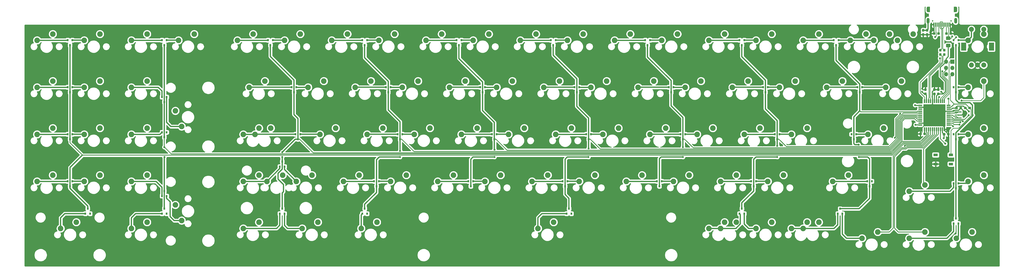
<source format=gbr>
G04 #@! TF.GenerationSoftware,KiCad,Pcbnew,(5.1.4)-1*
G04 #@! TF.CreationDate,2020-09-03T21:36:14-07:00*
G04 #@! TF.ProjectId,Pandamic,50616e64-616d-4696-932e-6b696361645f,rev?*
G04 #@! TF.SameCoordinates,Original*
G04 #@! TF.FileFunction,Copper,L2,Bot*
G04 #@! TF.FilePolarity,Positive*
%FSLAX46Y46*%
G04 Gerber Fmt 4.6, Leading zero omitted, Abs format (unit mm)*
G04 Created by KiCad (PCBNEW (5.1.4)-1) date 2020-09-03 21:36:14*
%MOMM*%
%LPD*%
G04 APERTURE LIST*
%ADD10R,2.000000X3.200000*%
%ADD11C,2.000000*%
%ADD12O,2.000000X2.000000*%
%ADD13C,0.100000*%
%ADD14C,0.950000*%
%ADD15O,1.700000X1.700000*%
%ADD16R,1.700000X1.700000*%
%ADD17R,0.700000X2.300000*%
%ADD18O,1.200000X2.300000*%
%ADD19C,0.600000*%
%ADD20R,0.550000X1.700000*%
%ADD21R,0.300000X1.700000*%
%ADD22R,1.500000X0.550000*%
%ADD23R,0.550000X1.500000*%
%ADD24C,2.250000*%
%ADD25C,0.400000*%
%ADD26R,1.800000X1.100000*%
%ADD27C,1.425000*%
%ADD28R,0.800000X0.900000*%
%ADD29C,0.800000*%
%ADD30C,0.300000*%
%ADD31C,0.381000*%
%ADD32C,0.254000*%
%ADD33C,0.500000*%
G04 APERTURE END LIST*
D10*
X401475000Y-12700000D03*
D11*
X395875000Y-20200000D03*
X398375000Y-5700000D03*
X398375000Y-20200000D03*
D10*
X390275000Y-12700000D03*
D11*
X393375000Y-5700000D03*
D12*
X393375000Y-20200000D03*
D13*
G36*
X391235779Y-37126144D02*
G01*
X391258834Y-37129563D01*
X391281443Y-37135227D01*
X391303387Y-37143079D01*
X391324457Y-37153044D01*
X391344448Y-37165026D01*
X391363168Y-37178910D01*
X391380438Y-37194562D01*
X391396090Y-37211832D01*
X391409974Y-37230552D01*
X391421956Y-37250543D01*
X391431921Y-37271613D01*
X391439773Y-37293557D01*
X391445437Y-37316166D01*
X391448856Y-37339221D01*
X391450000Y-37362500D01*
X391450000Y-37837500D01*
X391448856Y-37860779D01*
X391445437Y-37883834D01*
X391439773Y-37906443D01*
X391431921Y-37928387D01*
X391421956Y-37949457D01*
X391409974Y-37969448D01*
X391396090Y-37988168D01*
X391380438Y-38005438D01*
X391363168Y-38021090D01*
X391344448Y-38034974D01*
X391324457Y-38046956D01*
X391303387Y-38056921D01*
X391281443Y-38064773D01*
X391258834Y-38070437D01*
X391235779Y-38073856D01*
X391212500Y-38075000D01*
X390637500Y-38075000D01*
X390614221Y-38073856D01*
X390591166Y-38070437D01*
X390568557Y-38064773D01*
X390546613Y-38056921D01*
X390525543Y-38046956D01*
X390505552Y-38034974D01*
X390486832Y-38021090D01*
X390469562Y-38005438D01*
X390453910Y-37988168D01*
X390440026Y-37969448D01*
X390428044Y-37949457D01*
X390418079Y-37928387D01*
X390410227Y-37906443D01*
X390404563Y-37883834D01*
X390401144Y-37860779D01*
X390400000Y-37837500D01*
X390400000Y-37362500D01*
X390401144Y-37339221D01*
X390404563Y-37316166D01*
X390410227Y-37293557D01*
X390418079Y-37271613D01*
X390428044Y-37250543D01*
X390440026Y-37230552D01*
X390453910Y-37211832D01*
X390469562Y-37194562D01*
X390486832Y-37178910D01*
X390505552Y-37165026D01*
X390525543Y-37153044D01*
X390546613Y-37143079D01*
X390568557Y-37135227D01*
X390591166Y-37129563D01*
X390614221Y-37126144D01*
X390637500Y-37125000D01*
X391212500Y-37125000D01*
X391235779Y-37126144D01*
X391235779Y-37126144D01*
G37*
D14*
X390925000Y-37600000D03*
D13*
G36*
X392985779Y-37126144D02*
G01*
X393008834Y-37129563D01*
X393031443Y-37135227D01*
X393053387Y-37143079D01*
X393074457Y-37153044D01*
X393094448Y-37165026D01*
X393113168Y-37178910D01*
X393130438Y-37194562D01*
X393146090Y-37211832D01*
X393159974Y-37230552D01*
X393171956Y-37250543D01*
X393181921Y-37271613D01*
X393189773Y-37293557D01*
X393195437Y-37316166D01*
X393198856Y-37339221D01*
X393200000Y-37362500D01*
X393200000Y-37837500D01*
X393198856Y-37860779D01*
X393195437Y-37883834D01*
X393189773Y-37906443D01*
X393181921Y-37928387D01*
X393171956Y-37949457D01*
X393159974Y-37969448D01*
X393146090Y-37988168D01*
X393130438Y-38005438D01*
X393113168Y-38021090D01*
X393094448Y-38034974D01*
X393074457Y-38046956D01*
X393053387Y-38056921D01*
X393031443Y-38064773D01*
X393008834Y-38070437D01*
X392985779Y-38073856D01*
X392962500Y-38075000D01*
X392387500Y-38075000D01*
X392364221Y-38073856D01*
X392341166Y-38070437D01*
X392318557Y-38064773D01*
X392296613Y-38056921D01*
X392275543Y-38046956D01*
X392255552Y-38034974D01*
X392236832Y-38021090D01*
X392219562Y-38005438D01*
X392203910Y-37988168D01*
X392190026Y-37969448D01*
X392178044Y-37949457D01*
X392168079Y-37928387D01*
X392160227Y-37906443D01*
X392154563Y-37883834D01*
X392151144Y-37860779D01*
X392150000Y-37837500D01*
X392150000Y-37362500D01*
X392151144Y-37339221D01*
X392154563Y-37316166D01*
X392160227Y-37293557D01*
X392168079Y-37271613D01*
X392178044Y-37250543D01*
X392190026Y-37230552D01*
X392203910Y-37211832D01*
X392219562Y-37194562D01*
X392236832Y-37178910D01*
X392255552Y-37165026D01*
X392275543Y-37153044D01*
X392296613Y-37143079D01*
X392318557Y-37135227D01*
X392341166Y-37129563D01*
X392364221Y-37126144D01*
X392387500Y-37125000D01*
X392962500Y-37125000D01*
X392985779Y-37126144D01*
X392985779Y-37126144D01*
G37*
D14*
X392675000Y-37600000D03*
D15*
X383110000Y-23905000D03*
X385650000Y-23905000D03*
X383110000Y-21365000D03*
X385650000Y-21365000D03*
X383110000Y-18825000D03*
D16*
X385650000Y-18825000D03*
D17*
X376240000Y2360000D03*
X386640000Y2360000D03*
D18*
X375865000Y-2240000D03*
X387015000Y-2240000D03*
X375865000Y2360000D03*
X387015000Y2360000D03*
D19*
X377690000Y-2320000D03*
X385190000Y-2320000D03*
D20*
X378240000Y-3820000D03*
X384640000Y-3820000D03*
X378990000Y-3820000D03*
D21*
X379690000Y-3820000D03*
X380190000Y-3820000D03*
X380690000Y-3820000D03*
D20*
X383890000Y-3820000D03*
D21*
X383190000Y-3820000D03*
X382690000Y-3820000D03*
X382190000Y-3820000D03*
X381690000Y-3820000D03*
X381190000Y-3820000D03*
D22*
X372712500Y-38881250D03*
D23*
X377612500Y-34781250D03*
D22*
X384112500Y-41281250D03*
X384112500Y-42081250D03*
X384112500Y-44481250D03*
D23*
X376812500Y-46181250D03*
D22*
X372712500Y-42081250D03*
D23*
X380012500Y-46181250D03*
D22*
X384112500Y-38881250D03*
X372712500Y-41281250D03*
X384112500Y-36481250D03*
D23*
X376812500Y-34781250D03*
X380012500Y-34781250D03*
D22*
X372712500Y-37281250D03*
D23*
X377612500Y-46181250D03*
X381612500Y-34781250D03*
D22*
X372712500Y-39681250D03*
D23*
X375212500Y-46181250D03*
X380812500Y-34781250D03*
X378412500Y-34781250D03*
X374412500Y-34781250D03*
D22*
X384112500Y-38081250D03*
X384112500Y-42881250D03*
D23*
X374412500Y-46181250D03*
D22*
X384112500Y-37281250D03*
D23*
X381612500Y-46181250D03*
D22*
X372712500Y-42881250D03*
D23*
X375212500Y-34781250D03*
X379212500Y-46181250D03*
X378412500Y-46181250D03*
D22*
X372712500Y-40481250D03*
X372712500Y-43681250D03*
X372712500Y-36481250D03*
D23*
X380812500Y-46181250D03*
X376012500Y-46181250D03*
D22*
X372712500Y-38081250D03*
D23*
X382412500Y-34781250D03*
D22*
X384112500Y-40481250D03*
X384112500Y-39681250D03*
D23*
X382412500Y-46181250D03*
X376012500Y-34781250D03*
X379212500Y-34781250D03*
D22*
X372712500Y-44481250D03*
X384112500Y-43681250D03*
D24*
X357933750Y-45720000D03*
X351583750Y-48260000D03*
X365077500Y-26670000D03*
X358727500Y-29210000D03*
X107902500Y-26670000D03*
X101552500Y-29210000D03*
X71707500Y-76835000D03*
X74247500Y-83185000D03*
X71707500Y-38735000D03*
X74247500Y-45085000D03*
D13*
G36*
X389309802Y-41400482D02*
G01*
X389319509Y-41401921D01*
X389329028Y-41404306D01*
X389338268Y-41407612D01*
X389347140Y-41411808D01*
X389355557Y-41416853D01*
X389363439Y-41422699D01*
X389370711Y-41429289D01*
X389377301Y-41436561D01*
X389383147Y-41444443D01*
X389388192Y-41452860D01*
X389392388Y-41461732D01*
X389395694Y-41470972D01*
X389398079Y-41480491D01*
X389399518Y-41490198D01*
X389400000Y-41500000D01*
X389400000Y-41700000D01*
X389399518Y-41709802D01*
X389398079Y-41719509D01*
X389395694Y-41729028D01*
X389392388Y-41738268D01*
X389388192Y-41747140D01*
X389383147Y-41755557D01*
X389377301Y-41763439D01*
X389370711Y-41770711D01*
X389363439Y-41777301D01*
X389355557Y-41783147D01*
X389347140Y-41788192D01*
X389338268Y-41792388D01*
X389329028Y-41795694D01*
X389319509Y-41798079D01*
X389309802Y-41799518D01*
X389300000Y-41800000D01*
X386700000Y-41800000D01*
X386690198Y-41799518D01*
X386680491Y-41798079D01*
X386670972Y-41795694D01*
X386661732Y-41792388D01*
X386652860Y-41788192D01*
X386644443Y-41783147D01*
X386636561Y-41777301D01*
X386629289Y-41770711D01*
X386622699Y-41763439D01*
X386616853Y-41755557D01*
X386611808Y-41747140D01*
X386607612Y-41738268D01*
X386604306Y-41729028D01*
X386601921Y-41719509D01*
X386600482Y-41709802D01*
X386600000Y-41700000D01*
X386600000Y-41500000D01*
X386600482Y-41490198D01*
X386601921Y-41480491D01*
X386604306Y-41470972D01*
X386607612Y-41461732D01*
X386611808Y-41452860D01*
X386616853Y-41444443D01*
X386622699Y-41436561D01*
X386629289Y-41429289D01*
X386636561Y-41422699D01*
X386644443Y-41416853D01*
X386652860Y-41411808D01*
X386661732Y-41407612D01*
X386670972Y-41404306D01*
X386680491Y-41401921D01*
X386690198Y-41400482D01*
X386700000Y-41400000D01*
X389300000Y-41400000D01*
X389309802Y-41400482D01*
X389309802Y-41400482D01*
G37*
D25*
X388000000Y-41600000D03*
D13*
G36*
X389309802Y-40200482D02*
G01*
X389319509Y-40201921D01*
X389329028Y-40204306D01*
X389338268Y-40207612D01*
X389347140Y-40211808D01*
X389355557Y-40216853D01*
X389363439Y-40222699D01*
X389370711Y-40229289D01*
X389377301Y-40236561D01*
X389383147Y-40244443D01*
X389388192Y-40252860D01*
X389392388Y-40261732D01*
X389395694Y-40270972D01*
X389398079Y-40280491D01*
X389399518Y-40290198D01*
X389400000Y-40300000D01*
X389400000Y-40500000D01*
X389399518Y-40509802D01*
X389398079Y-40519509D01*
X389395694Y-40529028D01*
X389392388Y-40538268D01*
X389388192Y-40547140D01*
X389383147Y-40555557D01*
X389377301Y-40563439D01*
X389370711Y-40570711D01*
X389363439Y-40577301D01*
X389355557Y-40583147D01*
X389347140Y-40588192D01*
X389338268Y-40592388D01*
X389329028Y-40595694D01*
X389319509Y-40598079D01*
X389309802Y-40599518D01*
X389300000Y-40600000D01*
X386700000Y-40600000D01*
X386690198Y-40599518D01*
X386680491Y-40598079D01*
X386670972Y-40595694D01*
X386661732Y-40592388D01*
X386652860Y-40588192D01*
X386644443Y-40583147D01*
X386636561Y-40577301D01*
X386629289Y-40570711D01*
X386622699Y-40563439D01*
X386616853Y-40555557D01*
X386611808Y-40547140D01*
X386607612Y-40538268D01*
X386604306Y-40529028D01*
X386601921Y-40519509D01*
X386600482Y-40509802D01*
X386600000Y-40500000D01*
X386600000Y-40300000D01*
X386600482Y-40290198D01*
X386601921Y-40280491D01*
X386604306Y-40270972D01*
X386607612Y-40261732D01*
X386611808Y-40252860D01*
X386616853Y-40244443D01*
X386622699Y-40236561D01*
X386629289Y-40229289D01*
X386636561Y-40222699D01*
X386644443Y-40216853D01*
X386652860Y-40211808D01*
X386661732Y-40207612D01*
X386670972Y-40204306D01*
X386680491Y-40201921D01*
X386690198Y-40200482D01*
X386700000Y-40200000D01*
X389300000Y-40200000D01*
X389309802Y-40200482D01*
X389309802Y-40200482D01*
G37*
D25*
X388000000Y-40400000D03*
D13*
G36*
X389309802Y-39000482D02*
G01*
X389319509Y-39001921D01*
X389329028Y-39004306D01*
X389338268Y-39007612D01*
X389347140Y-39011808D01*
X389355557Y-39016853D01*
X389363439Y-39022699D01*
X389370711Y-39029289D01*
X389377301Y-39036561D01*
X389383147Y-39044443D01*
X389388192Y-39052860D01*
X389392388Y-39061732D01*
X389395694Y-39070972D01*
X389398079Y-39080491D01*
X389399518Y-39090198D01*
X389400000Y-39100000D01*
X389400000Y-39300000D01*
X389399518Y-39309802D01*
X389398079Y-39319509D01*
X389395694Y-39329028D01*
X389392388Y-39338268D01*
X389388192Y-39347140D01*
X389383147Y-39355557D01*
X389377301Y-39363439D01*
X389370711Y-39370711D01*
X389363439Y-39377301D01*
X389355557Y-39383147D01*
X389347140Y-39388192D01*
X389338268Y-39392388D01*
X389329028Y-39395694D01*
X389319509Y-39398079D01*
X389309802Y-39399518D01*
X389300000Y-39400000D01*
X386700000Y-39400000D01*
X386690198Y-39399518D01*
X386680491Y-39398079D01*
X386670972Y-39395694D01*
X386661732Y-39392388D01*
X386652860Y-39388192D01*
X386644443Y-39383147D01*
X386636561Y-39377301D01*
X386629289Y-39370711D01*
X386622699Y-39363439D01*
X386616853Y-39355557D01*
X386611808Y-39347140D01*
X386607612Y-39338268D01*
X386604306Y-39329028D01*
X386601921Y-39319509D01*
X386600482Y-39309802D01*
X386600000Y-39300000D01*
X386600000Y-39100000D01*
X386600482Y-39090198D01*
X386601921Y-39080491D01*
X386604306Y-39070972D01*
X386607612Y-39061732D01*
X386611808Y-39052860D01*
X386616853Y-39044443D01*
X386622699Y-39036561D01*
X386629289Y-39029289D01*
X386636561Y-39022699D01*
X386644443Y-39016853D01*
X386652860Y-39011808D01*
X386661732Y-39007612D01*
X386670972Y-39004306D01*
X386680491Y-39001921D01*
X386690198Y-39000482D01*
X386700000Y-39000000D01*
X389300000Y-39000000D01*
X389309802Y-39000482D01*
X389309802Y-39000482D01*
G37*
D25*
X388000000Y-39200000D03*
D26*
X385125000Y-60275000D03*
X378925000Y-56575000D03*
X385125000Y-56575000D03*
X378925000Y-60275000D03*
D13*
G36*
X373085779Y-47601144D02*
G01*
X373108834Y-47604563D01*
X373131443Y-47610227D01*
X373153387Y-47618079D01*
X373174457Y-47628044D01*
X373194448Y-47640026D01*
X373213168Y-47653910D01*
X373230438Y-47669562D01*
X373246090Y-47686832D01*
X373259974Y-47705552D01*
X373271956Y-47725543D01*
X373281921Y-47746613D01*
X373289773Y-47768557D01*
X373295437Y-47791166D01*
X373298856Y-47814221D01*
X373300000Y-47837500D01*
X373300000Y-48312500D01*
X373298856Y-48335779D01*
X373295437Y-48358834D01*
X373289773Y-48381443D01*
X373281921Y-48403387D01*
X373271956Y-48424457D01*
X373259974Y-48444448D01*
X373246090Y-48463168D01*
X373230438Y-48480438D01*
X373213168Y-48496090D01*
X373194448Y-48509974D01*
X373174457Y-48521956D01*
X373153387Y-48531921D01*
X373131443Y-48539773D01*
X373108834Y-48545437D01*
X373085779Y-48548856D01*
X373062500Y-48550000D01*
X372487500Y-48550000D01*
X372464221Y-48548856D01*
X372441166Y-48545437D01*
X372418557Y-48539773D01*
X372396613Y-48531921D01*
X372375543Y-48521956D01*
X372355552Y-48509974D01*
X372336832Y-48496090D01*
X372319562Y-48480438D01*
X372303910Y-48463168D01*
X372290026Y-48444448D01*
X372278044Y-48424457D01*
X372268079Y-48403387D01*
X372260227Y-48381443D01*
X372254563Y-48358834D01*
X372251144Y-48335779D01*
X372250000Y-48312500D01*
X372250000Y-47837500D01*
X372251144Y-47814221D01*
X372254563Y-47791166D01*
X372260227Y-47768557D01*
X372268079Y-47746613D01*
X372278044Y-47725543D01*
X372290026Y-47705552D01*
X372303910Y-47686832D01*
X372319562Y-47669562D01*
X372336832Y-47653910D01*
X372355552Y-47640026D01*
X372375543Y-47628044D01*
X372396613Y-47618079D01*
X372418557Y-47610227D01*
X372441166Y-47604563D01*
X372464221Y-47601144D01*
X372487500Y-47600000D01*
X373062500Y-47600000D01*
X373085779Y-47601144D01*
X373085779Y-47601144D01*
G37*
D14*
X372775000Y-48075000D03*
D13*
G36*
X374835779Y-47601144D02*
G01*
X374858834Y-47604563D01*
X374881443Y-47610227D01*
X374903387Y-47618079D01*
X374924457Y-47628044D01*
X374944448Y-47640026D01*
X374963168Y-47653910D01*
X374980438Y-47669562D01*
X374996090Y-47686832D01*
X375009974Y-47705552D01*
X375021956Y-47725543D01*
X375031921Y-47746613D01*
X375039773Y-47768557D01*
X375045437Y-47791166D01*
X375048856Y-47814221D01*
X375050000Y-47837500D01*
X375050000Y-48312500D01*
X375048856Y-48335779D01*
X375045437Y-48358834D01*
X375039773Y-48381443D01*
X375031921Y-48403387D01*
X375021956Y-48424457D01*
X375009974Y-48444448D01*
X374996090Y-48463168D01*
X374980438Y-48480438D01*
X374963168Y-48496090D01*
X374944448Y-48509974D01*
X374924457Y-48521956D01*
X374903387Y-48531921D01*
X374881443Y-48539773D01*
X374858834Y-48545437D01*
X374835779Y-48548856D01*
X374812500Y-48550000D01*
X374237500Y-48550000D01*
X374214221Y-48548856D01*
X374191166Y-48545437D01*
X374168557Y-48539773D01*
X374146613Y-48531921D01*
X374125543Y-48521956D01*
X374105552Y-48509974D01*
X374086832Y-48496090D01*
X374069562Y-48480438D01*
X374053910Y-48463168D01*
X374040026Y-48444448D01*
X374028044Y-48424457D01*
X374018079Y-48403387D01*
X374010227Y-48381443D01*
X374004563Y-48358834D01*
X374001144Y-48335779D01*
X374000000Y-48312500D01*
X374000000Y-47837500D01*
X374001144Y-47814221D01*
X374004563Y-47791166D01*
X374010227Y-47768557D01*
X374018079Y-47746613D01*
X374028044Y-47725543D01*
X374040026Y-47705552D01*
X374053910Y-47686832D01*
X374069562Y-47669562D01*
X374086832Y-47653910D01*
X374105552Y-47640026D01*
X374125543Y-47628044D01*
X374146613Y-47618079D01*
X374168557Y-47610227D01*
X374191166Y-47604563D01*
X374214221Y-47601144D01*
X374237500Y-47600000D01*
X374812500Y-47600000D01*
X374835779Y-47601144D01*
X374835779Y-47601144D01*
G37*
D14*
X374525000Y-48075000D03*
D13*
G36*
X375729529Y-5569894D02*
G01*
X375752584Y-5573313D01*
X375775193Y-5578977D01*
X375797137Y-5586829D01*
X375818207Y-5596794D01*
X375838198Y-5608776D01*
X375856918Y-5622660D01*
X375874188Y-5638312D01*
X375889840Y-5655582D01*
X375903724Y-5674302D01*
X375915706Y-5694293D01*
X375925671Y-5715363D01*
X375933523Y-5737307D01*
X375939187Y-5759916D01*
X375942606Y-5782971D01*
X375943750Y-5806250D01*
X375943750Y-6381250D01*
X375942606Y-6404529D01*
X375939187Y-6427584D01*
X375933523Y-6450193D01*
X375925671Y-6472137D01*
X375915706Y-6493207D01*
X375903724Y-6513198D01*
X375889840Y-6531918D01*
X375874188Y-6549188D01*
X375856918Y-6564840D01*
X375838198Y-6578724D01*
X375818207Y-6590706D01*
X375797137Y-6600671D01*
X375775193Y-6608523D01*
X375752584Y-6614187D01*
X375729529Y-6617606D01*
X375706250Y-6618750D01*
X375231250Y-6618750D01*
X375207971Y-6617606D01*
X375184916Y-6614187D01*
X375162307Y-6608523D01*
X375140363Y-6600671D01*
X375119293Y-6590706D01*
X375099302Y-6578724D01*
X375080582Y-6564840D01*
X375063312Y-6549188D01*
X375047660Y-6531918D01*
X375033776Y-6513198D01*
X375021794Y-6493207D01*
X375011829Y-6472137D01*
X375003977Y-6450193D01*
X374998313Y-6427584D01*
X374994894Y-6404529D01*
X374993750Y-6381250D01*
X374993750Y-5806250D01*
X374994894Y-5782971D01*
X374998313Y-5759916D01*
X375003977Y-5737307D01*
X375011829Y-5715363D01*
X375021794Y-5694293D01*
X375033776Y-5674302D01*
X375047660Y-5655582D01*
X375063312Y-5638312D01*
X375080582Y-5622660D01*
X375099302Y-5608776D01*
X375119293Y-5596794D01*
X375140363Y-5586829D01*
X375162307Y-5578977D01*
X375184916Y-5573313D01*
X375207971Y-5569894D01*
X375231250Y-5568750D01*
X375706250Y-5568750D01*
X375729529Y-5569894D01*
X375729529Y-5569894D01*
G37*
D14*
X375468750Y-6093750D03*
D13*
G36*
X375729529Y-7319894D02*
G01*
X375752584Y-7323313D01*
X375775193Y-7328977D01*
X375797137Y-7336829D01*
X375818207Y-7346794D01*
X375838198Y-7358776D01*
X375856918Y-7372660D01*
X375874188Y-7388312D01*
X375889840Y-7405582D01*
X375903724Y-7424302D01*
X375915706Y-7444293D01*
X375925671Y-7465363D01*
X375933523Y-7487307D01*
X375939187Y-7509916D01*
X375942606Y-7532971D01*
X375943750Y-7556250D01*
X375943750Y-8131250D01*
X375942606Y-8154529D01*
X375939187Y-8177584D01*
X375933523Y-8200193D01*
X375925671Y-8222137D01*
X375915706Y-8243207D01*
X375903724Y-8263198D01*
X375889840Y-8281918D01*
X375874188Y-8299188D01*
X375856918Y-8314840D01*
X375838198Y-8328724D01*
X375818207Y-8340706D01*
X375797137Y-8350671D01*
X375775193Y-8358523D01*
X375752584Y-8364187D01*
X375729529Y-8367606D01*
X375706250Y-8368750D01*
X375231250Y-8368750D01*
X375207971Y-8367606D01*
X375184916Y-8364187D01*
X375162307Y-8358523D01*
X375140363Y-8350671D01*
X375119293Y-8340706D01*
X375099302Y-8328724D01*
X375080582Y-8314840D01*
X375063312Y-8299188D01*
X375047660Y-8281918D01*
X375033776Y-8263198D01*
X375021794Y-8243207D01*
X375011829Y-8222137D01*
X375003977Y-8200193D01*
X374998313Y-8177584D01*
X374994894Y-8154529D01*
X374993750Y-8131250D01*
X374993750Y-7556250D01*
X374994894Y-7532971D01*
X374998313Y-7509916D01*
X375003977Y-7487307D01*
X375011829Y-7465363D01*
X375021794Y-7444293D01*
X375033776Y-7424302D01*
X375047660Y-7405582D01*
X375063312Y-7388312D01*
X375080582Y-7372660D01*
X375099302Y-7358776D01*
X375119293Y-7346794D01*
X375140363Y-7336829D01*
X375162307Y-7328977D01*
X375184916Y-7323313D01*
X375207971Y-7319894D01*
X375231250Y-7318750D01*
X375706250Y-7318750D01*
X375729529Y-7319894D01*
X375729529Y-7319894D01*
G37*
D14*
X375468750Y-7843750D03*
D13*
G36*
X381098279Y-13644894D02*
G01*
X381121334Y-13648313D01*
X381143943Y-13653977D01*
X381165887Y-13661829D01*
X381186957Y-13671794D01*
X381206948Y-13683776D01*
X381225668Y-13697660D01*
X381242938Y-13713312D01*
X381258590Y-13730582D01*
X381272474Y-13749302D01*
X381284456Y-13769293D01*
X381294421Y-13790363D01*
X381302273Y-13812307D01*
X381307937Y-13834916D01*
X381311356Y-13857971D01*
X381312500Y-13881250D01*
X381312500Y-14456250D01*
X381311356Y-14479529D01*
X381307937Y-14502584D01*
X381302273Y-14525193D01*
X381294421Y-14547137D01*
X381284456Y-14568207D01*
X381272474Y-14588198D01*
X381258590Y-14606918D01*
X381242938Y-14624188D01*
X381225668Y-14639840D01*
X381206948Y-14653724D01*
X381186957Y-14665706D01*
X381165887Y-14675671D01*
X381143943Y-14683523D01*
X381121334Y-14689187D01*
X381098279Y-14692606D01*
X381075000Y-14693750D01*
X380600000Y-14693750D01*
X380576721Y-14692606D01*
X380553666Y-14689187D01*
X380531057Y-14683523D01*
X380509113Y-14675671D01*
X380488043Y-14665706D01*
X380468052Y-14653724D01*
X380449332Y-14639840D01*
X380432062Y-14624188D01*
X380416410Y-14606918D01*
X380402526Y-14588198D01*
X380390544Y-14568207D01*
X380380579Y-14547137D01*
X380372727Y-14525193D01*
X380367063Y-14502584D01*
X380363644Y-14479529D01*
X380362500Y-14456250D01*
X380362500Y-13881250D01*
X380363644Y-13857971D01*
X380367063Y-13834916D01*
X380372727Y-13812307D01*
X380380579Y-13790363D01*
X380390544Y-13769293D01*
X380402526Y-13749302D01*
X380416410Y-13730582D01*
X380432062Y-13713312D01*
X380449332Y-13697660D01*
X380468052Y-13683776D01*
X380488043Y-13671794D01*
X380509113Y-13661829D01*
X380531057Y-13653977D01*
X380553666Y-13648313D01*
X380576721Y-13644894D01*
X380600000Y-13643750D01*
X381075000Y-13643750D01*
X381098279Y-13644894D01*
X381098279Y-13644894D01*
G37*
D14*
X380837500Y-14168750D03*
D13*
G36*
X381098279Y-15394894D02*
G01*
X381121334Y-15398313D01*
X381143943Y-15403977D01*
X381165887Y-15411829D01*
X381186957Y-15421794D01*
X381206948Y-15433776D01*
X381225668Y-15447660D01*
X381242938Y-15463312D01*
X381258590Y-15480582D01*
X381272474Y-15499302D01*
X381284456Y-15519293D01*
X381294421Y-15540363D01*
X381302273Y-15562307D01*
X381307937Y-15584916D01*
X381311356Y-15607971D01*
X381312500Y-15631250D01*
X381312500Y-16206250D01*
X381311356Y-16229529D01*
X381307937Y-16252584D01*
X381302273Y-16275193D01*
X381294421Y-16297137D01*
X381284456Y-16318207D01*
X381272474Y-16338198D01*
X381258590Y-16356918D01*
X381242938Y-16374188D01*
X381225668Y-16389840D01*
X381206948Y-16403724D01*
X381186957Y-16415706D01*
X381165887Y-16425671D01*
X381143943Y-16433523D01*
X381121334Y-16439187D01*
X381098279Y-16442606D01*
X381075000Y-16443750D01*
X380600000Y-16443750D01*
X380576721Y-16442606D01*
X380553666Y-16439187D01*
X380531057Y-16433523D01*
X380509113Y-16425671D01*
X380488043Y-16415706D01*
X380468052Y-16403724D01*
X380449332Y-16389840D01*
X380432062Y-16374188D01*
X380416410Y-16356918D01*
X380402526Y-16338198D01*
X380390544Y-16318207D01*
X380380579Y-16297137D01*
X380372727Y-16275193D01*
X380367063Y-16252584D01*
X380363644Y-16229529D01*
X380362500Y-16206250D01*
X380362500Y-15631250D01*
X380363644Y-15607971D01*
X380367063Y-15584916D01*
X380372727Y-15562307D01*
X380380579Y-15540363D01*
X380390544Y-15519293D01*
X380402526Y-15499302D01*
X380416410Y-15480582D01*
X380432062Y-15463312D01*
X380449332Y-15447660D01*
X380468052Y-15433776D01*
X380488043Y-15421794D01*
X380509113Y-15411829D01*
X380531057Y-15403977D01*
X380553666Y-15398313D01*
X380576721Y-15394894D01*
X380600000Y-15393750D01*
X381075000Y-15393750D01*
X381098279Y-15394894D01*
X381098279Y-15394894D01*
G37*
D14*
X380837500Y-15918750D03*
D13*
G36*
X382685779Y-13644894D02*
G01*
X382708834Y-13648313D01*
X382731443Y-13653977D01*
X382753387Y-13661829D01*
X382774457Y-13671794D01*
X382794448Y-13683776D01*
X382813168Y-13697660D01*
X382830438Y-13713312D01*
X382846090Y-13730582D01*
X382859974Y-13749302D01*
X382871956Y-13769293D01*
X382881921Y-13790363D01*
X382889773Y-13812307D01*
X382895437Y-13834916D01*
X382898856Y-13857971D01*
X382900000Y-13881250D01*
X382900000Y-14456250D01*
X382898856Y-14479529D01*
X382895437Y-14502584D01*
X382889773Y-14525193D01*
X382881921Y-14547137D01*
X382871956Y-14568207D01*
X382859974Y-14588198D01*
X382846090Y-14606918D01*
X382830438Y-14624188D01*
X382813168Y-14639840D01*
X382794448Y-14653724D01*
X382774457Y-14665706D01*
X382753387Y-14675671D01*
X382731443Y-14683523D01*
X382708834Y-14689187D01*
X382685779Y-14692606D01*
X382662500Y-14693750D01*
X382187500Y-14693750D01*
X382164221Y-14692606D01*
X382141166Y-14689187D01*
X382118557Y-14683523D01*
X382096613Y-14675671D01*
X382075543Y-14665706D01*
X382055552Y-14653724D01*
X382036832Y-14639840D01*
X382019562Y-14624188D01*
X382003910Y-14606918D01*
X381990026Y-14588198D01*
X381978044Y-14568207D01*
X381968079Y-14547137D01*
X381960227Y-14525193D01*
X381954563Y-14502584D01*
X381951144Y-14479529D01*
X381950000Y-14456250D01*
X381950000Y-13881250D01*
X381951144Y-13857971D01*
X381954563Y-13834916D01*
X381960227Y-13812307D01*
X381968079Y-13790363D01*
X381978044Y-13769293D01*
X381990026Y-13749302D01*
X382003910Y-13730582D01*
X382019562Y-13713312D01*
X382036832Y-13697660D01*
X382055552Y-13683776D01*
X382075543Y-13671794D01*
X382096613Y-13661829D01*
X382118557Y-13653977D01*
X382141166Y-13648313D01*
X382164221Y-13644894D01*
X382187500Y-13643750D01*
X382662500Y-13643750D01*
X382685779Y-13644894D01*
X382685779Y-13644894D01*
G37*
D14*
X382425000Y-14168750D03*
D13*
G36*
X382685779Y-15394894D02*
G01*
X382708834Y-15398313D01*
X382731443Y-15403977D01*
X382753387Y-15411829D01*
X382774457Y-15421794D01*
X382794448Y-15433776D01*
X382813168Y-15447660D01*
X382830438Y-15463312D01*
X382846090Y-15480582D01*
X382859974Y-15499302D01*
X382871956Y-15519293D01*
X382881921Y-15540363D01*
X382889773Y-15562307D01*
X382895437Y-15584916D01*
X382898856Y-15607971D01*
X382900000Y-15631250D01*
X382900000Y-16206250D01*
X382898856Y-16229529D01*
X382895437Y-16252584D01*
X382889773Y-16275193D01*
X382881921Y-16297137D01*
X382871956Y-16318207D01*
X382859974Y-16338198D01*
X382846090Y-16356918D01*
X382830438Y-16374188D01*
X382813168Y-16389840D01*
X382794448Y-16403724D01*
X382774457Y-16415706D01*
X382753387Y-16425671D01*
X382731443Y-16433523D01*
X382708834Y-16439187D01*
X382685779Y-16442606D01*
X382662500Y-16443750D01*
X382187500Y-16443750D01*
X382164221Y-16442606D01*
X382141166Y-16439187D01*
X382118557Y-16433523D01*
X382096613Y-16425671D01*
X382075543Y-16415706D01*
X382055552Y-16403724D01*
X382036832Y-16389840D01*
X382019562Y-16374188D01*
X382003910Y-16356918D01*
X381990026Y-16338198D01*
X381978044Y-16318207D01*
X381968079Y-16297137D01*
X381960227Y-16275193D01*
X381954563Y-16252584D01*
X381951144Y-16229529D01*
X381950000Y-16206250D01*
X381950000Y-15631250D01*
X381951144Y-15607971D01*
X381954563Y-15584916D01*
X381960227Y-15562307D01*
X381968079Y-15540363D01*
X381978044Y-15519293D01*
X381990026Y-15499302D01*
X382003910Y-15480582D01*
X382019562Y-15463312D01*
X382036832Y-15447660D01*
X382055552Y-15433776D01*
X382075543Y-15421794D01*
X382096613Y-15411829D01*
X382118557Y-15403977D01*
X382141166Y-15398313D01*
X382164221Y-15394894D01*
X382187500Y-15393750D01*
X382662500Y-15393750D01*
X382685779Y-15394894D01*
X382685779Y-15394894D01*
G37*
D14*
X382425000Y-15918750D03*
D13*
G36*
X385385779Y-6946144D02*
G01*
X385408834Y-6949563D01*
X385431443Y-6955227D01*
X385453387Y-6963079D01*
X385474457Y-6973044D01*
X385494448Y-6985026D01*
X385513168Y-6998910D01*
X385530438Y-7014562D01*
X385546090Y-7031832D01*
X385559974Y-7050552D01*
X385571956Y-7070543D01*
X385581921Y-7091613D01*
X385589773Y-7113557D01*
X385595437Y-7136166D01*
X385598856Y-7159221D01*
X385600000Y-7182500D01*
X385600000Y-7657500D01*
X385598856Y-7680779D01*
X385595437Y-7703834D01*
X385589773Y-7726443D01*
X385581921Y-7748387D01*
X385571956Y-7769457D01*
X385559974Y-7789448D01*
X385546090Y-7808168D01*
X385530438Y-7825438D01*
X385513168Y-7841090D01*
X385494448Y-7854974D01*
X385474457Y-7866956D01*
X385453387Y-7876921D01*
X385431443Y-7884773D01*
X385408834Y-7890437D01*
X385385779Y-7893856D01*
X385362500Y-7895000D01*
X384787500Y-7895000D01*
X384764221Y-7893856D01*
X384741166Y-7890437D01*
X384718557Y-7884773D01*
X384696613Y-7876921D01*
X384675543Y-7866956D01*
X384655552Y-7854974D01*
X384636832Y-7841090D01*
X384619562Y-7825438D01*
X384603910Y-7808168D01*
X384590026Y-7789448D01*
X384578044Y-7769457D01*
X384568079Y-7748387D01*
X384560227Y-7726443D01*
X384554563Y-7703834D01*
X384551144Y-7680779D01*
X384550000Y-7657500D01*
X384550000Y-7182500D01*
X384551144Y-7159221D01*
X384554563Y-7136166D01*
X384560227Y-7113557D01*
X384568079Y-7091613D01*
X384578044Y-7070543D01*
X384590026Y-7050552D01*
X384603910Y-7031832D01*
X384619562Y-7014562D01*
X384636832Y-6998910D01*
X384655552Y-6985026D01*
X384675543Y-6973044D01*
X384696613Y-6963079D01*
X384718557Y-6955227D01*
X384741166Y-6949563D01*
X384764221Y-6946144D01*
X384787500Y-6945000D01*
X385362500Y-6945000D01*
X385385779Y-6946144D01*
X385385779Y-6946144D01*
G37*
D14*
X385075000Y-7420000D03*
D13*
G36*
X383635779Y-6946144D02*
G01*
X383658834Y-6949563D01*
X383681443Y-6955227D01*
X383703387Y-6963079D01*
X383724457Y-6973044D01*
X383744448Y-6985026D01*
X383763168Y-6998910D01*
X383780438Y-7014562D01*
X383796090Y-7031832D01*
X383809974Y-7050552D01*
X383821956Y-7070543D01*
X383831921Y-7091613D01*
X383839773Y-7113557D01*
X383845437Y-7136166D01*
X383848856Y-7159221D01*
X383850000Y-7182500D01*
X383850000Y-7657500D01*
X383848856Y-7680779D01*
X383845437Y-7703834D01*
X383839773Y-7726443D01*
X383831921Y-7748387D01*
X383821956Y-7769457D01*
X383809974Y-7789448D01*
X383796090Y-7808168D01*
X383780438Y-7825438D01*
X383763168Y-7841090D01*
X383744448Y-7854974D01*
X383724457Y-7866956D01*
X383703387Y-7876921D01*
X383681443Y-7884773D01*
X383658834Y-7890437D01*
X383635779Y-7893856D01*
X383612500Y-7895000D01*
X383037500Y-7895000D01*
X383014221Y-7893856D01*
X382991166Y-7890437D01*
X382968557Y-7884773D01*
X382946613Y-7876921D01*
X382925543Y-7866956D01*
X382905552Y-7854974D01*
X382886832Y-7841090D01*
X382869562Y-7825438D01*
X382853910Y-7808168D01*
X382840026Y-7789448D01*
X382828044Y-7769457D01*
X382818079Y-7748387D01*
X382810227Y-7726443D01*
X382804563Y-7703834D01*
X382801144Y-7680779D01*
X382800000Y-7657500D01*
X382800000Y-7182500D01*
X382801144Y-7159221D01*
X382804563Y-7136166D01*
X382810227Y-7113557D01*
X382818079Y-7091613D01*
X382828044Y-7070543D01*
X382840026Y-7050552D01*
X382853910Y-7031832D01*
X382869562Y-7014562D01*
X382886832Y-6998910D01*
X382905552Y-6985026D01*
X382925543Y-6973044D01*
X382946613Y-6963079D01*
X382968557Y-6955227D01*
X382991166Y-6949563D01*
X383014221Y-6946144D01*
X383037500Y-6945000D01*
X383612500Y-6945000D01*
X383635779Y-6946144D01*
X383635779Y-6946144D01*
G37*
D14*
X383325000Y-7420000D03*
D13*
G36*
X378635779Y-6956144D02*
G01*
X378658834Y-6959563D01*
X378681443Y-6965227D01*
X378703387Y-6973079D01*
X378724457Y-6983044D01*
X378744448Y-6995026D01*
X378763168Y-7008910D01*
X378780438Y-7024562D01*
X378796090Y-7041832D01*
X378809974Y-7060552D01*
X378821956Y-7080543D01*
X378831921Y-7101613D01*
X378839773Y-7123557D01*
X378845437Y-7146166D01*
X378848856Y-7169221D01*
X378850000Y-7192500D01*
X378850000Y-7667500D01*
X378848856Y-7690779D01*
X378845437Y-7713834D01*
X378839773Y-7736443D01*
X378831921Y-7758387D01*
X378821956Y-7779457D01*
X378809974Y-7799448D01*
X378796090Y-7818168D01*
X378780438Y-7835438D01*
X378763168Y-7851090D01*
X378744448Y-7864974D01*
X378724457Y-7876956D01*
X378703387Y-7886921D01*
X378681443Y-7894773D01*
X378658834Y-7900437D01*
X378635779Y-7903856D01*
X378612500Y-7905000D01*
X378037500Y-7905000D01*
X378014221Y-7903856D01*
X377991166Y-7900437D01*
X377968557Y-7894773D01*
X377946613Y-7886921D01*
X377925543Y-7876956D01*
X377905552Y-7864974D01*
X377886832Y-7851090D01*
X377869562Y-7835438D01*
X377853910Y-7818168D01*
X377840026Y-7799448D01*
X377828044Y-7779457D01*
X377818079Y-7758387D01*
X377810227Y-7736443D01*
X377804563Y-7713834D01*
X377801144Y-7690779D01*
X377800000Y-7667500D01*
X377800000Y-7192500D01*
X377801144Y-7169221D01*
X377804563Y-7146166D01*
X377810227Y-7123557D01*
X377818079Y-7101613D01*
X377828044Y-7080543D01*
X377840026Y-7060552D01*
X377853910Y-7041832D01*
X377869562Y-7024562D01*
X377886832Y-7008910D01*
X377905552Y-6995026D01*
X377925543Y-6983044D01*
X377946613Y-6973079D01*
X377968557Y-6965227D01*
X377991166Y-6959563D01*
X378014221Y-6956144D01*
X378037500Y-6955000D01*
X378612500Y-6955000D01*
X378635779Y-6956144D01*
X378635779Y-6956144D01*
G37*
D14*
X378325000Y-7430000D03*
D13*
G36*
X380385779Y-6956144D02*
G01*
X380408834Y-6959563D01*
X380431443Y-6965227D01*
X380453387Y-6973079D01*
X380474457Y-6983044D01*
X380494448Y-6995026D01*
X380513168Y-7008910D01*
X380530438Y-7024562D01*
X380546090Y-7041832D01*
X380559974Y-7060552D01*
X380571956Y-7080543D01*
X380581921Y-7101613D01*
X380589773Y-7123557D01*
X380595437Y-7146166D01*
X380598856Y-7169221D01*
X380600000Y-7192500D01*
X380600000Y-7667500D01*
X380598856Y-7690779D01*
X380595437Y-7713834D01*
X380589773Y-7736443D01*
X380581921Y-7758387D01*
X380571956Y-7779457D01*
X380559974Y-7799448D01*
X380546090Y-7818168D01*
X380530438Y-7835438D01*
X380513168Y-7851090D01*
X380494448Y-7864974D01*
X380474457Y-7876956D01*
X380453387Y-7886921D01*
X380431443Y-7894773D01*
X380408834Y-7900437D01*
X380385779Y-7903856D01*
X380362500Y-7905000D01*
X379787500Y-7905000D01*
X379764221Y-7903856D01*
X379741166Y-7900437D01*
X379718557Y-7894773D01*
X379696613Y-7886921D01*
X379675543Y-7876956D01*
X379655552Y-7864974D01*
X379636832Y-7851090D01*
X379619562Y-7835438D01*
X379603910Y-7818168D01*
X379590026Y-7799448D01*
X379578044Y-7779457D01*
X379568079Y-7758387D01*
X379560227Y-7736443D01*
X379554563Y-7713834D01*
X379551144Y-7690779D01*
X379550000Y-7667500D01*
X379550000Y-7192500D01*
X379551144Y-7169221D01*
X379554563Y-7146166D01*
X379560227Y-7123557D01*
X379568079Y-7101613D01*
X379578044Y-7080543D01*
X379590026Y-7060552D01*
X379603910Y-7041832D01*
X379619562Y-7024562D01*
X379636832Y-7008910D01*
X379655552Y-6995026D01*
X379675543Y-6983044D01*
X379696613Y-6973079D01*
X379718557Y-6965227D01*
X379741166Y-6959563D01*
X379764221Y-6956144D01*
X379787500Y-6955000D01*
X380362500Y-6955000D01*
X380385779Y-6956144D01*
X380385779Y-6956144D01*
G37*
D14*
X380075000Y-7430000D03*
D24*
X393652500Y-87788750D03*
X387302500Y-90328750D03*
X374602500Y-87788750D03*
X368252500Y-90328750D03*
X355552500Y-87788750D03*
X349202500Y-90328750D03*
X331740000Y-83820000D03*
X325390000Y-86360000D03*
X312690000Y-83820000D03*
X306340000Y-86360000D03*
X293640000Y-83820000D03*
X287290000Y-86360000D03*
X224583750Y-83820000D03*
X218233750Y-86360000D03*
X153146250Y-83820000D03*
X146796250Y-86360000D03*
X129333750Y-83820000D03*
X122983750Y-86360000D03*
X105521250Y-83820000D03*
X99171250Y-86360000D03*
X60277500Y-83820000D03*
X53927500Y-86360000D03*
X31702500Y-83820000D03*
X25352500Y-86360000D03*
X298402500Y-83820000D03*
X292052500Y-86360000D03*
X326977500Y-83820000D03*
X320627500Y-86360000D03*
X398415000Y-64770000D03*
X392065000Y-67310000D03*
X374602500Y-68738750D03*
X368252500Y-71278750D03*
X343646250Y-64770000D03*
X337296250Y-67310000D03*
X317452500Y-64770000D03*
X311102500Y-67310000D03*
X298402500Y-64770000D03*
X292052500Y-67310000D03*
X279352500Y-64770000D03*
X273002500Y-67310000D03*
X260302500Y-64770000D03*
X253952500Y-67310000D03*
X241252500Y-64770000D03*
X234902500Y-67310000D03*
X222202500Y-64770000D03*
X215852500Y-67310000D03*
X203152500Y-64770000D03*
X196802500Y-67310000D03*
X184102500Y-64770000D03*
X177752500Y-67310000D03*
X165052500Y-64770000D03*
X158702500Y-67310000D03*
X146002500Y-64770000D03*
X139652500Y-67310000D03*
X126952500Y-64770000D03*
X120602500Y-67310000D03*
X115046250Y-64770000D03*
X108696250Y-67310000D03*
X60277500Y-64770000D03*
X53927500Y-67310000D03*
X41227500Y-64770000D03*
X34877500Y-67310000D03*
X22177500Y-64770000D03*
X15827500Y-67310000D03*
X105521250Y-64770000D03*
X99171250Y-67310000D03*
X398415000Y-45720000D03*
X392065000Y-48260000D03*
X326977500Y-45720000D03*
X320627500Y-48260000D03*
X307927500Y-45720000D03*
X301577500Y-48260000D03*
X288877500Y-45720000D03*
X282527500Y-48260000D03*
X269827500Y-45720000D03*
X263477500Y-48260000D03*
X250777500Y-45720000D03*
X244427500Y-48260000D03*
X231727500Y-45720000D03*
X225377500Y-48260000D03*
X212677500Y-45720000D03*
X206327500Y-48260000D03*
X193627500Y-45720000D03*
X187277500Y-48260000D03*
X174577500Y-45720000D03*
X168227500Y-48260000D03*
X155527500Y-45720000D03*
X149177500Y-48260000D03*
X136477500Y-45720000D03*
X130127500Y-48260000D03*
X110283750Y-45720000D03*
X103933750Y-48260000D03*
X60277500Y-45720000D03*
X53927500Y-48260000D03*
X41227500Y-45720000D03*
X34877500Y-48260000D03*
X22177500Y-45720000D03*
X15827500Y-48260000D03*
X105521250Y-45720000D03*
X99171250Y-48260000D03*
X398415000Y-26670000D03*
X392065000Y-29210000D03*
X341265000Y-26670000D03*
X334915000Y-29210000D03*
X322215000Y-26670000D03*
X315865000Y-29210000D03*
X303165000Y-26670000D03*
X296815000Y-29210000D03*
X284115000Y-26670000D03*
X277765000Y-29210000D03*
X265065000Y-26670000D03*
X258715000Y-29210000D03*
X246015000Y-26670000D03*
X239665000Y-29210000D03*
X226965000Y-26670000D03*
X220615000Y-29210000D03*
X207915000Y-26670000D03*
X201565000Y-29210000D03*
X188865000Y-26670000D03*
X182515000Y-29210000D03*
X169815000Y-26670000D03*
X163465000Y-29210000D03*
X150765000Y-26670000D03*
X144415000Y-29210000D03*
X131715000Y-26670000D03*
X125365000Y-29210000D03*
X60277500Y-26670000D03*
X53927500Y-29210000D03*
X41227500Y-26670000D03*
X34877500Y-29210000D03*
X22177500Y-26670000D03*
X15827500Y-29210000D03*
X350790000Y-7620000D03*
X344440000Y-10160000D03*
X398415000Y-7620000D03*
X392065000Y-10160000D03*
X369840000Y-7620000D03*
X363490000Y-10160000D03*
X360315000Y-7620000D03*
X353965000Y-10160000D03*
X331740000Y-7620000D03*
X325390000Y-10160000D03*
X312690000Y-7620000D03*
X306340000Y-10160000D03*
X293640000Y-7620000D03*
X287290000Y-10160000D03*
X274590000Y-7620000D03*
X268240000Y-10160000D03*
X255540000Y-7620000D03*
X249190000Y-10160000D03*
X236490000Y-7620000D03*
X230140000Y-10160000D03*
X217440000Y-7620000D03*
X211090000Y-10160000D03*
X198390000Y-7620000D03*
X192040000Y-10160000D03*
X179340000Y-7620000D03*
X172990000Y-10160000D03*
X160290000Y-7620000D03*
X153940000Y-10160000D03*
X141240000Y-7620000D03*
X134890000Y-10160000D03*
X122190000Y-7620000D03*
X115840000Y-10160000D03*
X103140000Y-7620000D03*
X96790000Y-10160000D03*
X79327500Y-7620000D03*
X72977500Y-10160000D03*
X60277500Y-7620000D03*
X53927500Y-10160000D03*
X41227500Y-7620000D03*
X34877500Y-10160000D03*
X22177500Y-7620000D03*
X15827500Y-10160000D03*
D13*
G36*
X384649504Y-8601204D02*
G01*
X384673773Y-8604804D01*
X384697571Y-8610765D01*
X384720671Y-8619030D01*
X384742849Y-8629520D01*
X384763893Y-8642133D01*
X384783598Y-8656747D01*
X384801777Y-8673223D01*
X384818253Y-8691402D01*
X384832867Y-8711107D01*
X384845480Y-8732151D01*
X384855970Y-8754329D01*
X384864235Y-8777429D01*
X384870196Y-8801227D01*
X384873796Y-8825496D01*
X384875000Y-8850000D01*
X384875000Y-9775000D01*
X384873796Y-9799504D01*
X384870196Y-9823773D01*
X384864235Y-9847571D01*
X384855970Y-9870671D01*
X384845480Y-9892849D01*
X384832867Y-9913893D01*
X384818253Y-9933598D01*
X384801777Y-9951777D01*
X384783598Y-9968253D01*
X384763893Y-9982867D01*
X384742849Y-9995480D01*
X384720671Y-10005970D01*
X384697571Y-10014235D01*
X384673773Y-10020196D01*
X384649504Y-10023796D01*
X384625000Y-10025000D01*
X383375000Y-10025000D01*
X383350496Y-10023796D01*
X383326227Y-10020196D01*
X383302429Y-10014235D01*
X383279329Y-10005970D01*
X383257151Y-9995480D01*
X383236107Y-9982867D01*
X383216402Y-9968253D01*
X383198223Y-9951777D01*
X383181747Y-9933598D01*
X383167133Y-9913893D01*
X383154520Y-9892849D01*
X383144030Y-9870671D01*
X383135765Y-9847571D01*
X383129804Y-9823773D01*
X383126204Y-9799504D01*
X383125000Y-9775000D01*
X383125000Y-8850000D01*
X383126204Y-8825496D01*
X383129804Y-8801227D01*
X383135765Y-8777429D01*
X383144030Y-8754329D01*
X383154520Y-8732151D01*
X383167133Y-8711107D01*
X383181747Y-8691402D01*
X383198223Y-8673223D01*
X383216402Y-8656747D01*
X383236107Y-8642133D01*
X383257151Y-8629520D01*
X383279329Y-8619030D01*
X383302429Y-8610765D01*
X383326227Y-8604804D01*
X383350496Y-8601204D01*
X383375000Y-8600000D01*
X384625000Y-8600000D01*
X384649504Y-8601204D01*
X384649504Y-8601204D01*
G37*
D27*
X384000000Y-9312500D03*
D13*
G36*
X384649504Y-11576204D02*
G01*
X384673773Y-11579804D01*
X384697571Y-11585765D01*
X384720671Y-11594030D01*
X384742849Y-11604520D01*
X384763893Y-11617133D01*
X384783598Y-11631747D01*
X384801777Y-11648223D01*
X384818253Y-11666402D01*
X384832867Y-11686107D01*
X384845480Y-11707151D01*
X384855970Y-11729329D01*
X384864235Y-11752429D01*
X384870196Y-11776227D01*
X384873796Y-11800496D01*
X384875000Y-11825000D01*
X384875000Y-12750000D01*
X384873796Y-12774504D01*
X384870196Y-12798773D01*
X384864235Y-12822571D01*
X384855970Y-12845671D01*
X384845480Y-12867849D01*
X384832867Y-12888893D01*
X384818253Y-12908598D01*
X384801777Y-12926777D01*
X384783598Y-12943253D01*
X384763893Y-12957867D01*
X384742849Y-12970480D01*
X384720671Y-12980970D01*
X384697571Y-12989235D01*
X384673773Y-12995196D01*
X384649504Y-12998796D01*
X384625000Y-13000000D01*
X383375000Y-13000000D01*
X383350496Y-12998796D01*
X383326227Y-12995196D01*
X383302429Y-12989235D01*
X383279329Y-12980970D01*
X383257151Y-12970480D01*
X383236107Y-12957867D01*
X383216402Y-12943253D01*
X383198223Y-12926777D01*
X383181747Y-12908598D01*
X383167133Y-12888893D01*
X383154520Y-12867849D01*
X383144030Y-12845671D01*
X383135765Y-12822571D01*
X383129804Y-12798773D01*
X383126204Y-12774504D01*
X383125000Y-12750000D01*
X383125000Y-11825000D01*
X383126204Y-11800496D01*
X383129804Y-11776227D01*
X383135765Y-11752429D01*
X383144030Y-11729329D01*
X383154520Y-11707151D01*
X383167133Y-11686107D01*
X383181747Y-11666402D01*
X383198223Y-11648223D01*
X383216402Y-11631747D01*
X383236107Y-11617133D01*
X383257151Y-11604520D01*
X383279329Y-11594030D01*
X383302429Y-11585765D01*
X383326227Y-11579804D01*
X383350496Y-11576204D01*
X383375000Y-11575000D01*
X384625000Y-11575000D01*
X384649504Y-11576204D01*
X384649504Y-11576204D01*
G37*
D27*
X384000000Y-12287500D03*
D28*
X387143750Y-82343750D03*
X386193750Y-84343750D03*
X388093750Y-84343750D03*
X340312500Y-78375000D03*
X339362500Y-80375000D03*
X341262500Y-80375000D03*
X300625000Y-78375000D03*
X299675000Y-80375000D03*
X301575000Y-80375000D03*
X230775000Y-78375000D03*
X229825000Y-80375000D03*
X231725000Y-80375000D03*
X148225000Y-78375000D03*
X147275000Y-80375000D03*
X149175000Y-80375000D03*
X114887500Y-78375000D03*
X113937500Y-80375000D03*
X115837500Y-80375000D03*
X67262500Y-78375000D03*
X66312500Y-80375000D03*
X68212500Y-80375000D03*
X36306250Y-78375000D03*
X35356250Y-80375000D03*
X37256250Y-80375000D03*
X387143750Y-70056250D03*
X388093750Y-68056250D03*
X386193750Y-68056250D03*
X352218750Y-69262500D03*
X353168750Y-67262500D03*
X351268750Y-67262500D03*
X305387500Y-69262500D03*
X306337500Y-67262500D03*
X304437500Y-67262500D03*
X267287500Y-69262500D03*
X268237500Y-67262500D03*
X266337500Y-67262500D03*
X229187500Y-69262500D03*
X230137500Y-67262500D03*
X228237500Y-67262500D03*
X191087500Y-69262500D03*
X192037500Y-67262500D03*
X190137500Y-67262500D03*
X152987500Y-69262500D03*
X153937500Y-67262500D03*
X152037500Y-67262500D03*
X114887500Y-59325000D03*
X113937500Y-61325000D03*
X115837500Y-61325000D03*
X67262500Y-71231250D03*
X66312500Y-73231250D03*
X68212500Y-73231250D03*
X29162500Y-69262500D03*
X30112500Y-67262500D03*
X28212500Y-67262500D03*
X387143750Y-50212500D03*
X388093750Y-48212500D03*
X386193750Y-48212500D03*
X345868750Y-50212500D03*
X346818750Y-48212500D03*
X344918750Y-48212500D03*
X314912500Y-50212500D03*
X315862500Y-48212500D03*
X313962500Y-48212500D03*
X276812500Y-50212500D03*
X277762500Y-48212500D03*
X275862500Y-48212500D03*
X238712500Y-50212500D03*
X239662500Y-48212500D03*
X237762500Y-48212500D03*
X200612500Y-50212500D03*
X201562500Y-48212500D03*
X199662500Y-48212500D03*
X162512500Y-50212500D03*
X163462500Y-48212500D03*
X161562500Y-48212500D03*
X121237500Y-50212500D03*
X122187500Y-48212500D03*
X120287500Y-48212500D03*
X67262500Y-49418750D03*
X68212500Y-47418750D03*
X66312500Y-47418750D03*
X29162500Y-50212500D03*
X30112500Y-48212500D03*
X28212500Y-48212500D03*
X387143750Y-31162500D03*
X388093750Y-29162500D03*
X386193750Y-29162500D03*
X348250000Y-31162500D03*
X349200000Y-29162500D03*
X347300000Y-29162500D03*
X310150000Y-31162500D03*
X311100000Y-29162500D03*
X309200000Y-29162500D03*
X272050000Y-31162500D03*
X273000000Y-29162500D03*
X271100000Y-29162500D03*
X233950000Y-31162500D03*
X234900000Y-29162500D03*
X233000000Y-29162500D03*
X195850000Y-31162500D03*
X196800000Y-29162500D03*
X194900000Y-29162500D03*
X157750000Y-31162500D03*
X158700000Y-29162500D03*
X156800000Y-29162500D03*
X119650000Y-31162500D03*
X120600000Y-29162500D03*
X118700000Y-29162500D03*
X67262500Y-35131250D03*
X68212500Y-33131250D03*
X66312500Y-33131250D03*
X29162500Y-31162500D03*
X30112500Y-29162500D03*
X28212500Y-29162500D03*
X387143750Y-12112500D03*
X388093750Y-10112500D03*
X386193750Y-10112500D03*
X338725000Y-12112500D03*
X339675000Y-10112500D03*
X337775000Y-10112500D03*
X300625000Y-12112500D03*
X301575000Y-10112500D03*
X299675000Y-10112500D03*
X262525000Y-12112500D03*
X263475000Y-10112500D03*
X261575000Y-10112500D03*
X224425000Y-12112500D03*
X225375000Y-10112500D03*
X223475000Y-10112500D03*
X186325000Y-12112500D03*
X187275000Y-10112500D03*
X185375000Y-10112500D03*
X148225000Y-12112500D03*
X149175000Y-10112500D03*
X147275000Y-10112500D03*
X110125000Y-12112500D03*
X111075000Y-10112500D03*
X109175000Y-10112500D03*
X67262500Y-12112500D03*
X68212500Y-10112500D03*
X66312500Y-10112500D03*
X29162500Y-12112500D03*
X30112500Y-10112500D03*
X28212500Y-10112500D03*
D13*
G36*
X374142029Y-7319894D02*
G01*
X374165084Y-7323313D01*
X374187693Y-7328977D01*
X374209637Y-7336829D01*
X374230707Y-7346794D01*
X374250698Y-7358776D01*
X374269418Y-7372660D01*
X374286688Y-7388312D01*
X374302340Y-7405582D01*
X374316224Y-7424302D01*
X374328206Y-7444293D01*
X374338171Y-7465363D01*
X374346023Y-7487307D01*
X374351687Y-7509916D01*
X374355106Y-7532971D01*
X374356250Y-7556250D01*
X374356250Y-8131250D01*
X374355106Y-8154529D01*
X374351687Y-8177584D01*
X374346023Y-8200193D01*
X374338171Y-8222137D01*
X374328206Y-8243207D01*
X374316224Y-8263198D01*
X374302340Y-8281918D01*
X374286688Y-8299188D01*
X374269418Y-8314840D01*
X374250698Y-8328724D01*
X374230707Y-8340706D01*
X374209637Y-8350671D01*
X374187693Y-8358523D01*
X374165084Y-8364187D01*
X374142029Y-8367606D01*
X374118750Y-8368750D01*
X373643750Y-8368750D01*
X373620471Y-8367606D01*
X373597416Y-8364187D01*
X373574807Y-8358523D01*
X373552863Y-8350671D01*
X373531793Y-8340706D01*
X373511802Y-8328724D01*
X373493082Y-8314840D01*
X373475812Y-8299188D01*
X373460160Y-8281918D01*
X373446276Y-8263198D01*
X373434294Y-8243207D01*
X373424329Y-8222137D01*
X373416477Y-8200193D01*
X373410813Y-8177584D01*
X373407394Y-8154529D01*
X373406250Y-8131250D01*
X373406250Y-7556250D01*
X373407394Y-7532971D01*
X373410813Y-7509916D01*
X373416477Y-7487307D01*
X373424329Y-7465363D01*
X373434294Y-7444293D01*
X373446276Y-7424302D01*
X373460160Y-7405582D01*
X373475812Y-7388312D01*
X373493082Y-7372660D01*
X373511802Y-7358776D01*
X373531793Y-7346794D01*
X373552863Y-7336829D01*
X373574807Y-7328977D01*
X373597416Y-7323313D01*
X373620471Y-7319894D01*
X373643750Y-7318750D01*
X374118750Y-7318750D01*
X374142029Y-7319894D01*
X374142029Y-7319894D01*
G37*
D14*
X373881250Y-7843750D03*
D13*
G36*
X374142029Y-5569894D02*
G01*
X374165084Y-5573313D01*
X374187693Y-5578977D01*
X374209637Y-5586829D01*
X374230707Y-5596794D01*
X374250698Y-5608776D01*
X374269418Y-5622660D01*
X374286688Y-5638312D01*
X374302340Y-5655582D01*
X374316224Y-5674302D01*
X374328206Y-5694293D01*
X374338171Y-5715363D01*
X374346023Y-5737307D01*
X374351687Y-5759916D01*
X374355106Y-5782971D01*
X374356250Y-5806250D01*
X374356250Y-6381250D01*
X374355106Y-6404529D01*
X374351687Y-6427584D01*
X374346023Y-6450193D01*
X374338171Y-6472137D01*
X374328206Y-6493207D01*
X374316224Y-6513198D01*
X374302340Y-6531918D01*
X374286688Y-6549188D01*
X374269418Y-6564840D01*
X374250698Y-6578724D01*
X374230707Y-6590706D01*
X374209637Y-6600671D01*
X374187693Y-6608523D01*
X374165084Y-6614187D01*
X374142029Y-6617606D01*
X374118750Y-6618750D01*
X373643750Y-6618750D01*
X373620471Y-6617606D01*
X373597416Y-6614187D01*
X373574807Y-6608523D01*
X373552863Y-6600671D01*
X373531793Y-6590706D01*
X373511802Y-6578724D01*
X373493082Y-6564840D01*
X373475812Y-6549188D01*
X373460160Y-6531918D01*
X373446276Y-6513198D01*
X373434294Y-6493207D01*
X373424329Y-6472137D01*
X373416477Y-6450193D01*
X373410813Y-6427584D01*
X373407394Y-6404529D01*
X373406250Y-6381250D01*
X373406250Y-5806250D01*
X373407394Y-5782971D01*
X373410813Y-5759916D01*
X373416477Y-5737307D01*
X373424329Y-5715363D01*
X373434294Y-5694293D01*
X373446276Y-5674302D01*
X373460160Y-5655582D01*
X373475812Y-5638312D01*
X373493082Y-5622660D01*
X373511802Y-5608776D01*
X373531793Y-5596794D01*
X373552863Y-5586829D01*
X373574807Y-5578977D01*
X373597416Y-5573313D01*
X373620471Y-5569894D01*
X373643750Y-5568750D01*
X374118750Y-5568750D01*
X374142029Y-5569894D01*
X374142029Y-5569894D01*
G37*
D14*
X373881250Y-6093750D03*
D13*
G36*
X382635779Y-47726144D02*
G01*
X382658834Y-47729563D01*
X382681443Y-47735227D01*
X382703387Y-47743079D01*
X382724457Y-47753044D01*
X382744448Y-47765026D01*
X382763168Y-47778910D01*
X382780438Y-47794562D01*
X382796090Y-47811832D01*
X382809974Y-47830552D01*
X382821956Y-47850543D01*
X382831921Y-47871613D01*
X382839773Y-47893557D01*
X382845437Y-47916166D01*
X382848856Y-47939221D01*
X382850000Y-47962500D01*
X382850000Y-48437500D01*
X382848856Y-48460779D01*
X382845437Y-48483834D01*
X382839773Y-48506443D01*
X382831921Y-48528387D01*
X382821956Y-48549457D01*
X382809974Y-48569448D01*
X382796090Y-48588168D01*
X382780438Y-48605438D01*
X382763168Y-48621090D01*
X382744448Y-48634974D01*
X382724457Y-48646956D01*
X382703387Y-48656921D01*
X382681443Y-48664773D01*
X382658834Y-48670437D01*
X382635779Y-48673856D01*
X382612500Y-48675000D01*
X382037500Y-48675000D01*
X382014221Y-48673856D01*
X381991166Y-48670437D01*
X381968557Y-48664773D01*
X381946613Y-48656921D01*
X381925543Y-48646956D01*
X381905552Y-48634974D01*
X381886832Y-48621090D01*
X381869562Y-48605438D01*
X381853910Y-48588168D01*
X381840026Y-48569448D01*
X381828044Y-48549457D01*
X381818079Y-48528387D01*
X381810227Y-48506443D01*
X381804563Y-48483834D01*
X381801144Y-48460779D01*
X381800000Y-48437500D01*
X381800000Y-47962500D01*
X381801144Y-47939221D01*
X381804563Y-47916166D01*
X381810227Y-47893557D01*
X381818079Y-47871613D01*
X381828044Y-47850543D01*
X381840026Y-47830552D01*
X381853910Y-47811832D01*
X381869562Y-47794562D01*
X381886832Y-47778910D01*
X381905552Y-47765026D01*
X381925543Y-47753044D01*
X381946613Y-47743079D01*
X381968557Y-47735227D01*
X381991166Y-47729563D01*
X382014221Y-47726144D01*
X382037500Y-47725000D01*
X382612500Y-47725000D01*
X382635779Y-47726144D01*
X382635779Y-47726144D01*
G37*
D14*
X382325000Y-48200000D03*
D13*
G36*
X384385779Y-47726144D02*
G01*
X384408834Y-47729563D01*
X384431443Y-47735227D01*
X384453387Y-47743079D01*
X384474457Y-47753044D01*
X384494448Y-47765026D01*
X384513168Y-47778910D01*
X384530438Y-47794562D01*
X384546090Y-47811832D01*
X384559974Y-47830552D01*
X384571956Y-47850543D01*
X384581921Y-47871613D01*
X384589773Y-47893557D01*
X384595437Y-47916166D01*
X384598856Y-47939221D01*
X384600000Y-47962500D01*
X384600000Y-48437500D01*
X384598856Y-48460779D01*
X384595437Y-48483834D01*
X384589773Y-48506443D01*
X384581921Y-48528387D01*
X384571956Y-48549457D01*
X384559974Y-48569448D01*
X384546090Y-48588168D01*
X384530438Y-48605438D01*
X384513168Y-48621090D01*
X384494448Y-48634974D01*
X384474457Y-48646956D01*
X384453387Y-48656921D01*
X384431443Y-48664773D01*
X384408834Y-48670437D01*
X384385779Y-48673856D01*
X384362500Y-48675000D01*
X383787500Y-48675000D01*
X383764221Y-48673856D01*
X383741166Y-48670437D01*
X383718557Y-48664773D01*
X383696613Y-48656921D01*
X383675543Y-48646956D01*
X383655552Y-48634974D01*
X383636832Y-48621090D01*
X383619562Y-48605438D01*
X383603910Y-48588168D01*
X383590026Y-48569448D01*
X383578044Y-48549457D01*
X383568079Y-48528387D01*
X383560227Y-48506443D01*
X383554563Y-48483834D01*
X383551144Y-48460779D01*
X383550000Y-48437500D01*
X383550000Y-47962500D01*
X383551144Y-47939221D01*
X383554563Y-47916166D01*
X383560227Y-47893557D01*
X383568079Y-47871613D01*
X383578044Y-47850543D01*
X383590026Y-47830552D01*
X383603910Y-47811832D01*
X383619562Y-47794562D01*
X383636832Y-47778910D01*
X383655552Y-47765026D01*
X383675543Y-47753044D01*
X383696613Y-47743079D01*
X383718557Y-47735227D01*
X383741166Y-47729563D01*
X383764221Y-47726144D01*
X383787500Y-47725000D01*
X384362500Y-47725000D01*
X384385779Y-47726144D01*
X384385779Y-47726144D01*
G37*
D14*
X384075000Y-48200000D03*
D13*
G36*
X387635779Y-37126144D02*
G01*
X387658834Y-37129563D01*
X387681443Y-37135227D01*
X387703387Y-37143079D01*
X387724457Y-37153044D01*
X387744448Y-37165026D01*
X387763168Y-37178910D01*
X387780438Y-37194562D01*
X387796090Y-37211832D01*
X387809974Y-37230552D01*
X387821956Y-37250543D01*
X387831921Y-37271613D01*
X387839773Y-37293557D01*
X387845437Y-37316166D01*
X387848856Y-37339221D01*
X387850000Y-37362500D01*
X387850000Y-37837500D01*
X387848856Y-37860779D01*
X387845437Y-37883834D01*
X387839773Y-37906443D01*
X387831921Y-37928387D01*
X387821956Y-37949457D01*
X387809974Y-37969448D01*
X387796090Y-37988168D01*
X387780438Y-38005438D01*
X387763168Y-38021090D01*
X387744448Y-38034974D01*
X387724457Y-38046956D01*
X387703387Y-38056921D01*
X387681443Y-38064773D01*
X387658834Y-38070437D01*
X387635779Y-38073856D01*
X387612500Y-38075000D01*
X387037500Y-38075000D01*
X387014221Y-38073856D01*
X386991166Y-38070437D01*
X386968557Y-38064773D01*
X386946613Y-38056921D01*
X386925543Y-38046956D01*
X386905552Y-38034974D01*
X386886832Y-38021090D01*
X386869562Y-38005438D01*
X386853910Y-37988168D01*
X386840026Y-37969448D01*
X386828044Y-37949457D01*
X386818079Y-37928387D01*
X386810227Y-37906443D01*
X386804563Y-37883834D01*
X386801144Y-37860779D01*
X386800000Y-37837500D01*
X386800000Y-37362500D01*
X386801144Y-37339221D01*
X386804563Y-37316166D01*
X386810227Y-37293557D01*
X386818079Y-37271613D01*
X386828044Y-37250543D01*
X386840026Y-37230552D01*
X386853910Y-37211832D01*
X386869562Y-37194562D01*
X386886832Y-37178910D01*
X386905552Y-37165026D01*
X386925543Y-37153044D01*
X386946613Y-37143079D01*
X386968557Y-37135227D01*
X386991166Y-37129563D01*
X387014221Y-37126144D01*
X387037500Y-37125000D01*
X387612500Y-37125000D01*
X387635779Y-37126144D01*
X387635779Y-37126144D01*
G37*
D14*
X387325000Y-37600000D03*
D13*
G36*
X389385779Y-37126144D02*
G01*
X389408834Y-37129563D01*
X389431443Y-37135227D01*
X389453387Y-37143079D01*
X389474457Y-37153044D01*
X389494448Y-37165026D01*
X389513168Y-37178910D01*
X389530438Y-37194562D01*
X389546090Y-37211832D01*
X389559974Y-37230552D01*
X389571956Y-37250543D01*
X389581921Y-37271613D01*
X389589773Y-37293557D01*
X389595437Y-37316166D01*
X389598856Y-37339221D01*
X389600000Y-37362500D01*
X389600000Y-37837500D01*
X389598856Y-37860779D01*
X389595437Y-37883834D01*
X389589773Y-37906443D01*
X389581921Y-37928387D01*
X389571956Y-37949457D01*
X389559974Y-37969448D01*
X389546090Y-37988168D01*
X389530438Y-38005438D01*
X389513168Y-38021090D01*
X389494448Y-38034974D01*
X389474457Y-38046956D01*
X389453387Y-38056921D01*
X389431443Y-38064773D01*
X389408834Y-38070437D01*
X389385779Y-38073856D01*
X389362500Y-38075000D01*
X388787500Y-38075000D01*
X388764221Y-38073856D01*
X388741166Y-38070437D01*
X388718557Y-38064773D01*
X388696613Y-38056921D01*
X388675543Y-38046956D01*
X388655552Y-38034974D01*
X388636832Y-38021090D01*
X388619562Y-38005438D01*
X388603910Y-37988168D01*
X388590026Y-37969448D01*
X388578044Y-37949457D01*
X388568079Y-37928387D01*
X388560227Y-37906443D01*
X388554563Y-37883834D01*
X388551144Y-37860779D01*
X388550000Y-37837500D01*
X388550000Y-37362500D01*
X388551144Y-37339221D01*
X388554563Y-37316166D01*
X388560227Y-37293557D01*
X388568079Y-37271613D01*
X388578044Y-37250543D01*
X388590026Y-37230552D01*
X388603910Y-37211832D01*
X388619562Y-37194562D01*
X388636832Y-37178910D01*
X388655552Y-37165026D01*
X388675543Y-37153044D01*
X388696613Y-37143079D01*
X388718557Y-37135227D01*
X388741166Y-37129563D01*
X388764221Y-37126144D01*
X388787500Y-37125000D01*
X389362500Y-37125000D01*
X389385779Y-37126144D01*
X389385779Y-37126144D01*
G37*
D14*
X389075000Y-37600000D03*
D13*
G36*
X375060779Y-31351144D02*
G01*
X375083834Y-31354563D01*
X375106443Y-31360227D01*
X375128387Y-31368079D01*
X375149457Y-31378044D01*
X375169448Y-31390026D01*
X375188168Y-31403910D01*
X375205438Y-31419562D01*
X375221090Y-31436832D01*
X375234974Y-31455552D01*
X375246956Y-31475543D01*
X375256921Y-31496613D01*
X375264773Y-31518557D01*
X375270437Y-31541166D01*
X375273856Y-31564221D01*
X375275000Y-31587500D01*
X375275000Y-32162500D01*
X375273856Y-32185779D01*
X375270437Y-32208834D01*
X375264773Y-32231443D01*
X375256921Y-32253387D01*
X375246956Y-32274457D01*
X375234974Y-32294448D01*
X375221090Y-32313168D01*
X375205438Y-32330438D01*
X375188168Y-32346090D01*
X375169448Y-32359974D01*
X375149457Y-32371956D01*
X375128387Y-32381921D01*
X375106443Y-32389773D01*
X375083834Y-32395437D01*
X375060779Y-32398856D01*
X375037500Y-32400000D01*
X374562500Y-32400000D01*
X374539221Y-32398856D01*
X374516166Y-32395437D01*
X374493557Y-32389773D01*
X374471613Y-32381921D01*
X374450543Y-32371956D01*
X374430552Y-32359974D01*
X374411832Y-32346090D01*
X374394562Y-32330438D01*
X374378910Y-32313168D01*
X374365026Y-32294448D01*
X374353044Y-32274457D01*
X374343079Y-32253387D01*
X374335227Y-32231443D01*
X374329563Y-32208834D01*
X374326144Y-32185779D01*
X374325000Y-32162500D01*
X374325000Y-31587500D01*
X374326144Y-31564221D01*
X374329563Y-31541166D01*
X374335227Y-31518557D01*
X374343079Y-31496613D01*
X374353044Y-31475543D01*
X374365026Y-31455552D01*
X374378910Y-31436832D01*
X374394562Y-31419562D01*
X374411832Y-31403910D01*
X374430552Y-31390026D01*
X374450543Y-31378044D01*
X374471613Y-31368079D01*
X374493557Y-31360227D01*
X374516166Y-31354563D01*
X374539221Y-31351144D01*
X374562500Y-31350000D01*
X375037500Y-31350000D01*
X375060779Y-31351144D01*
X375060779Y-31351144D01*
G37*
D14*
X374800000Y-31875000D03*
D13*
G36*
X375060779Y-29601144D02*
G01*
X375083834Y-29604563D01*
X375106443Y-29610227D01*
X375128387Y-29618079D01*
X375149457Y-29628044D01*
X375169448Y-29640026D01*
X375188168Y-29653910D01*
X375205438Y-29669562D01*
X375221090Y-29686832D01*
X375234974Y-29705552D01*
X375246956Y-29725543D01*
X375256921Y-29746613D01*
X375264773Y-29768557D01*
X375270437Y-29791166D01*
X375273856Y-29814221D01*
X375275000Y-29837500D01*
X375275000Y-30412500D01*
X375273856Y-30435779D01*
X375270437Y-30458834D01*
X375264773Y-30481443D01*
X375256921Y-30503387D01*
X375246956Y-30524457D01*
X375234974Y-30544448D01*
X375221090Y-30563168D01*
X375205438Y-30580438D01*
X375188168Y-30596090D01*
X375169448Y-30609974D01*
X375149457Y-30621956D01*
X375128387Y-30631921D01*
X375106443Y-30639773D01*
X375083834Y-30645437D01*
X375060779Y-30648856D01*
X375037500Y-30650000D01*
X374562500Y-30650000D01*
X374539221Y-30648856D01*
X374516166Y-30645437D01*
X374493557Y-30639773D01*
X374471613Y-30631921D01*
X374450543Y-30621956D01*
X374430552Y-30609974D01*
X374411832Y-30596090D01*
X374394562Y-30580438D01*
X374378910Y-30563168D01*
X374365026Y-30544448D01*
X374353044Y-30524457D01*
X374343079Y-30503387D01*
X374335227Y-30481443D01*
X374329563Y-30458834D01*
X374326144Y-30435779D01*
X374325000Y-30412500D01*
X374325000Y-29837500D01*
X374326144Y-29814221D01*
X374329563Y-29791166D01*
X374335227Y-29768557D01*
X374343079Y-29746613D01*
X374353044Y-29725543D01*
X374365026Y-29705552D01*
X374378910Y-29686832D01*
X374394562Y-29669562D01*
X374411832Y-29653910D01*
X374430552Y-29640026D01*
X374450543Y-29628044D01*
X374471613Y-29618079D01*
X374493557Y-29610227D01*
X374516166Y-29604563D01*
X374539221Y-29601144D01*
X374562500Y-29600000D01*
X375037500Y-29600000D01*
X375060779Y-29601144D01*
X375060779Y-29601144D01*
G37*
D14*
X374800000Y-30125000D03*
D13*
G36*
X380260779Y-31351144D02*
G01*
X380283834Y-31354563D01*
X380306443Y-31360227D01*
X380328387Y-31368079D01*
X380349457Y-31378044D01*
X380369448Y-31390026D01*
X380388168Y-31403910D01*
X380405438Y-31419562D01*
X380421090Y-31436832D01*
X380434974Y-31455552D01*
X380446956Y-31475543D01*
X380456921Y-31496613D01*
X380464773Y-31518557D01*
X380470437Y-31541166D01*
X380473856Y-31564221D01*
X380475000Y-31587500D01*
X380475000Y-32162500D01*
X380473856Y-32185779D01*
X380470437Y-32208834D01*
X380464773Y-32231443D01*
X380456921Y-32253387D01*
X380446956Y-32274457D01*
X380434974Y-32294448D01*
X380421090Y-32313168D01*
X380405438Y-32330438D01*
X380388168Y-32346090D01*
X380369448Y-32359974D01*
X380349457Y-32371956D01*
X380328387Y-32381921D01*
X380306443Y-32389773D01*
X380283834Y-32395437D01*
X380260779Y-32398856D01*
X380237500Y-32400000D01*
X379762500Y-32400000D01*
X379739221Y-32398856D01*
X379716166Y-32395437D01*
X379693557Y-32389773D01*
X379671613Y-32381921D01*
X379650543Y-32371956D01*
X379630552Y-32359974D01*
X379611832Y-32346090D01*
X379594562Y-32330438D01*
X379578910Y-32313168D01*
X379565026Y-32294448D01*
X379553044Y-32274457D01*
X379543079Y-32253387D01*
X379535227Y-32231443D01*
X379529563Y-32208834D01*
X379526144Y-32185779D01*
X379525000Y-32162500D01*
X379525000Y-31587500D01*
X379526144Y-31564221D01*
X379529563Y-31541166D01*
X379535227Y-31518557D01*
X379543079Y-31496613D01*
X379553044Y-31475543D01*
X379565026Y-31455552D01*
X379578910Y-31436832D01*
X379594562Y-31419562D01*
X379611832Y-31403910D01*
X379630552Y-31390026D01*
X379650543Y-31378044D01*
X379671613Y-31368079D01*
X379693557Y-31360227D01*
X379716166Y-31354563D01*
X379739221Y-31351144D01*
X379762500Y-31350000D01*
X380237500Y-31350000D01*
X380260779Y-31351144D01*
X380260779Y-31351144D01*
G37*
D14*
X380000000Y-31875000D03*
D13*
G36*
X380260779Y-29601144D02*
G01*
X380283834Y-29604563D01*
X380306443Y-29610227D01*
X380328387Y-29618079D01*
X380349457Y-29628044D01*
X380369448Y-29640026D01*
X380388168Y-29653910D01*
X380405438Y-29669562D01*
X380421090Y-29686832D01*
X380434974Y-29705552D01*
X380446956Y-29725543D01*
X380456921Y-29746613D01*
X380464773Y-29768557D01*
X380470437Y-29791166D01*
X380473856Y-29814221D01*
X380475000Y-29837500D01*
X380475000Y-30412500D01*
X380473856Y-30435779D01*
X380470437Y-30458834D01*
X380464773Y-30481443D01*
X380456921Y-30503387D01*
X380446956Y-30524457D01*
X380434974Y-30544448D01*
X380421090Y-30563168D01*
X380405438Y-30580438D01*
X380388168Y-30596090D01*
X380369448Y-30609974D01*
X380349457Y-30621956D01*
X380328387Y-30631921D01*
X380306443Y-30639773D01*
X380283834Y-30645437D01*
X380260779Y-30648856D01*
X380237500Y-30650000D01*
X379762500Y-30650000D01*
X379739221Y-30648856D01*
X379716166Y-30645437D01*
X379693557Y-30639773D01*
X379671613Y-30631921D01*
X379650543Y-30621956D01*
X379630552Y-30609974D01*
X379611832Y-30596090D01*
X379594562Y-30580438D01*
X379578910Y-30563168D01*
X379565026Y-30544448D01*
X379553044Y-30524457D01*
X379543079Y-30503387D01*
X379535227Y-30481443D01*
X379529563Y-30458834D01*
X379526144Y-30435779D01*
X379525000Y-30412500D01*
X379525000Y-29837500D01*
X379526144Y-29814221D01*
X379529563Y-29791166D01*
X379535227Y-29768557D01*
X379543079Y-29746613D01*
X379553044Y-29725543D01*
X379565026Y-29705552D01*
X379578910Y-29686832D01*
X379594562Y-29669562D01*
X379611832Y-29653910D01*
X379630552Y-29640026D01*
X379650543Y-29628044D01*
X379671613Y-29618079D01*
X379693557Y-29610227D01*
X379716166Y-29604563D01*
X379739221Y-29601144D01*
X379762500Y-29600000D01*
X380237500Y-29600000D01*
X380260779Y-29601144D01*
X380260779Y-29601144D01*
G37*
D14*
X380000000Y-30125000D03*
D13*
G36*
X378660779Y-31351144D02*
G01*
X378683834Y-31354563D01*
X378706443Y-31360227D01*
X378728387Y-31368079D01*
X378749457Y-31378044D01*
X378769448Y-31390026D01*
X378788168Y-31403910D01*
X378805438Y-31419562D01*
X378821090Y-31436832D01*
X378834974Y-31455552D01*
X378846956Y-31475543D01*
X378856921Y-31496613D01*
X378864773Y-31518557D01*
X378870437Y-31541166D01*
X378873856Y-31564221D01*
X378875000Y-31587500D01*
X378875000Y-32162500D01*
X378873856Y-32185779D01*
X378870437Y-32208834D01*
X378864773Y-32231443D01*
X378856921Y-32253387D01*
X378846956Y-32274457D01*
X378834974Y-32294448D01*
X378821090Y-32313168D01*
X378805438Y-32330438D01*
X378788168Y-32346090D01*
X378769448Y-32359974D01*
X378749457Y-32371956D01*
X378728387Y-32381921D01*
X378706443Y-32389773D01*
X378683834Y-32395437D01*
X378660779Y-32398856D01*
X378637500Y-32400000D01*
X378162500Y-32400000D01*
X378139221Y-32398856D01*
X378116166Y-32395437D01*
X378093557Y-32389773D01*
X378071613Y-32381921D01*
X378050543Y-32371956D01*
X378030552Y-32359974D01*
X378011832Y-32346090D01*
X377994562Y-32330438D01*
X377978910Y-32313168D01*
X377965026Y-32294448D01*
X377953044Y-32274457D01*
X377943079Y-32253387D01*
X377935227Y-32231443D01*
X377929563Y-32208834D01*
X377926144Y-32185779D01*
X377925000Y-32162500D01*
X377925000Y-31587500D01*
X377926144Y-31564221D01*
X377929563Y-31541166D01*
X377935227Y-31518557D01*
X377943079Y-31496613D01*
X377953044Y-31475543D01*
X377965026Y-31455552D01*
X377978910Y-31436832D01*
X377994562Y-31419562D01*
X378011832Y-31403910D01*
X378030552Y-31390026D01*
X378050543Y-31378044D01*
X378071613Y-31368079D01*
X378093557Y-31360227D01*
X378116166Y-31354563D01*
X378139221Y-31351144D01*
X378162500Y-31350000D01*
X378637500Y-31350000D01*
X378660779Y-31351144D01*
X378660779Y-31351144D01*
G37*
D14*
X378400000Y-31875000D03*
D13*
G36*
X378660779Y-29601144D02*
G01*
X378683834Y-29604563D01*
X378706443Y-29610227D01*
X378728387Y-29618079D01*
X378749457Y-29628044D01*
X378769448Y-29640026D01*
X378788168Y-29653910D01*
X378805438Y-29669562D01*
X378821090Y-29686832D01*
X378834974Y-29705552D01*
X378846956Y-29725543D01*
X378856921Y-29746613D01*
X378864773Y-29768557D01*
X378870437Y-29791166D01*
X378873856Y-29814221D01*
X378875000Y-29837500D01*
X378875000Y-30412500D01*
X378873856Y-30435779D01*
X378870437Y-30458834D01*
X378864773Y-30481443D01*
X378856921Y-30503387D01*
X378846956Y-30524457D01*
X378834974Y-30544448D01*
X378821090Y-30563168D01*
X378805438Y-30580438D01*
X378788168Y-30596090D01*
X378769448Y-30609974D01*
X378749457Y-30621956D01*
X378728387Y-30631921D01*
X378706443Y-30639773D01*
X378683834Y-30645437D01*
X378660779Y-30648856D01*
X378637500Y-30650000D01*
X378162500Y-30650000D01*
X378139221Y-30648856D01*
X378116166Y-30645437D01*
X378093557Y-30639773D01*
X378071613Y-30631921D01*
X378050543Y-30621956D01*
X378030552Y-30609974D01*
X378011832Y-30596090D01*
X377994562Y-30580438D01*
X377978910Y-30563168D01*
X377965026Y-30544448D01*
X377953044Y-30524457D01*
X377943079Y-30503387D01*
X377935227Y-30481443D01*
X377929563Y-30458834D01*
X377926144Y-30435779D01*
X377925000Y-30412500D01*
X377925000Y-29837500D01*
X377926144Y-29814221D01*
X377929563Y-29791166D01*
X377935227Y-29768557D01*
X377943079Y-29746613D01*
X377953044Y-29725543D01*
X377965026Y-29705552D01*
X377978910Y-29686832D01*
X377994562Y-29669562D01*
X378011832Y-29653910D01*
X378030552Y-29640026D01*
X378050543Y-29628044D01*
X378071613Y-29618079D01*
X378093557Y-29610227D01*
X378116166Y-29604563D01*
X378139221Y-29601144D01*
X378162500Y-29600000D01*
X378637500Y-29600000D01*
X378660779Y-29601144D01*
X378660779Y-29601144D01*
G37*
D14*
X378400000Y-30125000D03*
D29*
X380223672Y-25820000D03*
X373450000Y-29750000D03*
X378412500Y-40481250D03*
X397000000Y-37250000D03*
X401000000Y-35500000D03*
X357750000Y-5500000D03*
X365500000Y-6250000D03*
X121250000Y-53750000D03*
X164750000Y-53750000D03*
X202750000Y-53750000D03*
X240750000Y-53250000D03*
X270500000Y-53000000D03*
X278750000Y-53000000D03*
X309000000Y-52750000D03*
X316750000Y-52500000D03*
X358750000Y-48750000D03*
X368750000Y-76250000D03*
X385250000Y-15250000D03*
X117000000Y-67250000D03*
X381200000Y-31000000D03*
X373400000Y-31000000D03*
X370600000Y-36400000D03*
X392400000Y-39000000D03*
X370800000Y-44400000D03*
X382200000Y-49800000D03*
X67300000Y-57450010D03*
X67262500Y-53414772D03*
X114875000Y-57450010D03*
X114925000Y-55449989D03*
X162475000Y-57450010D03*
X162525000Y-54949978D03*
X200650000Y-54449978D03*
X200650000Y-57450010D03*
X238700000Y-53949967D03*
X238625000Y-57450010D03*
X276800000Y-53449956D03*
X276825000Y-57450010D03*
X314925000Y-52949945D03*
X314925000Y-57450010D03*
X347900000Y-57450010D03*
X347800000Y-52449934D03*
X392313550Y-40488550D03*
X393927000Y-40500000D03*
X387175000Y-8950000D03*
X378704862Y-8869070D03*
X385600000Y-8600000D03*
X389900000Y-42925010D03*
X366446391Y-52952953D03*
X362510782Y-49660825D03*
X364576165Y-39876165D03*
X384073001Y-33827000D03*
X389369999Y-34530001D03*
X388533536Y-44334870D03*
X385966383Y-44997839D03*
X382775000Y-52025000D03*
X381590510Y-22677947D03*
X388926363Y-43415245D03*
X380375000Y-33100000D03*
X380679250Y-17475000D03*
D30*
X378412500Y-31887500D02*
X378400000Y-31875000D01*
D31*
X378400000Y-34768750D02*
X378412500Y-34781250D01*
X378400000Y-31875000D02*
X378400000Y-34768750D01*
D30*
X380000000Y-30125000D02*
X378400000Y-30125000D01*
D31*
X382412500Y-46537500D02*
X384075000Y-48200000D01*
X382412500Y-46181250D02*
X382412500Y-46537500D01*
X388575928Y-38099072D02*
X389075000Y-37600000D01*
X388209490Y-38465510D02*
X388575928Y-38099072D01*
X386640802Y-38465510D02*
X388209490Y-38465510D01*
X386225062Y-38881250D02*
X386640802Y-38465510D01*
X384112500Y-38881250D02*
X386225062Y-38881250D01*
X389500000Y-40400000D02*
X388000000Y-40400000D01*
X390000000Y-39900000D02*
X389500000Y-40400000D01*
X389075000Y-37600000D02*
X390000000Y-38525000D01*
X390000000Y-38525000D02*
X390000000Y-39900000D01*
X373843500Y-43681250D02*
X372712500Y-43681250D01*
X382412500Y-45253348D02*
X380840402Y-43681250D01*
X382412500Y-46181250D02*
X382412500Y-45253348D01*
X378181500Y-43681250D02*
X377518750Y-43681250D01*
X382981500Y-38881250D02*
X378181500Y-43681250D01*
X384112500Y-38881250D02*
X382981500Y-38881250D01*
X373843500Y-37281250D02*
X372712500Y-37281250D01*
X376243500Y-37281250D02*
X373843500Y-37281250D01*
X377612500Y-35912250D02*
X376243500Y-37281250D01*
X377612500Y-34781250D02*
X377612500Y-35912250D01*
X376243500Y-41806000D02*
X378118750Y-43681250D01*
X376243500Y-37281250D02*
X376243500Y-41806000D01*
X380840402Y-43681250D02*
X378118750Y-43681250D01*
X378118750Y-43681250D02*
X377518750Y-43681250D01*
D32*
X373125000Y-47625000D02*
X373125000Y-48200000D01*
X373400000Y-47350000D02*
X373125000Y-47625000D01*
X373400000Y-45603676D02*
X373400000Y-47350000D01*
X373843500Y-45160176D02*
X373400000Y-45603676D01*
X375318750Y-43684926D02*
X373843500Y-45160176D01*
X375318750Y-43681250D02*
X375318750Y-43684926D01*
D31*
X375318750Y-43681250D02*
X373843500Y-43681250D01*
X377518750Y-43681250D02*
X375318750Y-43681250D01*
X374800000Y-30125000D02*
X373825000Y-30125000D01*
X373825000Y-30125000D02*
X373450000Y-29750000D01*
X378240000Y-7345000D02*
X378240000Y-3820000D01*
X378325000Y-7430000D02*
X378240000Y-7345000D01*
X384825000Y-7170000D02*
X385075000Y-7420000D01*
X384640000Y-3820000D02*
X384825000Y-4005000D01*
X384825000Y-4005000D02*
X384825000Y-7170000D01*
X377900928Y-30624072D02*
X378400000Y-30125000D01*
X377534490Y-30990510D02*
X377900928Y-30624072D01*
X377534490Y-33572240D02*
X377534490Y-30990510D01*
X377612500Y-33650250D02*
X377534490Y-33572240D01*
X377612500Y-34781250D02*
X377612500Y-33650250D01*
X386700000Y-37600000D02*
X387325000Y-37600000D01*
X385724750Y-37600000D02*
X386700000Y-37600000D01*
X384112500Y-38081250D02*
X385243500Y-38081250D01*
X385243500Y-38081250D02*
X385724750Y-37600000D01*
X390425928Y-37100928D02*
X390925000Y-37600000D01*
X390059490Y-36734490D02*
X390425928Y-37100928D01*
X387615510Y-36734490D02*
X390059490Y-36734490D01*
X387325000Y-37025000D02*
X387615510Y-36734490D01*
X387325000Y-37600000D02*
X387325000Y-37025000D01*
X381612500Y-47487500D02*
X381612500Y-46181250D01*
X382325000Y-48200000D02*
X381612500Y-47487500D01*
X379212500Y-32662500D02*
X379212500Y-34781250D01*
X380000000Y-31875000D02*
X379212500Y-32662500D01*
X375212500Y-32287500D02*
X375212500Y-34781250D01*
X374800000Y-31875000D02*
X375212500Y-32287500D01*
X380800000Y-21135000D02*
X382260001Y-19674999D01*
X380800000Y-24710897D02*
X380800000Y-21135000D01*
X382828480Y-26739377D02*
X380800000Y-24710897D01*
X382828480Y-31039652D02*
X382828480Y-26739377D01*
X381993132Y-31875000D02*
X382828480Y-31039652D01*
X382260001Y-19674999D02*
X383110000Y-18825000D01*
X380000000Y-31875000D02*
X381993132Y-31875000D01*
X384000000Y-13100000D02*
X384000000Y-12287500D01*
X384000000Y-16732919D02*
X384000000Y-13100000D01*
X383110000Y-17622919D02*
X384000000Y-16732919D01*
X383110000Y-18825000D02*
X383110000Y-17622919D01*
X381993132Y-31875000D02*
X381993132Y-31793132D01*
X381993132Y-31793132D02*
X381200000Y-31000000D01*
X374800000Y-31875000D02*
X374275000Y-31875000D01*
X374275000Y-31875000D02*
X373400000Y-31000000D01*
X372712500Y-36481250D02*
X370681250Y-36481250D01*
X370681250Y-36481250D02*
X370600000Y-36400000D01*
X390925000Y-37600000D02*
X391000000Y-37600000D01*
X391000000Y-37600000D02*
X392400000Y-39000000D01*
X372631250Y-44400000D02*
X372712500Y-44481250D01*
X370800000Y-44400000D02*
X372631250Y-44400000D01*
X382325000Y-48200000D02*
X382325000Y-49675000D01*
X382325000Y-49675000D02*
X382200000Y-49800000D01*
D33*
X375865000Y-5697500D02*
X375468750Y-6093750D01*
X375865000Y-2240000D02*
X375865000Y-5697500D01*
X375468750Y-6093750D02*
X373881250Y-6093750D01*
X29162500Y-12112500D02*
X29162500Y-31162500D01*
X29162500Y-31162500D02*
X29162500Y-50212500D01*
X36306250Y-77306250D02*
X36306250Y-78375000D01*
X29162500Y-69262500D02*
X29162500Y-70162500D01*
X29162500Y-70162500D02*
X36306250Y-77306250D01*
D30*
X29162500Y-51662500D02*
X29162500Y-50212500D01*
X34200010Y-56700010D02*
X29162500Y-51662500D01*
D33*
X29162500Y-68312500D02*
X29162500Y-69262500D01*
X29162500Y-61687500D02*
X29162500Y-68312500D01*
X34200010Y-56700010D02*
X34149990Y-56700010D01*
X34149990Y-56700010D02*
X29162500Y-61687500D01*
D30*
X361482110Y-56700010D02*
X34200010Y-56700010D01*
X376812500Y-48557604D02*
X373170115Y-52199989D01*
X373170115Y-52199989D02*
X365982131Y-52199989D01*
X365982131Y-52199989D02*
X361482110Y-56700010D01*
X376812500Y-46181250D02*
X376812500Y-48557604D01*
D33*
X34830000Y-10112500D02*
X34877500Y-10160000D01*
X30112500Y-10112500D02*
X34830000Y-10112500D01*
X28165000Y-10160000D02*
X28212500Y-10112500D01*
X15827500Y-10160000D02*
X28165000Y-10160000D01*
X67262500Y-12112500D02*
X67262500Y-35131250D01*
X67262500Y-35131250D02*
X67262500Y-49418750D01*
X67262500Y-71231250D02*
X67262500Y-78375000D01*
D30*
X67262500Y-50168750D02*
X67262500Y-49418750D01*
X67262500Y-53414772D02*
X67262500Y-50168750D01*
D33*
X67262500Y-71231250D02*
X67262500Y-57487510D01*
X67262500Y-57487510D02*
X67300000Y-57450010D01*
D30*
X70047727Y-56199999D02*
X67662499Y-53814771D01*
X376012500Y-46181250D02*
X376012500Y-48650482D01*
X376012500Y-48650482D02*
X372963002Y-51699980D01*
X372963002Y-51699980D02*
X365775018Y-51699980D01*
X365775018Y-51699980D02*
X361274999Y-56199999D01*
X67662499Y-53814771D02*
X67262500Y-53414772D01*
X361274999Y-56199999D02*
X70047727Y-56199999D01*
D33*
X72930000Y-10112500D02*
X72977500Y-10160000D01*
X68212500Y-10112500D02*
X72930000Y-10112500D01*
X66265000Y-10160000D02*
X66312500Y-10112500D01*
X53927500Y-10160000D02*
X66265000Y-10160000D01*
X119650000Y-30212500D02*
X119650000Y-31162500D01*
X119650000Y-26250000D02*
X119650000Y-30212500D01*
X110125000Y-12112500D02*
X110125000Y-16725000D01*
X110125000Y-16725000D02*
X119650000Y-26250000D01*
X121237500Y-49262500D02*
X121237500Y-50212500D01*
X121237500Y-41837500D02*
X121237500Y-49262500D01*
X119650000Y-31162500D02*
X119650000Y-40250000D01*
X119650000Y-40250000D02*
X121237500Y-41837500D01*
X114887500Y-78325000D02*
X114887500Y-78375000D01*
X114887500Y-71999112D02*
X114887500Y-78325000D01*
X114887500Y-62312500D02*
X113200000Y-64000000D01*
X114887500Y-59325000D02*
X114887500Y-62312500D01*
X113200000Y-64000000D02*
X113200000Y-66363388D01*
X113200000Y-66363388D02*
X115400000Y-68563388D01*
X115400000Y-68563388D02*
X115400000Y-71486612D01*
X115400000Y-71486612D02*
X114887500Y-71999112D01*
X114875000Y-59312500D02*
X114887500Y-59325000D01*
X114875000Y-57450010D02*
X114875000Y-59312500D01*
D30*
X375415509Y-48540351D02*
X375415509Y-47434259D01*
X375415509Y-47434259D02*
X375212500Y-47231250D01*
D33*
X115324999Y-55049990D02*
X114925000Y-55449989D01*
D30*
X375212500Y-47231250D02*
X375212500Y-46181250D01*
X365567907Y-51199969D02*
X372755891Y-51199969D01*
X127424988Y-55699988D02*
X361067888Y-55699988D01*
X372755891Y-51199969D02*
X375415509Y-48540351D01*
X361067888Y-55699988D02*
X365567907Y-51199969D01*
X121937500Y-50212500D02*
X127424988Y-55699988D01*
X121237500Y-50212500D02*
X121937500Y-50212500D01*
D33*
X120162489Y-50212500D02*
X115324999Y-55049990D01*
X121237500Y-50212500D02*
X120162489Y-50212500D01*
X115792500Y-10112500D02*
X115840000Y-10160000D01*
X111075000Y-10112500D02*
X115792500Y-10112500D01*
X109127500Y-10160000D02*
X109175000Y-10112500D01*
X96790000Y-10160000D02*
X109127500Y-10160000D01*
X157750000Y-30212500D02*
X157750000Y-31162500D01*
X157750000Y-26750000D02*
X157750000Y-30212500D01*
X148225000Y-12112500D02*
X148225000Y-17225000D01*
X148225000Y-17225000D02*
X157750000Y-26750000D01*
X162512500Y-49262500D02*
X162512500Y-50212500D01*
X162512500Y-43112500D02*
X162512500Y-49262500D01*
X157750000Y-31162500D02*
X157750000Y-38350000D01*
X157750000Y-38350000D02*
X162512500Y-43112500D01*
X148225000Y-76575000D02*
X148225000Y-78375000D01*
X152987500Y-69262500D02*
X152987500Y-71812500D01*
X152987500Y-71812500D02*
X148225000Y-76575000D01*
X154074990Y-57450010D02*
X162475000Y-57450010D01*
X152987500Y-69262500D02*
X152987500Y-58537500D01*
X152987500Y-58537500D02*
X154074990Y-57450010D01*
X162512500Y-50212500D02*
X162512500Y-54937478D01*
X162512500Y-54937478D02*
X162525000Y-54949978D01*
D30*
X168199978Y-55199978D02*
X163212500Y-50212500D01*
X371381250Y-42881250D02*
X370440999Y-41940999D01*
X163212500Y-50212500D02*
X162512500Y-50212500D01*
X372712500Y-42881250D02*
X371381250Y-42881250D01*
X370440999Y-41940999D02*
X366400479Y-41940999D01*
X366400479Y-41940999D02*
X365325052Y-43016428D01*
X360860778Y-55199978D02*
X168199978Y-55199978D01*
X365325052Y-43016428D02*
X365325052Y-50735704D01*
X365325052Y-50735704D02*
X360860778Y-55199978D01*
D33*
X153892500Y-10112500D02*
X153940000Y-10160000D01*
X149175000Y-10112500D02*
X153892500Y-10112500D01*
X147227500Y-10160000D02*
X147275000Y-10112500D01*
X134890000Y-10160000D02*
X147227500Y-10160000D01*
X195850000Y-30212500D02*
X195850000Y-31162500D01*
X195850000Y-27050000D02*
X195850000Y-30212500D01*
X186325000Y-12112500D02*
X186325000Y-17525000D01*
X186325000Y-17525000D02*
X195850000Y-27050000D01*
X200612500Y-49262500D02*
X200612500Y-50212500D01*
X200612500Y-43412500D02*
X200612500Y-49262500D01*
X195850000Y-31162500D02*
X195850000Y-38650000D01*
X195850000Y-38650000D02*
X200612500Y-43412500D01*
X200612500Y-50212500D02*
X200612500Y-54412478D01*
X200612500Y-54412478D02*
X200650000Y-54449978D01*
X191999990Y-57450010D02*
X200650000Y-57450010D01*
X191087500Y-69262500D02*
X191087500Y-58362500D01*
X191087500Y-58362500D02*
X191999990Y-57450010D01*
D30*
X364825042Y-50528592D02*
X360653667Y-54699967D01*
X371569620Y-42081250D02*
X370929362Y-41440992D01*
X370929362Y-41440992D02*
X366193366Y-41440992D01*
X366193366Y-41440992D02*
X364825042Y-42809316D01*
X364825042Y-42809316D02*
X364825042Y-50528592D01*
X372712500Y-42081250D02*
X371569620Y-42081250D01*
X201312500Y-50212500D02*
X200612500Y-50212500D01*
X360653667Y-54699967D02*
X205799967Y-54699967D01*
X205799967Y-54699967D02*
X201312500Y-50212500D01*
D33*
X191992500Y-10112500D02*
X192040000Y-10160000D01*
X187275000Y-10112500D02*
X191992500Y-10112500D01*
X185327500Y-10160000D02*
X185375000Y-10112500D01*
X172990000Y-10160000D02*
X185327500Y-10160000D01*
X233950000Y-30212500D02*
X233950000Y-31162500D01*
X233950000Y-25750000D02*
X233950000Y-30212500D01*
X224425000Y-12112500D02*
X224425000Y-16225000D01*
X224425000Y-16225000D02*
X233950000Y-25750000D01*
X238712500Y-49262500D02*
X238712500Y-50212500D01*
X238712500Y-41712500D02*
X238712500Y-49262500D01*
X233950000Y-31162500D02*
X233950000Y-36950000D01*
X233950000Y-36950000D02*
X238712500Y-41712500D01*
X230775000Y-74175000D02*
X230775000Y-78375000D01*
X229187500Y-69262500D02*
X229187500Y-72587500D01*
X229187500Y-72587500D02*
X230775000Y-74175000D01*
X238712500Y-50212500D02*
X238712500Y-53937467D01*
X238712500Y-53937467D02*
X238700000Y-53949967D01*
X230099990Y-57450010D02*
X238625000Y-57450010D01*
X229187500Y-69262500D02*
X229187500Y-58362500D01*
X229187500Y-58362500D02*
X230099990Y-57450010D01*
D30*
X364325032Y-50321480D02*
X360446556Y-54199956D01*
X364325032Y-42602204D02*
X364325032Y-50321480D01*
X372712500Y-41281250D02*
X371476742Y-41281250D01*
X371136472Y-40940981D02*
X365986255Y-40940981D01*
X239412500Y-50212500D02*
X238712500Y-50212500D01*
X243399956Y-54199956D02*
X239412500Y-50212500D01*
X360446556Y-54199956D02*
X243399956Y-54199956D01*
X365986255Y-40940981D02*
X364325032Y-42602204D01*
X371476742Y-41281250D02*
X371136472Y-40940981D01*
D33*
X230092500Y-10112500D02*
X230140000Y-10160000D01*
X225375000Y-10112500D02*
X230092500Y-10112500D01*
X223427500Y-10160000D02*
X223475000Y-10112500D01*
X211090000Y-10160000D02*
X223427500Y-10160000D01*
X272050000Y-30212500D02*
X272050000Y-31162500D01*
X272050000Y-26450000D02*
X272050000Y-30212500D01*
X262525000Y-12112500D02*
X262525000Y-16925000D01*
X262525000Y-16925000D02*
X272050000Y-26450000D01*
X276812500Y-49262500D02*
X276812500Y-50212500D01*
X276812500Y-41412500D02*
X276812500Y-49262500D01*
X272050000Y-31162500D02*
X272050000Y-36650000D01*
X272050000Y-36650000D02*
X276812500Y-41412500D01*
X276812500Y-50212500D02*
X276812500Y-53437456D01*
X276812500Y-53437456D02*
X276800000Y-53449956D01*
X267974990Y-57450010D02*
X276825000Y-57450010D01*
X267287500Y-69262500D02*
X267287500Y-58137500D01*
X267287500Y-58137500D02*
X267974990Y-57450010D01*
D30*
X277512500Y-50212500D02*
X276812500Y-50212500D01*
X365779144Y-40440970D02*
X363825022Y-42395092D01*
X371662500Y-40481250D02*
X371622220Y-40440970D01*
X371622220Y-40440970D02*
X365779144Y-40440970D01*
X280999945Y-53699945D02*
X277512500Y-50212500D01*
X360239445Y-53699945D02*
X280999945Y-53699945D01*
X363825022Y-50114368D02*
X360239445Y-53699945D01*
X363825022Y-42395092D02*
X363825022Y-50114368D01*
X372712500Y-40481250D02*
X371662500Y-40481250D01*
D33*
X268192500Y-10112500D02*
X268240000Y-10160000D01*
X263475000Y-10112500D02*
X268192500Y-10112500D01*
X261527500Y-10160000D02*
X261575000Y-10112500D01*
X249190000Y-10160000D02*
X261527500Y-10160000D01*
X310150000Y-30212500D02*
X310150000Y-31162500D01*
X310150000Y-26350000D02*
X310150000Y-30212500D01*
X300625000Y-12112500D02*
X300625000Y-16825000D01*
X300625000Y-16825000D02*
X310150000Y-26350000D01*
X314912500Y-49262500D02*
X314912500Y-50212500D01*
X314912500Y-42712500D02*
X314912500Y-49262500D01*
X310150000Y-31162500D02*
X310150000Y-37950000D01*
X310150000Y-37950000D02*
X314912500Y-42712500D01*
X300625000Y-75975000D02*
X300625000Y-78375000D01*
X305387500Y-69262500D02*
X305387500Y-71212500D01*
X305387500Y-71212500D02*
X300625000Y-75975000D01*
X314912500Y-50212500D02*
X314912500Y-52937445D01*
X314912500Y-52937445D02*
X314925000Y-52949945D01*
X306324990Y-57450010D02*
X314925000Y-57450010D01*
X305387500Y-69262500D02*
X305387500Y-58387500D01*
X305387500Y-58387500D02*
X306324990Y-57450010D01*
D30*
X318599934Y-53199934D02*
X315612500Y-50212500D01*
X360032334Y-53199934D02*
X318599934Y-53199934D01*
X363325011Y-49907257D02*
X360032334Y-53199934D01*
X365831742Y-39681250D02*
X363325011Y-42187981D01*
X372712500Y-39681250D02*
X365831742Y-39681250D01*
X363325011Y-42187981D02*
X363325011Y-49907257D01*
X315612500Y-50212500D02*
X314912500Y-50212500D01*
D33*
X306292500Y-10112500D02*
X306340000Y-10160000D01*
X301575000Y-10112500D02*
X306292500Y-10112500D01*
X299627500Y-10160000D02*
X299675000Y-10112500D01*
X287290000Y-10160000D02*
X299627500Y-10160000D01*
X348250000Y-30212500D02*
X348250000Y-31162500D01*
X348250000Y-27850000D02*
X348250000Y-30212500D01*
X338725000Y-12112500D02*
X338725000Y-18325000D01*
X338725000Y-18325000D02*
X348250000Y-27850000D01*
X345868750Y-49262500D02*
X345868750Y-50212500D01*
X345868750Y-41131250D02*
X345868750Y-49262500D01*
X348250000Y-31162500D02*
X348250000Y-38750000D01*
X348250000Y-38750000D02*
X345868750Y-41131250D01*
X341212500Y-78375000D02*
X340312500Y-78375000D01*
X348025000Y-78375000D02*
X341212500Y-78375000D01*
X352218750Y-69262500D02*
X352218750Y-74181250D01*
X352218750Y-74181250D02*
X348025000Y-78375000D01*
D30*
X348625000Y-39125000D02*
X348250000Y-38750000D01*
X371418750Y-39125000D02*
X348625000Y-39125000D01*
X372712500Y-38881250D02*
X371662500Y-38881250D01*
X371662500Y-38881250D02*
X371418750Y-39125000D01*
D33*
X351450010Y-57450010D02*
X347900000Y-57450010D01*
X352218750Y-69262500D02*
X352218750Y-58218750D01*
X352218750Y-58218750D02*
X351450010Y-57450010D01*
X345868750Y-51968750D02*
X345868750Y-50212500D01*
X347800000Y-52449934D02*
X346349934Y-52449934D01*
X346349934Y-52449934D02*
X345868750Y-51968750D01*
X344392500Y-10112500D02*
X344440000Y-10160000D01*
X339675000Y-10112500D02*
X344392500Y-10112500D01*
X344440000Y-10160000D02*
X353965000Y-10160000D01*
X337727500Y-10160000D02*
X337775000Y-10112500D01*
X325390000Y-10160000D02*
X337727500Y-10160000D01*
X387143750Y-81393750D02*
X387143750Y-70056250D01*
X387143750Y-82343750D02*
X387143750Y-81393750D01*
X387143750Y-70056250D02*
X387143750Y-50212500D01*
X387143750Y-31162500D02*
X387143750Y-12112500D01*
X388224990Y-35399990D02*
X392799990Y-35399990D01*
X392799990Y-35399990D02*
X393800000Y-36400000D01*
X393800000Y-40916988D02*
X387143750Y-47573238D01*
X387143750Y-49262500D02*
X387143750Y-50212500D01*
X387143750Y-47573238D02*
X387143750Y-49262500D01*
X387143750Y-34318750D02*
X388224990Y-35399990D01*
X393800000Y-36400000D02*
X393800000Y-40916988D01*
X387143750Y-31162500D02*
X387143750Y-34318750D01*
D30*
X390636867Y-42165233D02*
X391913551Y-40888549D01*
X391913551Y-40888549D02*
X392313550Y-40488550D01*
X386365233Y-42165233D02*
X390636867Y-42165233D01*
X385481250Y-41281250D02*
X386365233Y-42165233D01*
X384112500Y-41281250D02*
X385481250Y-41281250D01*
D33*
X386146250Y-10160000D02*
X386193750Y-10112500D01*
D32*
X387175000Y-8950000D02*
X386175000Y-9950000D01*
D33*
X34830000Y-29162500D02*
X34877500Y-29210000D01*
X30112500Y-29162500D02*
X34830000Y-29162500D01*
X28165000Y-29210000D02*
X28212500Y-29162500D01*
X15827500Y-29210000D02*
X28165000Y-29210000D01*
X69885000Y-45085000D02*
X74247500Y-45085000D01*
X68212500Y-33131250D02*
X68212500Y-43412500D01*
X68212500Y-43412500D02*
X69885000Y-45085000D01*
X66312500Y-30712500D02*
X66312500Y-33131250D01*
X53927500Y-29210000D02*
X64810000Y-29210000D01*
X64810000Y-29210000D02*
X66312500Y-30712500D01*
X120647500Y-29210000D02*
X120600000Y-29162500D01*
X125365000Y-29210000D02*
X120647500Y-29210000D01*
X101600000Y-29162500D02*
X101552500Y-29210000D01*
X118700000Y-29162500D02*
X101600000Y-29162500D01*
X158747500Y-29210000D02*
X158700000Y-29162500D01*
X163465000Y-29210000D02*
X158747500Y-29210000D01*
X144462500Y-29162500D02*
X144415000Y-29210000D01*
X156800000Y-29162500D02*
X144462500Y-29162500D01*
X196847500Y-29210000D02*
X196800000Y-29162500D01*
X201565000Y-29210000D02*
X196847500Y-29210000D01*
X182562500Y-29162500D02*
X182515000Y-29210000D01*
X194900000Y-29162500D02*
X182562500Y-29162500D01*
X234947500Y-29210000D02*
X234900000Y-29162500D01*
X239665000Y-29210000D02*
X234947500Y-29210000D01*
X220662500Y-29162500D02*
X220615000Y-29210000D01*
X233000000Y-29162500D02*
X220662500Y-29162500D01*
X273047500Y-29210000D02*
X273000000Y-29162500D01*
X277765000Y-29210000D02*
X273047500Y-29210000D01*
X258762500Y-29162500D02*
X258715000Y-29210000D01*
X271100000Y-29162500D02*
X258762500Y-29162500D01*
X315817500Y-29162500D02*
X315865000Y-29210000D01*
X311100000Y-29162500D02*
X315817500Y-29162500D01*
X296862500Y-29162500D02*
X296815000Y-29210000D01*
X309200000Y-29162500D02*
X296862500Y-29162500D01*
X358680000Y-29162500D02*
X358727500Y-29210000D01*
X349200000Y-29162500D02*
X358680000Y-29162500D01*
X334962500Y-29162500D02*
X334915000Y-29210000D01*
X347300000Y-29162500D02*
X334962500Y-29162500D01*
X392017500Y-29162500D02*
X392065000Y-29210000D01*
X388093750Y-29162500D02*
X392017500Y-29162500D01*
X34830000Y-48212500D02*
X34877500Y-48260000D01*
X30112500Y-48212500D02*
X34830000Y-48212500D01*
X28165000Y-48260000D02*
X28212500Y-48212500D01*
X15827500Y-48260000D02*
X28165000Y-48260000D01*
X65471250Y-48260000D02*
X66312500Y-47418750D01*
X53927500Y-48260000D02*
X65471250Y-48260000D01*
X130080000Y-48212500D02*
X130127500Y-48260000D01*
X122187500Y-48212500D02*
X130080000Y-48212500D01*
X103981250Y-48212500D02*
X103933750Y-48260000D01*
X120287500Y-48212500D02*
X103981250Y-48212500D01*
X103933750Y-48260000D02*
X99171250Y-48260000D01*
X168180000Y-48212500D02*
X168227500Y-48260000D01*
X163462500Y-48212500D02*
X168180000Y-48212500D01*
X149225000Y-48212500D02*
X149177500Y-48260000D01*
X161562500Y-48212500D02*
X149225000Y-48212500D01*
X206280000Y-48212500D02*
X206327500Y-48260000D01*
X201562500Y-48212500D02*
X206280000Y-48212500D01*
X187325000Y-48212500D02*
X187277500Y-48260000D01*
X199662500Y-48212500D02*
X187325000Y-48212500D01*
X244380000Y-48212500D02*
X244427500Y-48260000D01*
X239662500Y-48212500D02*
X244380000Y-48212500D01*
X237715000Y-48260000D02*
X237762500Y-48212500D01*
X225377500Y-48260000D02*
X237715000Y-48260000D01*
X282480000Y-48212500D02*
X282527500Y-48260000D01*
X277762500Y-48212500D02*
X282480000Y-48212500D01*
X263525000Y-48212500D02*
X263477500Y-48260000D01*
X275862500Y-48212500D02*
X263525000Y-48212500D01*
X320580000Y-48212500D02*
X320627500Y-48260000D01*
X315862500Y-48212500D02*
X320580000Y-48212500D01*
X313915000Y-48260000D02*
X313962500Y-48212500D01*
X301577500Y-48260000D02*
X313915000Y-48260000D01*
X351536250Y-48212500D02*
X351583750Y-48260000D01*
X346818750Y-48212500D02*
X351536250Y-48212500D01*
X392017500Y-48212500D02*
X392065000Y-48260000D01*
X388093750Y-48212500D02*
X392017500Y-48212500D01*
X34830000Y-67262500D02*
X34877500Y-67310000D01*
X30112500Y-67262500D02*
X34830000Y-67262500D01*
X28165000Y-67310000D02*
X28212500Y-67262500D01*
X15827500Y-67310000D02*
X28165000Y-67310000D01*
X66312500Y-72281250D02*
X66312500Y-73231250D01*
X66312500Y-69712500D02*
X66312500Y-72281250D01*
X53927500Y-67310000D02*
X63910000Y-67310000D01*
X63910000Y-67310000D02*
X66312500Y-69712500D01*
X74232500Y-83200000D02*
X74247500Y-83185000D01*
X71200000Y-83200000D02*
X74232500Y-83200000D01*
X69600000Y-81600000D02*
X71200000Y-83200000D01*
X69600000Y-75568750D02*
X69600000Y-81600000D01*
X68212500Y-73231250D02*
X68212500Y-74181250D01*
X68212500Y-74181250D02*
X69600000Y-75568750D01*
X113937500Y-62068750D02*
X113937500Y-61325000D01*
X108696250Y-67310000D02*
X113937500Y-62068750D01*
X100762240Y-67310000D02*
X108696250Y-67310000D01*
X99171250Y-67310000D02*
X100762240Y-67310000D01*
X115837500Y-62545000D02*
X120602500Y-67310000D01*
X115837500Y-61325000D02*
X115837500Y-62545000D01*
X158655000Y-67262500D02*
X158702500Y-67310000D01*
X153937500Y-67262500D02*
X158655000Y-67262500D01*
X151990000Y-67310000D02*
X152037500Y-67262500D01*
X139652500Y-67310000D02*
X151990000Y-67310000D01*
X196755000Y-67262500D02*
X196802500Y-67310000D01*
X192037500Y-67262500D02*
X196755000Y-67262500D01*
X190090000Y-67310000D02*
X190137500Y-67262500D01*
X177752500Y-67310000D02*
X190090000Y-67310000D01*
X234855000Y-67262500D02*
X234902500Y-67310000D01*
X230137500Y-67262500D02*
X234855000Y-67262500D01*
X228190000Y-67310000D02*
X228237500Y-67262500D01*
X215852500Y-67310000D02*
X228190000Y-67310000D01*
X272955000Y-67262500D02*
X273002500Y-67310000D01*
X268237500Y-67262500D02*
X272955000Y-67262500D01*
X266290000Y-67310000D02*
X266337500Y-67262500D01*
X253952500Y-67310000D02*
X266290000Y-67310000D01*
X311055000Y-67262500D02*
X311102500Y-67310000D01*
X306337500Y-67262500D02*
X311055000Y-67262500D01*
X304390000Y-67310000D02*
X304437500Y-67262500D01*
X292052500Y-67310000D02*
X304390000Y-67310000D01*
X351221250Y-67310000D02*
X351268750Y-67262500D01*
X337296250Y-67310000D02*
X351221250Y-67310000D01*
X391318750Y-68056250D02*
X392065000Y-67310000D01*
X388093750Y-68056250D02*
X391318750Y-68056250D01*
X386193750Y-69806250D02*
X386193750Y-68056250D01*
X368252500Y-71278750D02*
X384721250Y-71278750D01*
X384721250Y-71278750D02*
X386193750Y-69806250D01*
X25352500Y-82047500D02*
X25352500Y-86360000D01*
X35356250Y-80375000D02*
X27025000Y-80375000D01*
X27025000Y-80375000D02*
X25352500Y-82047500D01*
X53927500Y-82072500D02*
X53927500Y-86360000D01*
X66312500Y-80375000D02*
X55625000Y-80375000D01*
X55625000Y-80375000D02*
X53927500Y-82072500D01*
X112640000Y-86360000D02*
X99171250Y-86360000D01*
X113937500Y-80375000D02*
X113937500Y-85062500D01*
X113937500Y-85062500D02*
X112640000Y-86360000D01*
X117060000Y-86360000D02*
X122983750Y-86360000D01*
X115837500Y-80375000D02*
X115837500Y-85137500D01*
X115837500Y-85137500D02*
X117060000Y-86360000D01*
X146796250Y-80853750D02*
X147275000Y-80375000D01*
X146796250Y-86360000D02*
X146796250Y-80853750D01*
X218233750Y-81966250D02*
X218233750Y-86360000D01*
X229825000Y-80375000D02*
X219825000Y-80375000D01*
X219825000Y-80375000D02*
X218233750Y-81966250D01*
X299675000Y-80425000D02*
X299675000Y-80375000D01*
X300000000Y-80750000D02*
X299675000Y-80425000D01*
X300000000Y-84553502D02*
X300000000Y-80750000D01*
X292052500Y-86360000D02*
X298193502Y-86360000D01*
X298193502Y-86360000D02*
X300000000Y-84553502D01*
X292052500Y-86360000D02*
X287290000Y-86360000D01*
X301575000Y-84575000D02*
X301575000Y-80375000D01*
X306340000Y-86360000D02*
X303360000Y-86360000D01*
X303360000Y-86360000D02*
X301575000Y-84575000D01*
X339362500Y-84837500D02*
X339362500Y-80375000D01*
X325390000Y-86360000D02*
X337840000Y-86360000D01*
X337840000Y-86360000D02*
X339362500Y-84837500D01*
X325390000Y-86360000D02*
X320627500Y-86360000D01*
X342928750Y-90328750D02*
X349202500Y-90328750D01*
X341262500Y-80375000D02*
X341262500Y-88662500D01*
X341262500Y-88662500D02*
X342928750Y-90328750D01*
X383471250Y-90328750D02*
X368252500Y-90328750D01*
X386193750Y-84343750D02*
X386193750Y-87606250D01*
X386193750Y-87606250D02*
X383471250Y-90328750D01*
X388093750Y-89537500D02*
X387302500Y-90328750D01*
X388093750Y-84343750D02*
X388093750Y-89537500D01*
D32*
X379177010Y-8396922D02*
X378704862Y-8869070D01*
X379177010Y-6958670D02*
X379177010Y-8396922D01*
X378990000Y-3820000D02*
X378990000Y-6771660D01*
X378990000Y-6771660D02*
X379177010Y-6958670D01*
X384087500Y-9400000D02*
X384000000Y-9312500D01*
X385000000Y-9400000D02*
X384087500Y-9400000D01*
X385600000Y-8600000D02*
X385600000Y-8800000D01*
X385600000Y-8800000D02*
X385000000Y-9400000D01*
X383890000Y-4924000D02*
X384177010Y-5211010D01*
X383890000Y-3820000D02*
X383890000Y-4924000D01*
X384177010Y-8322990D02*
X384000000Y-8500000D01*
X384177010Y-5211010D02*
X384177010Y-8322990D01*
X384000000Y-8500000D02*
X384000000Y-9312500D01*
X380190000Y-4924000D02*
X380190000Y-3820000D01*
X380190000Y-6740000D02*
X380190000Y-4924000D01*
X380075000Y-6855000D02*
X380190000Y-6740000D01*
X380075000Y-7430000D02*
X380075000Y-6855000D01*
X381690000Y-2716000D02*
X381690000Y-3820000D01*
X381616999Y-2642999D02*
X381690000Y-2716000D01*
X380778399Y-2642999D02*
X381616999Y-2642999D01*
X380690000Y-2731398D02*
X380778399Y-2642999D01*
X380690000Y-3820000D02*
X380690000Y-2731398D01*
X380690000Y-5132068D02*
X380690000Y-4924000D01*
X380690000Y-4924000D02*
X380690000Y-3820000D01*
X381336572Y-5778640D02*
X380690000Y-5132068D01*
X381336572Y-13669678D02*
X381336572Y-5778640D01*
X380837500Y-14168750D02*
X381336572Y-13669678D01*
X383190000Y-7285000D02*
X383325000Y-7420000D01*
X383190000Y-3820000D02*
X383190000Y-7285000D01*
X381700000Y-5414000D02*
X381700000Y-5500000D01*
X382190000Y-3820000D02*
X382190000Y-4924000D01*
X382190000Y-4924000D02*
X381700000Y-5414000D01*
X381800000Y-5600000D02*
X381700000Y-5500000D01*
X381190000Y-4990000D02*
X381800000Y-5600000D01*
X381190000Y-3820000D02*
X381190000Y-4990000D01*
X381800000Y-13543750D02*
X382425000Y-14168750D01*
X381800000Y-5600000D02*
X381800000Y-13543750D01*
D30*
X386158122Y-42665244D02*
X390015244Y-42665244D01*
X384112500Y-42081250D02*
X385574128Y-42081250D01*
X385574128Y-42081250D02*
X386158122Y-42665244D01*
X390015244Y-42665244D02*
X390025000Y-42675000D01*
X364576165Y-40198835D02*
X364576165Y-39876165D01*
X362825000Y-41950000D02*
X364576165Y-40198835D01*
X362825000Y-49346607D02*
X362825000Y-41950000D01*
X362510782Y-49660825D02*
X362825000Y-49346607D01*
X366699344Y-52700000D02*
X366446391Y-52952953D01*
X373377226Y-52700000D02*
X366699344Y-52700000D01*
X377612500Y-48464726D02*
X373377226Y-52700000D01*
X377612500Y-46181250D02*
X377612500Y-48464726D01*
D32*
X384112500Y-36481250D02*
X384112500Y-33866499D01*
X384112500Y-33866499D02*
X384073001Y-33827000D01*
X398415000Y-28260990D02*
X398415000Y-26670000D01*
X398415000Y-33260000D02*
X398415000Y-28260990D01*
X389369999Y-34530001D02*
X397144999Y-34530001D01*
X397144999Y-34530001D02*
X398415000Y-33260000D01*
D30*
X384112500Y-43681250D02*
X385759886Y-43681250D01*
X387967851Y-44334870D02*
X388533536Y-44334870D01*
X385759886Y-43681250D02*
X386413506Y-44334870D01*
X386413506Y-44334870D02*
X387967851Y-44334870D01*
X384112500Y-44481250D02*
X385449794Y-44481250D01*
X385449794Y-44481250D02*
X385966383Y-44997839D01*
X374050000Y-68186250D02*
X374602500Y-68738750D01*
X374050000Y-54148586D02*
X374050000Y-68186250D01*
X380012500Y-46181250D02*
X380012500Y-48186086D01*
X380012500Y-48186086D02*
X374050000Y-54148586D01*
X382375001Y-51625001D02*
X382775000Y-52025000D01*
X380812500Y-50062500D02*
X382375001Y-51625001D01*
X380812500Y-46181250D02*
X380812500Y-50062500D01*
X363838750Y-87788750D02*
X374602500Y-87788750D01*
X362275010Y-86225010D02*
X363838750Y-87788750D01*
X362275010Y-57321350D02*
X362275010Y-86225010D01*
X379212500Y-46181250D02*
X379212500Y-48278966D01*
X379212500Y-48278966D02*
X373791446Y-53700020D01*
X367482100Y-53700020D02*
X366979156Y-54202964D01*
X366979156Y-54202964D02*
X365393396Y-54202964D01*
X373791446Y-53700020D02*
X367482100Y-53700020D01*
X365393396Y-54202964D02*
X362275010Y-57321350D01*
X378412500Y-48371846D02*
X378412500Y-46181250D01*
X373584336Y-53200010D02*
X378412500Y-48371846D01*
X367274990Y-53200010D02*
X373584336Y-53200010D01*
X355552500Y-87788750D02*
X360211250Y-87788750D01*
X361775000Y-86225000D02*
X361775000Y-57114240D01*
X361775000Y-57114240D02*
X365186286Y-53702954D01*
X360211250Y-87788750D02*
X361775000Y-86225000D01*
X365186286Y-53702954D02*
X366772046Y-53702954D01*
X366772046Y-53702954D02*
X367274990Y-53200010D01*
D32*
X381860260Y-16483490D02*
X382425000Y-15918750D01*
X381860260Y-19264740D02*
X381860260Y-16483490D01*
X376650000Y-24475000D02*
X381860260Y-19264740D01*
X376650000Y-33493749D02*
X376650000Y-24475000D01*
X376812500Y-34781250D02*
X376812500Y-33656249D01*
X376812500Y-33656249D02*
X376650000Y-33493749D01*
X376012500Y-34781250D02*
X376012500Y-33656249D01*
X376012500Y-33656249D02*
X376187500Y-33481249D01*
X376187500Y-33481249D02*
X376187500Y-24294300D01*
X376187500Y-24294300D02*
X381406250Y-19075550D01*
X381406250Y-19075550D02*
X381406250Y-16487500D01*
X381406250Y-16487500D02*
X380837500Y-15918750D01*
D31*
X374412500Y-47737500D02*
X374412500Y-46181250D01*
X374875000Y-48200000D02*
X374412500Y-47737500D01*
D30*
X385721875Y-40481250D02*
X384112500Y-40481250D01*
X386240625Y-41000000D02*
X385721875Y-40481250D01*
X388000000Y-41600000D02*
X387400000Y-41000000D01*
X387400000Y-41000000D02*
X386240625Y-41000000D01*
X387518750Y-39681250D02*
X388000000Y-39200000D01*
X384112500Y-39681250D02*
X387518750Y-39681250D01*
X392175928Y-37100928D02*
X392675000Y-37600000D01*
X391075000Y-36000000D02*
X392175928Y-37100928D01*
X386400000Y-36000000D02*
X391075000Y-36000000D01*
X384112500Y-37281250D02*
X385118750Y-37281250D01*
X385118750Y-37281250D02*
X386400000Y-36000000D01*
D32*
X384800001Y-34400001D02*
X384800001Y-24754999D01*
X386400000Y-36000000D02*
X384800001Y-34400001D01*
X384800001Y-24754999D02*
X385650000Y-23905000D01*
X385125000Y-55771000D02*
X385125000Y-56575000D01*
X388185855Y-45715117D02*
X386084883Y-45715117D01*
X393174072Y-38099072D02*
X393174072Y-40726900D01*
X385125000Y-46675000D02*
X385125000Y-55771000D01*
X386084883Y-45715117D02*
X385125000Y-46675000D01*
X393174072Y-40726900D02*
X388185855Y-45715117D01*
X392675000Y-37600000D02*
X393174072Y-38099072D01*
X381612500Y-34781250D02*
X381612500Y-33777250D01*
X381612500Y-33777250D02*
X383800000Y-31589750D01*
X383800000Y-31589750D02*
X383800000Y-26336962D01*
X383800000Y-26336962D02*
X381932999Y-24469961D01*
X381932999Y-23404948D02*
X383110000Y-22227947D01*
X381932999Y-24469961D02*
X381932999Y-23404948D01*
X383110000Y-22227947D02*
X383110000Y-21365000D01*
X383345990Y-31304974D02*
X383345990Y-26525018D01*
X383345990Y-26525018D02*
X381471085Y-24650113D01*
X381471085Y-22797372D02*
X381590510Y-22677947D01*
X381471085Y-24650113D02*
X381471085Y-22797372D01*
X380812500Y-34781250D02*
X380812500Y-33838464D01*
X380812500Y-33838464D02*
X383345990Y-31304974D01*
X382412500Y-33777250D02*
X382412500Y-34781250D01*
X384287001Y-31902749D02*
X382412500Y-33777250D01*
X384287001Y-19083999D02*
X384287001Y-31902749D01*
X384546000Y-18825000D02*
X384287001Y-19083999D01*
X385650000Y-18825000D02*
X384546000Y-18825000D01*
D30*
X385667006Y-42881250D02*
X386201001Y-43415245D01*
X386201001Y-43415245D02*
X388360678Y-43415245D01*
X384112500Y-42881250D02*
X385667006Y-42881250D01*
X388360678Y-43415245D02*
X388926363Y-43415245D01*
D32*
X380012500Y-33462500D02*
X380375000Y-33100000D01*
X380012500Y-34781250D02*
X380012500Y-33462500D01*
D33*
X392017500Y-10112500D02*
X392065000Y-10160000D01*
X388093750Y-10112500D02*
X392017500Y-10112500D01*
X393375000Y-8850000D02*
X393375000Y-5700000D01*
X392065000Y-10160000D02*
X393375000Y-8850000D01*
D32*
X372672999Y-31348961D02*
X372672999Y-27166735D01*
X374412500Y-34781250D02*
X374412500Y-33088462D01*
X374412500Y-33088462D02*
X372672999Y-31348961D01*
X372672999Y-27166735D02*
X380679250Y-19160484D01*
X380679250Y-19160484D02*
X380679250Y-17475000D01*
G36*
X374718489Y3384900D02*
G01*
X374647870Y3152101D01*
X374630000Y2970664D01*
X374630000Y1749335D01*
X374647870Y1567898D01*
X374718489Y1335099D01*
X374833168Y1120551D01*
X374987499Y932498D01*
X375175552Y778167D01*
X375390100Y663489D01*
X375622899Y592870D01*
X375865000Y569025D01*
X375894475Y571928D01*
X376060001Y571928D01*
X376060001Y-468231D01*
X375865000Y-449025D01*
X375622898Y-472870D01*
X375390099Y-543489D01*
X375175551Y-658167D01*
X374987498Y-812498D01*
X374833167Y-1000552D01*
X374718489Y-1215100D01*
X374647870Y-1447899D01*
X374630000Y-1629336D01*
X374630000Y-2850665D01*
X374647870Y-3032102D01*
X374718489Y-3264901D01*
X374833168Y-3479449D01*
X374980000Y-3658365D01*
X374980001Y-4971901D01*
X374896183Y-4997327D01*
X374744808Y-5078238D01*
X374675000Y-5135528D01*
X374605192Y-5078238D01*
X374453817Y-4997327D01*
X374289566Y-4947502D01*
X374118750Y-4930678D01*
X373643750Y-4930678D01*
X373472934Y-4947502D01*
X373308683Y-4997327D01*
X373157308Y-5078238D01*
X373024627Y-5187127D01*
X372915738Y-5319808D01*
X372834827Y-5471183D01*
X372785002Y-5635434D01*
X372768178Y-5806250D01*
X372768178Y-6381250D01*
X372785002Y-6552066D01*
X372834827Y-6716317D01*
X372915738Y-6867692D01*
X372935349Y-6891589D01*
X372875713Y-6964256D01*
X372816748Y-7074570D01*
X372780438Y-7194268D01*
X372768178Y-7318750D01*
X372771250Y-7558000D01*
X372930000Y-7716750D01*
X373754250Y-7716750D01*
X373754250Y-7696750D01*
X374008250Y-7696750D01*
X374008250Y-7716750D01*
X375341750Y-7716750D01*
X375341750Y-7696750D01*
X375595750Y-7696750D01*
X375595750Y-7716750D01*
X376420000Y-7716750D01*
X376578750Y-7558000D01*
X376581822Y-7318750D01*
X376569562Y-7194268D01*
X376533252Y-7074570D01*
X376474287Y-6964256D01*
X376414651Y-6891589D01*
X376434262Y-6867692D01*
X376515173Y-6716317D01*
X376564998Y-6552066D01*
X376581822Y-6381250D01*
X376581822Y-6219084D01*
X376604411Y-6191559D01*
X376686589Y-6037813D01*
X376737195Y-5870990D01*
X376750000Y-5740977D01*
X376750000Y-5740967D01*
X376754281Y-5697501D01*
X376750000Y-5654035D01*
X376750000Y-3658366D01*
X376896833Y-3479449D01*
X377011511Y-3264901D01*
X377081590Y-3033880D01*
X377093972Y-3046262D01*
X377247111Y-3148586D01*
X377328077Y-3182123D01*
X377330000Y-3534250D01*
X377488750Y-3693000D01*
X378076928Y-3693000D01*
X378076928Y-3947000D01*
X377488750Y-3947000D01*
X377330000Y-4105750D01*
X377326935Y-4667062D01*
X377338622Y-4791599D01*
X377374380Y-4911463D01*
X377432836Y-5022048D01*
X377511743Y-5119103D01*
X377608067Y-5198900D01*
X377718109Y-5258371D01*
X377837639Y-5295232D01*
X377954250Y-5305000D01*
X378112998Y-5146252D01*
X378112998Y-5305000D01*
X378228000Y-5305000D01*
X378228001Y-6320000D01*
X378197998Y-6320000D01*
X378197998Y-6478748D01*
X378039250Y-6320000D01*
X377800000Y-6316928D01*
X377675518Y-6329188D01*
X377555820Y-6365498D01*
X377445506Y-6424463D01*
X377348815Y-6503815D01*
X377269463Y-6600506D01*
X377210498Y-6710820D01*
X377174188Y-6830518D01*
X377161928Y-6955000D01*
X377165000Y-7144250D01*
X377323750Y-7303000D01*
X378198000Y-7303000D01*
X378198000Y-7283000D01*
X378415010Y-7283000D01*
X378415011Y-7577000D01*
X378198000Y-7577000D01*
X378198000Y-7557000D01*
X377323750Y-7557000D01*
X377165000Y-7715750D01*
X377161928Y-7905000D01*
X377174188Y-8029482D01*
X377210498Y-8149180D01*
X377269463Y-8259494D01*
X377348815Y-8356185D01*
X377445506Y-8435537D01*
X377555820Y-8494502D01*
X377675518Y-8530812D01*
X377722769Y-8535466D01*
X377709636Y-8567172D01*
X377669862Y-8767131D01*
X377669862Y-8971009D01*
X377709636Y-9170968D01*
X377787657Y-9359326D01*
X377900925Y-9528844D01*
X378045088Y-9673007D01*
X378214606Y-9786275D01*
X378402964Y-9864296D01*
X378602923Y-9904070D01*
X378806801Y-9904070D01*
X379006760Y-9864296D01*
X379195118Y-9786275D01*
X379364636Y-9673007D01*
X379508799Y-9528844D01*
X379622067Y-9359326D01*
X379700088Y-9170968D01*
X379739862Y-8971009D01*
X379739862Y-8912231D01*
X379813655Y-8822314D01*
X379884412Y-8689937D01*
X379927984Y-8546300D01*
X379928302Y-8543072D01*
X380362500Y-8543072D01*
X380533316Y-8526248D01*
X380574573Y-8513733D01*
X380574572Y-13008182D01*
X380429184Y-13022502D01*
X380264933Y-13072327D01*
X380113558Y-13153238D01*
X379980877Y-13262127D01*
X379871988Y-13394808D01*
X379791077Y-13546183D01*
X379741252Y-13710434D01*
X379724428Y-13881250D01*
X379724428Y-14456250D01*
X379741252Y-14627066D01*
X379791077Y-14791317D01*
X379871988Y-14942692D01*
X379954925Y-15043750D01*
X379871988Y-15144808D01*
X379791077Y-15296183D01*
X379741252Y-15460434D01*
X379724428Y-15631250D01*
X379724428Y-16206250D01*
X379741252Y-16377066D01*
X379791077Y-16541317D01*
X379871988Y-16692692D01*
X379928720Y-16761819D01*
X379875313Y-16815226D01*
X379762045Y-16984744D01*
X379684024Y-17173102D01*
X379644250Y-17373061D01*
X379644250Y-17576939D01*
X379684024Y-17776898D01*
X379762045Y-17965256D01*
X379875313Y-18134774D01*
X379917251Y-18176712D01*
X379917250Y-18844853D01*
X372160648Y-26601456D01*
X372131578Y-26625313D01*
X372107721Y-26654383D01*
X372107720Y-26654384D01*
X372036354Y-26741343D01*
X371965598Y-26873720D01*
X371922026Y-27017357D01*
X371907313Y-27166735D01*
X371911000Y-27204168D01*
X371910999Y-31311538D01*
X371907313Y-31348961D01*
X371910999Y-31386384D01*
X371910999Y-31386386D01*
X371922025Y-31498338D01*
X371965597Y-31641975D01*
X371975111Y-31659774D01*
X372036354Y-31774353D01*
X372071621Y-31817326D01*
X372131577Y-31890383D01*
X372160653Y-31914245D01*
X373650501Y-33404094D01*
X373650501Y-33623705D01*
X373606963Y-33676756D01*
X373547998Y-33787070D01*
X373511688Y-33906768D01*
X373499428Y-34031250D01*
X373499428Y-35531250D01*
X373503462Y-35572212D01*
X373462500Y-35568178D01*
X371962500Y-35568178D01*
X371838018Y-35580438D01*
X371718320Y-35616748D01*
X371645354Y-35655750D01*
X371319461Y-35655750D01*
X371259774Y-35596063D01*
X371090256Y-35482795D01*
X370901898Y-35404774D01*
X370701939Y-35365000D01*
X370498061Y-35365000D01*
X370298102Y-35404774D01*
X370109744Y-35482795D01*
X369940226Y-35596063D01*
X369796063Y-35740226D01*
X369682795Y-35909744D01*
X369604774Y-36098102D01*
X369565000Y-36298061D01*
X369565000Y-36501939D01*
X369604774Y-36701898D01*
X369682795Y-36890256D01*
X369796063Y-37059774D01*
X369940226Y-37203937D01*
X370109744Y-37317205D01*
X370298102Y-37395226D01*
X370498061Y-37435000D01*
X370701939Y-37435000D01*
X370901898Y-37395226D01*
X371090256Y-37317205D01*
X371105903Y-37306750D01*
X371327500Y-37306750D01*
X371327500Y-37408252D01*
X371467666Y-37408252D01*
X371431963Y-37451756D01*
X371419583Y-37474917D01*
X371327500Y-37567000D01*
X371337046Y-37680587D01*
X371336688Y-37681768D01*
X371324428Y-37806250D01*
X371324428Y-38171851D01*
X371224267Y-38225388D01*
X371104736Y-38323486D01*
X371091183Y-38340000D01*
X349135000Y-38340000D01*
X349135000Y-32022481D01*
X349180537Y-31966994D01*
X349239502Y-31856680D01*
X349275812Y-31736982D01*
X349288072Y-31612500D01*
X349288072Y-30712500D01*
X349275812Y-30588018D01*
X349239502Y-30468320D01*
X349180537Y-30358006D01*
X349135000Y-30302519D01*
X349135000Y-30250572D01*
X349600000Y-30250572D01*
X349724482Y-30238312D01*
X349844180Y-30202002D01*
X349954494Y-30143037D01*
X350051185Y-30063685D01*
X350064468Y-30047500D01*
X357170365Y-30047500D01*
X357300138Y-30241719D01*
X357017049Y-30298029D01*
X356742247Y-30411856D01*
X356494931Y-30577107D01*
X356284607Y-30787431D01*
X356119356Y-31034747D01*
X356005529Y-31309549D01*
X355947500Y-31601278D01*
X355947500Y-31898722D01*
X356005529Y-32190451D01*
X356119356Y-32465253D01*
X356284607Y-32712569D01*
X356494931Y-32922893D01*
X356742247Y-33088144D01*
X357017049Y-33201971D01*
X357308778Y-33260000D01*
X357606222Y-33260000D01*
X357897951Y-33201971D01*
X358172753Y-33088144D01*
X358420069Y-32922893D01*
X358630393Y-32712569D01*
X358795644Y-32465253D01*
X358909471Y-32190451D01*
X358967500Y-31898722D01*
X358967500Y-31601278D01*
X358945580Y-31491076D01*
X359908600Y-31491076D01*
X359908600Y-32008924D01*
X360009627Y-32516822D01*
X360207799Y-32995251D01*
X360495500Y-33425826D01*
X360861674Y-33792000D01*
X361292249Y-34079701D01*
X361770678Y-34277873D01*
X362278576Y-34378900D01*
X362796424Y-34378900D01*
X363304322Y-34277873D01*
X363782751Y-34079701D01*
X364213326Y-33792000D01*
X364579500Y-33425826D01*
X364867201Y-32995251D01*
X365065373Y-32516822D01*
X365166400Y-32008924D01*
X365166400Y-31601278D01*
X366107500Y-31601278D01*
X366107500Y-31898722D01*
X366165529Y-32190451D01*
X366279356Y-32465253D01*
X366444607Y-32712569D01*
X366654931Y-32922893D01*
X366902247Y-33088144D01*
X367177049Y-33201971D01*
X367468778Y-33260000D01*
X367766222Y-33260000D01*
X368057951Y-33201971D01*
X368332753Y-33088144D01*
X368580069Y-32922893D01*
X368790393Y-32712569D01*
X368955644Y-32465253D01*
X369069471Y-32190451D01*
X369127500Y-31898722D01*
X369127500Y-31601278D01*
X369069471Y-31309549D01*
X368955644Y-31034747D01*
X368790393Y-30787431D01*
X368580069Y-30577107D01*
X368332753Y-30411856D01*
X368057951Y-30298029D01*
X367766222Y-30240000D01*
X367468778Y-30240000D01*
X367177049Y-30298029D01*
X366902247Y-30411856D01*
X366654931Y-30577107D01*
X366444607Y-30787431D01*
X366279356Y-31034747D01*
X366165529Y-31309549D01*
X366107500Y-31601278D01*
X365166400Y-31601278D01*
X365166400Y-31491076D01*
X365065373Y-30983178D01*
X364867201Y-30504749D01*
X364579500Y-30074174D01*
X364213326Y-29708000D01*
X363782751Y-29420299D01*
X363304322Y-29222127D01*
X362796424Y-29121100D01*
X362278576Y-29121100D01*
X361770678Y-29222127D01*
X361292249Y-29420299D01*
X360861674Y-29708000D01*
X360495500Y-30074174D01*
X360207799Y-30504749D01*
X360009627Y-30983178D01*
X359908600Y-31491076D01*
X358945580Y-31491076D01*
X358909471Y-31309549D01*
X358795644Y-31034747D01*
X358752382Y-30970000D01*
X358900845Y-30970000D01*
X359240873Y-30902364D01*
X359561173Y-30769692D01*
X359849435Y-30577081D01*
X360094581Y-30331935D01*
X360287192Y-30043673D01*
X360419864Y-29723373D01*
X360487500Y-29383345D01*
X360487500Y-29036655D01*
X360419864Y-28696627D01*
X360287192Y-28376327D01*
X360094581Y-28088065D01*
X359849435Y-27842919D01*
X359561173Y-27650308D01*
X359240873Y-27517636D01*
X358900845Y-27450000D01*
X358554155Y-27450000D01*
X358214127Y-27517636D01*
X357893827Y-27650308D01*
X357605565Y-27842919D01*
X357360419Y-28088065D01*
X357233842Y-28277500D01*
X350064468Y-28277500D01*
X350051185Y-28261315D01*
X349954494Y-28181963D01*
X349844180Y-28122998D01*
X349724482Y-28086688D01*
X349600000Y-28074428D01*
X349135000Y-28074428D01*
X349135000Y-27893465D01*
X349139281Y-27849999D01*
X349135000Y-27806533D01*
X349135000Y-27806523D01*
X349122195Y-27676510D01*
X349071589Y-27509687D01*
X348989411Y-27355941D01*
X348956725Y-27316113D01*
X348906532Y-27254953D01*
X348906530Y-27254951D01*
X348878817Y-27221183D01*
X348845051Y-27193472D01*
X348148234Y-26496655D01*
X363317500Y-26496655D01*
X363317500Y-26843345D01*
X363385136Y-27183373D01*
X363517808Y-27503673D01*
X363710419Y-27791935D01*
X363955565Y-28037081D01*
X364243827Y-28229692D01*
X364564127Y-28362364D01*
X364904155Y-28430000D01*
X365250845Y-28430000D01*
X365590873Y-28362364D01*
X365911173Y-28229692D01*
X366199435Y-28037081D01*
X366444581Y-27791935D01*
X366637192Y-27503673D01*
X366769864Y-27183373D01*
X366837500Y-26843345D01*
X366837500Y-26496655D01*
X366769864Y-26156627D01*
X366637192Y-25836327D01*
X366444581Y-25548065D01*
X366199435Y-25302919D01*
X365911173Y-25110308D01*
X365590873Y-24977636D01*
X365250845Y-24910000D01*
X364904155Y-24910000D01*
X364564127Y-24977636D01*
X364243827Y-25110308D01*
X363955565Y-25302919D01*
X363710419Y-25548065D01*
X363517808Y-25836327D01*
X363385136Y-26156627D01*
X363317500Y-26496655D01*
X348148234Y-26496655D01*
X345142527Y-23490949D01*
X345609826Y-23583900D01*
X346127674Y-23583900D01*
X346635572Y-23482873D01*
X347114001Y-23284701D01*
X347544576Y-22997000D01*
X347910750Y-22630826D01*
X348198451Y-22200251D01*
X348396623Y-21721822D01*
X348497650Y-21213924D01*
X348497650Y-20696076D01*
X367052350Y-20696076D01*
X367052350Y-21213924D01*
X367153377Y-21721822D01*
X367351549Y-22200251D01*
X367639250Y-22630826D01*
X368005424Y-22997000D01*
X368435999Y-23284701D01*
X368914428Y-23482873D01*
X369422326Y-23583900D01*
X369940174Y-23583900D01*
X370448072Y-23482873D01*
X370926501Y-23284701D01*
X371357076Y-22997000D01*
X371723250Y-22630826D01*
X372010951Y-22200251D01*
X372209123Y-21721822D01*
X372310150Y-21213924D01*
X372310150Y-20696076D01*
X372209123Y-20188178D01*
X372010951Y-19709749D01*
X371723250Y-19279174D01*
X371357076Y-18913000D01*
X370926501Y-18625299D01*
X370448072Y-18427127D01*
X369940174Y-18326100D01*
X369422326Y-18326100D01*
X368914428Y-18427127D01*
X368435999Y-18625299D01*
X368005424Y-18913000D01*
X367639250Y-19279174D01*
X367351549Y-19709749D01*
X367153377Y-20188178D01*
X367052350Y-20696076D01*
X348497650Y-20696076D01*
X348396623Y-20188178D01*
X348198451Y-19709749D01*
X347910750Y-19279174D01*
X347544576Y-18913000D01*
X347114001Y-18625299D01*
X346635572Y-18427127D01*
X346127674Y-18326100D01*
X345609826Y-18326100D01*
X345101928Y-18427127D01*
X344623499Y-18625299D01*
X344192924Y-18913000D01*
X343826750Y-19279174D01*
X343539049Y-19709749D01*
X343340877Y-20188178D01*
X343239850Y-20696076D01*
X343239850Y-21213924D01*
X343332801Y-21681223D01*
X339610000Y-17958422D01*
X339610000Y-12972481D01*
X339655537Y-12916994D01*
X339714502Y-12806680D01*
X339750812Y-12686982D01*
X339763072Y-12562500D01*
X339763072Y-11662500D01*
X339750812Y-11538018D01*
X339714502Y-11418320D01*
X339655537Y-11308006D01*
X339576185Y-11211315D01*
X339563095Y-11200572D01*
X340075000Y-11200572D01*
X340199482Y-11188312D01*
X340319180Y-11152002D01*
X340429494Y-11093037D01*
X340526185Y-11013685D01*
X340539468Y-10997500D01*
X342882865Y-10997500D01*
X343012638Y-11191719D01*
X342729549Y-11248029D01*
X342454747Y-11361856D01*
X342207431Y-11527107D01*
X341997107Y-11737431D01*
X341831856Y-11984747D01*
X341718029Y-12259549D01*
X341660000Y-12551278D01*
X341660000Y-12848722D01*
X341718029Y-13140451D01*
X341831856Y-13415253D01*
X341997107Y-13662569D01*
X342207431Y-13872893D01*
X342454747Y-14038144D01*
X342729549Y-14151971D01*
X343021278Y-14210000D01*
X343318722Y-14210000D01*
X343610451Y-14151971D01*
X343885253Y-14038144D01*
X344132569Y-13872893D01*
X344342893Y-13662569D01*
X344508144Y-13415253D01*
X344621971Y-13140451D01*
X344680000Y-12848722D01*
X344680000Y-12551278D01*
X344621971Y-12259549D01*
X344508144Y-11984747D01*
X344464882Y-11920000D01*
X344613345Y-11920000D01*
X344953373Y-11852364D01*
X345273673Y-11719692D01*
X345561935Y-11527081D01*
X345807081Y-11281935D01*
X345965396Y-11045000D01*
X346194085Y-11045000D01*
X345920299Y-11454749D01*
X345722127Y-11933178D01*
X345621100Y-12441076D01*
X345621100Y-12958924D01*
X345722127Y-13466822D01*
X345920299Y-13945251D01*
X346208000Y-14375826D01*
X346574174Y-14742000D01*
X347004749Y-15029701D01*
X347483178Y-15227873D01*
X347991076Y-15328900D01*
X348508924Y-15328900D01*
X349016822Y-15227873D01*
X349495251Y-15029701D01*
X349925826Y-14742000D01*
X350292000Y-14375826D01*
X350579701Y-13945251D01*
X350777873Y-13466822D01*
X350878900Y-12958924D01*
X350878900Y-12441076D01*
X350777873Y-11933178D01*
X350579701Y-11454749D01*
X350305915Y-11045000D01*
X352439604Y-11045000D01*
X352537638Y-11191719D01*
X352254549Y-11248029D01*
X351979747Y-11361856D01*
X351732431Y-11527107D01*
X351522107Y-11737431D01*
X351356856Y-11984747D01*
X351243029Y-12259549D01*
X351185000Y-12551278D01*
X351185000Y-12848722D01*
X351243029Y-13140451D01*
X351356856Y-13415253D01*
X351522107Y-13662569D01*
X351732431Y-13872893D01*
X351979747Y-14038144D01*
X352254549Y-14151971D01*
X352546278Y-14210000D01*
X352843722Y-14210000D01*
X353012500Y-14176428D01*
X353181278Y-14210000D01*
X353478722Y-14210000D01*
X353770451Y-14151971D01*
X354045253Y-14038144D01*
X354292569Y-13872893D01*
X354502893Y-13662569D01*
X354668144Y-13415253D01*
X354781971Y-13140451D01*
X354840000Y-12848722D01*
X354840000Y-12551278D01*
X354818080Y-12441076D01*
X355146100Y-12441076D01*
X355146100Y-12958924D01*
X355247127Y-13466822D01*
X355445299Y-13945251D01*
X355733000Y-14375826D01*
X356099174Y-14742000D01*
X356529749Y-15029701D01*
X357008178Y-15227873D01*
X357516076Y-15328900D01*
X358033924Y-15328900D01*
X358541822Y-15227873D01*
X359020251Y-15029701D01*
X359450826Y-14742000D01*
X359817000Y-14375826D01*
X360104701Y-13945251D01*
X360302873Y-13466822D01*
X360403900Y-12958924D01*
X360403900Y-12551278D01*
X360710000Y-12551278D01*
X360710000Y-12848722D01*
X360768029Y-13140451D01*
X360881856Y-13415253D01*
X361047107Y-13662569D01*
X361257431Y-13872893D01*
X361504747Y-14038144D01*
X361779549Y-14151971D01*
X362071278Y-14210000D01*
X362368722Y-14210000D01*
X362537500Y-14176428D01*
X362706278Y-14210000D01*
X363003722Y-14210000D01*
X363295451Y-14151971D01*
X363570253Y-14038144D01*
X363817569Y-13872893D01*
X364027893Y-13662569D01*
X364193144Y-13415253D01*
X364306971Y-13140451D01*
X364365000Y-12848722D01*
X364365000Y-12551278D01*
X364343080Y-12441076D01*
X364671100Y-12441076D01*
X364671100Y-12958924D01*
X364772127Y-13466822D01*
X364970299Y-13945251D01*
X365258000Y-14375826D01*
X365624174Y-14742000D01*
X366054749Y-15029701D01*
X366533178Y-15227873D01*
X367041076Y-15328900D01*
X367558924Y-15328900D01*
X368066822Y-15227873D01*
X368545251Y-15029701D01*
X368975826Y-14742000D01*
X369342000Y-14375826D01*
X369629701Y-13945251D01*
X369827873Y-13466822D01*
X369928900Y-12958924D01*
X369928900Y-12551278D01*
X370870000Y-12551278D01*
X370870000Y-12848722D01*
X370928029Y-13140451D01*
X371041856Y-13415253D01*
X371207107Y-13662569D01*
X371417431Y-13872893D01*
X371664747Y-14038144D01*
X371939549Y-14151971D01*
X372231278Y-14210000D01*
X372528722Y-14210000D01*
X372820451Y-14151971D01*
X373095253Y-14038144D01*
X373342569Y-13872893D01*
X373552893Y-13662569D01*
X373718144Y-13415253D01*
X373831971Y-13140451D01*
X373890000Y-12848722D01*
X373890000Y-12551278D01*
X373831971Y-12259549D01*
X373718144Y-11984747D01*
X373552893Y-11737431D01*
X373342569Y-11527107D01*
X373095253Y-11361856D01*
X372820451Y-11248029D01*
X372528722Y-11190000D01*
X372231278Y-11190000D01*
X371939549Y-11248029D01*
X371664747Y-11361856D01*
X371417431Y-11527107D01*
X371207107Y-11737431D01*
X371041856Y-11984747D01*
X370928029Y-12259549D01*
X370870000Y-12551278D01*
X369928900Y-12551278D01*
X369928900Y-12441076D01*
X369827873Y-11933178D01*
X369629701Y-11454749D01*
X369342000Y-11024174D01*
X368975826Y-10658000D01*
X368545251Y-10370299D01*
X368066822Y-10172127D01*
X367558924Y-10071100D01*
X367041076Y-10071100D01*
X366533178Y-10172127D01*
X366054749Y-10370299D01*
X365624174Y-10658000D01*
X365258000Y-11024174D01*
X364970299Y-11454749D01*
X364772127Y-11933178D01*
X364671100Y-12441076D01*
X364343080Y-12441076D01*
X364306971Y-12259549D01*
X364193144Y-11984747D01*
X364082726Y-11819495D01*
X364323673Y-11719692D01*
X364611935Y-11527081D01*
X364857081Y-11281935D01*
X365049692Y-10993673D01*
X365182364Y-10673373D01*
X365250000Y-10333345D01*
X365250000Y-9986655D01*
X365182364Y-9646627D01*
X365049692Y-9326327D01*
X364857081Y-9038065D01*
X364611935Y-8792919D01*
X364323673Y-8600308D01*
X364003373Y-8467636D01*
X363663345Y-8400000D01*
X363316655Y-8400000D01*
X362976627Y-8467636D01*
X362656327Y-8600308D01*
X362368065Y-8792919D01*
X362122919Y-9038065D01*
X361930308Y-9326327D01*
X361797636Y-9646627D01*
X361730000Y-9986655D01*
X361730000Y-10333345D01*
X361797636Y-10673373D01*
X361930308Y-10993673D01*
X362062638Y-11191719D01*
X361779549Y-11248029D01*
X361504747Y-11361856D01*
X361257431Y-11527107D01*
X361047107Y-11737431D01*
X360881856Y-11984747D01*
X360768029Y-12259549D01*
X360710000Y-12551278D01*
X360403900Y-12551278D01*
X360403900Y-12441076D01*
X360302873Y-11933178D01*
X360104701Y-11454749D01*
X359817000Y-11024174D01*
X359450826Y-10658000D01*
X359020251Y-10370299D01*
X358541822Y-10172127D01*
X358033924Y-10071100D01*
X357516076Y-10071100D01*
X357008178Y-10172127D01*
X356529749Y-10370299D01*
X356099174Y-10658000D01*
X355733000Y-11024174D01*
X355445299Y-11454749D01*
X355247127Y-11933178D01*
X355146100Y-12441076D01*
X354818080Y-12441076D01*
X354781971Y-12259549D01*
X354668144Y-11984747D01*
X354557726Y-11819495D01*
X354798673Y-11719692D01*
X355086935Y-11527081D01*
X355332081Y-11281935D01*
X355524692Y-10993673D01*
X355657364Y-10673373D01*
X355725000Y-10333345D01*
X355725000Y-9986655D01*
X355657364Y-9646627D01*
X355524692Y-9326327D01*
X355332081Y-9038065D01*
X355086935Y-8792919D01*
X354798673Y-8600308D01*
X354478373Y-8467636D01*
X354138345Y-8400000D01*
X353791655Y-8400000D01*
X353451627Y-8467636D01*
X353131327Y-8600308D01*
X352843065Y-8792919D01*
X352597919Y-9038065D01*
X352439604Y-9275000D01*
X351393578Y-9275000D01*
X351623673Y-9179692D01*
X351911935Y-8987081D01*
X352157081Y-8741935D01*
X352349692Y-8453673D01*
X352482364Y-8133373D01*
X352550000Y-7793345D01*
X352550000Y-7446655D01*
X358555000Y-7446655D01*
X358555000Y-7793345D01*
X358622636Y-8133373D01*
X358755308Y-8453673D01*
X358947919Y-8741935D01*
X359193065Y-8987081D01*
X359481327Y-9179692D01*
X359801627Y-9312364D01*
X360141655Y-9380000D01*
X360488345Y-9380000D01*
X360828373Y-9312364D01*
X361148673Y-9179692D01*
X361436935Y-8987081D01*
X361682081Y-8741935D01*
X361874692Y-8453673D01*
X362007364Y-8133373D01*
X362075000Y-7793345D01*
X362075000Y-7446655D01*
X362007364Y-7106627D01*
X361874692Y-6786327D01*
X361682081Y-6498065D01*
X361436935Y-6252919D01*
X361148673Y-6060308D01*
X360828373Y-5927636D01*
X360488345Y-5860000D01*
X360141655Y-5860000D01*
X359801627Y-5927636D01*
X359481327Y-6060308D01*
X359193065Y-6252919D01*
X358947919Y-6498065D01*
X358755308Y-6786327D01*
X358622636Y-7106627D01*
X358555000Y-7446655D01*
X352550000Y-7446655D01*
X352482364Y-7106627D01*
X352349692Y-6786327D01*
X352157081Y-6498065D01*
X351911935Y-6252919D01*
X351623673Y-6060308D01*
X351303373Y-5927636D01*
X350963345Y-5860000D01*
X350616655Y-5860000D01*
X350276627Y-5927636D01*
X349956327Y-6060308D01*
X349668065Y-6252919D01*
X349422919Y-6498065D01*
X349230308Y-6786327D01*
X349097636Y-7106627D01*
X349030000Y-7446655D01*
X349030000Y-7793345D01*
X349097636Y-8133373D01*
X349230308Y-8453673D01*
X349422919Y-8741935D01*
X349668065Y-8987081D01*
X349956327Y-9179692D01*
X350186422Y-9275000D01*
X345965396Y-9275000D01*
X345807081Y-9038065D01*
X345561935Y-8792919D01*
X345273673Y-8600308D01*
X344953373Y-8467636D01*
X344613345Y-8400000D01*
X344266655Y-8400000D01*
X343926627Y-8467636D01*
X343606327Y-8600308D01*
X343318065Y-8792919D01*
X343072919Y-9038065D01*
X342946342Y-9227500D01*
X340539468Y-9227500D01*
X340526185Y-9211315D01*
X340429494Y-9131963D01*
X340319180Y-9072998D01*
X340199482Y-9036688D01*
X340075000Y-9024428D01*
X339275000Y-9024428D01*
X339150518Y-9036688D01*
X339030820Y-9072998D01*
X338920506Y-9131963D01*
X338823815Y-9211315D01*
X338744463Y-9308006D01*
X338725000Y-9344418D01*
X338705537Y-9308006D01*
X338626185Y-9211315D01*
X338529494Y-9131963D01*
X338419180Y-9072998D01*
X338299482Y-9036688D01*
X338175000Y-9024428D01*
X337375000Y-9024428D01*
X337250518Y-9036688D01*
X337130820Y-9072998D01*
X337020506Y-9131963D01*
X336923815Y-9211315D01*
X336871550Y-9275000D01*
X332343578Y-9275000D01*
X332573673Y-9179692D01*
X332861935Y-8987081D01*
X333107081Y-8741935D01*
X333299692Y-8453673D01*
X333432364Y-8133373D01*
X333500000Y-7793345D01*
X333500000Y-7446655D01*
X333432364Y-7106627D01*
X333299692Y-6786327D01*
X333107081Y-6498065D01*
X332861935Y-6252919D01*
X332573673Y-6060308D01*
X332253373Y-5927636D01*
X331913345Y-5860000D01*
X331566655Y-5860000D01*
X331226627Y-5927636D01*
X330906327Y-6060308D01*
X330618065Y-6252919D01*
X330372919Y-6498065D01*
X330180308Y-6786327D01*
X330047636Y-7106627D01*
X329980000Y-7446655D01*
X329980000Y-7793345D01*
X330047636Y-8133373D01*
X330180308Y-8453673D01*
X330372919Y-8741935D01*
X330618065Y-8987081D01*
X330906327Y-9179692D01*
X331136422Y-9275000D01*
X326915396Y-9275000D01*
X326757081Y-9038065D01*
X326511935Y-8792919D01*
X326223673Y-8600308D01*
X325903373Y-8467636D01*
X325563345Y-8400000D01*
X325216655Y-8400000D01*
X324876627Y-8467636D01*
X324556327Y-8600308D01*
X324268065Y-8792919D01*
X324022919Y-9038065D01*
X323830308Y-9326327D01*
X323697636Y-9646627D01*
X323630000Y-9986655D01*
X323630000Y-10333345D01*
X323697636Y-10673373D01*
X323830308Y-10993673D01*
X323962638Y-11191719D01*
X323679549Y-11248029D01*
X323404747Y-11361856D01*
X323157431Y-11527107D01*
X322947107Y-11737431D01*
X322781856Y-11984747D01*
X322668029Y-12259549D01*
X322610000Y-12551278D01*
X322610000Y-12848722D01*
X322668029Y-13140451D01*
X322781856Y-13415253D01*
X322947107Y-13662569D01*
X323157431Y-13872893D01*
X323404747Y-14038144D01*
X323679549Y-14151971D01*
X323971278Y-14210000D01*
X324268722Y-14210000D01*
X324560451Y-14151971D01*
X324835253Y-14038144D01*
X325082569Y-13872893D01*
X325292893Y-13662569D01*
X325458144Y-13415253D01*
X325571971Y-13140451D01*
X325630000Y-12848722D01*
X325630000Y-12551278D01*
X325571971Y-12259549D01*
X325458144Y-11984747D01*
X325414882Y-11920000D01*
X325563345Y-11920000D01*
X325903373Y-11852364D01*
X326223673Y-11719692D01*
X326511935Y-11527081D01*
X326757081Y-11281935D01*
X326915396Y-11045000D01*
X327144085Y-11045000D01*
X326870299Y-11454749D01*
X326672127Y-11933178D01*
X326571100Y-12441076D01*
X326571100Y-12958924D01*
X326672127Y-13466822D01*
X326870299Y-13945251D01*
X327158000Y-14375826D01*
X327524174Y-14742000D01*
X327954749Y-15029701D01*
X328433178Y-15227873D01*
X328941076Y-15328900D01*
X329458924Y-15328900D01*
X329966822Y-15227873D01*
X330445251Y-15029701D01*
X330875826Y-14742000D01*
X331242000Y-14375826D01*
X331529701Y-13945251D01*
X331727873Y-13466822D01*
X331828900Y-12958924D01*
X331828900Y-12551278D01*
X332770000Y-12551278D01*
X332770000Y-12848722D01*
X332828029Y-13140451D01*
X332941856Y-13415253D01*
X333107107Y-13662569D01*
X333317431Y-13872893D01*
X333564747Y-14038144D01*
X333839549Y-14151971D01*
X334131278Y-14210000D01*
X334428722Y-14210000D01*
X334720451Y-14151971D01*
X334995253Y-14038144D01*
X335242569Y-13872893D01*
X335452893Y-13662569D01*
X335618144Y-13415253D01*
X335731971Y-13140451D01*
X335790000Y-12848722D01*
X335790000Y-12551278D01*
X335731971Y-12259549D01*
X335618144Y-11984747D01*
X335452893Y-11737431D01*
X335242569Y-11527107D01*
X334995253Y-11361856D01*
X334720451Y-11248029D01*
X334428722Y-11190000D01*
X334131278Y-11190000D01*
X333839549Y-11248029D01*
X333564747Y-11361856D01*
X333317431Y-11527107D01*
X333107107Y-11737431D01*
X332941856Y-11984747D01*
X332828029Y-12259549D01*
X332770000Y-12551278D01*
X331828900Y-12551278D01*
X331828900Y-12441076D01*
X331727873Y-11933178D01*
X331529701Y-11454749D01*
X331255915Y-11045000D01*
X336961973Y-11045000D01*
X337020506Y-11093037D01*
X337130820Y-11152002D01*
X337250518Y-11188312D01*
X337375000Y-11200572D01*
X337886905Y-11200572D01*
X337873815Y-11211315D01*
X337794463Y-11308006D01*
X337735498Y-11418320D01*
X337699188Y-11538018D01*
X337686928Y-11662500D01*
X337686928Y-12562500D01*
X337699188Y-12686982D01*
X337735498Y-12806680D01*
X337794463Y-12916994D01*
X337840000Y-12972481D01*
X337840001Y-18281521D01*
X337835719Y-18325000D01*
X337852805Y-18498490D01*
X337903412Y-18665313D01*
X337985590Y-18819059D01*
X338068468Y-18920046D01*
X338068471Y-18920049D01*
X338096184Y-18953817D01*
X338129952Y-18981530D01*
X347222849Y-28074428D01*
X346900000Y-28074428D01*
X346775518Y-28086688D01*
X346655820Y-28122998D01*
X346545506Y-28181963D01*
X346448815Y-28261315D01*
X346435532Y-28277500D01*
X341983254Y-28277500D01*
X342098673Y-28229692D01*
X342386935Y-28037081D01*
X342632081Y-27791935D01*
X342824692Y-27503673D01*
X342957364Y-27183373D01*
X343025000Y-26843345D01*
X343025000Y-26496655D01*
X342957364Y-26156627D01*
X342824692Y-25836327D01*
X342632081Y-25548065D01*
X342386935Y-25302919D01*
X342098673Y-25110308D01*
X341778373Y-24977636D01*
X341438345Y-24910000D01*
X341091655Y-24910000D01*
X340751627Y-24977636D01*
X340431327Y-25110308D01*
X340143065Y-25302919D01*
X339897919Y-25548065D01*
X339705308Y-25836327D01*
X339572636Y-26156627D01*
X339505000Y-26496655D01*
X339505000Y-26843345D01*
X339572636Y-27183373D01*
X339705308Y-27503673D01*
X339897919Y-27791935D01*
X340143065Y-28037081D01*
X340431327Y-28229692D01*
X340546746Y-28277500D01*
X336408658Y-28277500D01*
X336282081Y-28088065D01*
X336036935Y-27842919D01*
X335748673Y-27650308D01*
X335428373Y-27517636D01*
X335088345Y-27450000D01*
X334741655Y-27450000D01*
X334401627Y-27517636D01*
X334081327Y-27650308D01*
X333793065Y-27842919D01*
X333547919Y-28088065D01*
X333355308Y-28376327D01*
X333222636Y-28696627D01*
X333155000Y-29036655D01*
X333155000Y-29383345D01*
X333222636Y-29723373D01*
X333355308Y-30043673D01*
X333487638Y-30241719D01*
X333204549Y-30298029D01*
X332929747Y-30411856D01*
X332682431Y-30577107D01*
X332472107Y-30787431D01*
X332306856Y-31034747D01*
X332193029Y-31309549D01*
X332135000Y-31601278D01*
X332135000Y-31898722D01*
X332193029Y-32190451D01*
X332306856Y-32465253D01*
X332472107Y-32712569D01*
X332682431Y-32922893D01*
X332929747Y-33088144D01*
X333204549Y-33201971D01*
X333496278Y-33260000D01*
X333793722Y-33260000D01*
X334085451Y-33201971D01*
X334360253Y-33088144D01*
X334607569Y-32922893D01*
X334817893Y-32712569D01*
X334983144Y-32465253D01*
X335096971Y-32190451D01*
X335155000Y-31898722D01*
X335155000Y-31601278D01*
X335096971Y-31309549D01*
X334983144Y-31034747D01*
X334939882Y-30970000D01*
X335088345Y-30970000D01*
X335428373Y-30902364D01*
X335748673Y-30769692D01*
X336036935Y-30577081D01*
X336282081Y-30331935D01*
X336472135Y-30047500D01*
X336709674Y-30047500D01*
X336683000Y-30074174D01*
X336395299Y-30504749D01*
X336197127Y-30983178D01*
X336096100Y-31491076D01*
X336096100Y-32008924D01*
X336197127Y-32516822D01*
X336395299Y-32995251D01*
X336683000Y-33425826D01*
X337049174Y-33792000D01*
X337479749Y-34079701D01*
X337958178Y-34277873D01*
X338466076Y-34378900D01*
X338983924Y-34378900D01*
X339491822Y-34277873D01*
X339970251Y-34079701D01*
X340400826Y-33792000D01*
X340767000Y-33425826D01*
X341054701Y-32995251D01*
X341252873Y-32516822D01*
X341353900Y-32008924D01*
X341353900Y-31601278D01*
X342295000Y-31601278D01*
X342295000Y-31898722D01*
X342353029Y-32190451D01*
X342466856Y-32465253D01*
X342632107Y-32712569D01*
X342842431Y-32922893D01*
X343089747Y-33088144D01*
X343364549Y-33201971D01*
X343656278Y-33260000D01*
X343953722Y-33260000D01*
X344245451Y-33201971D01*
X344520253Y-33088144D01*
X344767569Y-32922893D01*
X344977893Y-32712569D01*
X345143144Y-32465253D01*
X345256971Y-32190451D01*
X345315000Y-31898722D01*
X345315000Y-31601278D01*
X345256971Y-31309549D01*
X345143144Y-31034747D01*
X344977893Y-30787431D01*
X344767569Y-30577107D01*
X344520253Y-30411856D01*
X344245451Y-30298029D01*
X343953722Y-30240000D01*
X343656278Y-30240000D01*
X343364549Y-30298029D01*
X343089747Y-30411856D01*
X342842431Y-30577107D01*
X342632107Y-30787431D01*
X342466856Y-31034747D01*
X342353029Y-31309549D01*
X342295000Y-31601278D01*
X341353900Y-31601278D01*
X341353900Y-31491076D01*
X341252873Y-30983178D01*
X341054701Y-30504749D01*
X340767000Y-30074174D01*
X340740326Y-30047500D01*
X346435532Y-30047500D01*
X346448815Y-30063685D01*
X346545506Y-30143037D01*
X346655820Y-30202002D01*
X346775518Y-30238312D01*
X346900000Y-30250572D01*
X347365000Y-30250572D01*
X347365000Y-30302519D01*
X347319463Y-30358006D01*
X347260498Y-30468320D01*
X347224188Y-30588018D01*
X347211928Y-30712500D01*
X347211928Y-31612500D01*
X347224188Y-31736982D01*
X347260498Y-31856680D01*
X347319463Y-31966994D01*
X347365000Y-32022481D01*
X347365001Y-38383420D01*
X345273706Y-40474716D01*
X345239933Y-40502433D01*
X345129339Y-40637192D01*
X345047161Y-40790938D01*
X345021273Y-40876278D01*
X345005953Y-40926782D01*
X344996555Y-40957761D01*
X344983750Y-41087774D01*
X344983750Y-41087781D01*
X344979469Y-41131250D01*
X344983750Y-41174719D01*
X344983750Y-42257964D01*
X344863782Y-42137996D01*
X344510170Y-41901719D01*
X344117257Y-41738970D01*
X343700143Y-41656000D01*
X343274857Y-41656000D01*
X342857743Y-41738970D01*
X342464830Y-41901719D01*
X342111218Y-42137996D01*
X341810496Y-42438718D01*
X341574219Y-42792330D01*
X341411470Y-43185243D01*
X341328500Y-43602357D01*
X341328500Y-44027643D01*
X341411470Y-44444757D01*
X341574219Y-44837670D01*
X341810496Y-45191282D01*
X342111218Y-45492004D01*
X342464830Y-45728281D01*
X342857743Y-45891030D01*
X343274857Y-45974000D01*
X343700143Y-45974000D01*
X344117257Y-45891030D01*
X344510170Y-45728281D01*
X344863782Y-45492004D01*
X344983751Y-45372035D01*
X344983751Y-47124428D01*
X344518750Y-47124428D01*
X344394268Y-47136688D01*
X344274570Y-47172998D01*
X344164256Y-47231963D01*
X344067565Y-47311315D01*
X343988213Y-47408006D01*
X343929248Y-47518320D01*
X343892938Y-47638018D01*
X343880678Y-47762500D01*
X343880678Y-48662500D01*
X343892938Y-48786982D01*
X343929248Y-48906680D01*
X343988213Y-49016994D01*
X344067565Y-49113685D01*
X344164256Y-49193037D01*
X344274570Y-49252002D01*
X344394268Y-49288312D01*
X344518750Y-49300572D01*
X344983750Y-49300572D01*
X344983750Y-49352519D01*
X344938213Y-49408006D01*
X344879248Y-49518320D01*
X344842938Y-49638018D01*
X344830678Y-49762500D01*
X344830678Y-50662500D01*
X344842938Y-50786982D01*
X344879248Y-50906680D01*
X344938213Y-51016994D01*
X344983751Y-51072482D01*
X344983750Y-51925281D01*
X344979469Y-51968750D01*
X344983750Y-52012219D01*
X344983750Y-52012226D01*
X344993957Y-52115857D01*
X344996555Y-52142240D01*
X345001512Y-52158580D01*
X345047161Y-52309062D01*
X345103750Y-52414934D01*
X326520187Y-52414934D01*
X326767201Y-52045251D01*
X326965373Y-51566822D01*
X327066400Y-51058924D01*
X327066400Y-50651278D01*
X328007500Y-50651278D01*
X328007500Y-50948722D01*
X328065529Y-51240451D01*
X328179356Y-51515253D01*
X328344607Y-51762569D01*
X328554931Y-51972893D01*
X328802247Y-52138144D01*
X329077049Y-52251971D01*
X329368778Y-52310000D01*
X329666222Y-52310000D01*
X329957951Y-52251971D01*
X330232753Y-52138144D01*
X330480069Y-51972893D01*
X330690393Y-51762569D01*
X330855644Y-51515253D01*
X330969471Y-51240451D01*
X331027500Y-50948722D01*
X331027500Y-50651278D01*
X330969471Y-50359549D01*
X330855644Y-50084747D01*
X330690393Y-49837431D01*
X330480069Y-49627107D01*
X330232753Y-49461856D01*
X329957951Y-49348029D01*
X329666222Y-49290000D01*
X329368778Y-49290000D01*
X329077049Y-49348029D01*
X328802247Y-49461856D01*
X328554931Y-49627107D01*
X328344607Y-49837431D01*
X328179356Y-50084747D01*
X328065529Y-50359549D01*
X328007500Y-50651278D01*
X327066400Y-50651278D01*
X327066400Y-50541076D01*
X326965373Y-50033178D01*
X326767201Y-49554749D01*
X326479500Y-49124174D01*
X326113326Y-48758000D01*
X325682751Y-48470299D01*
X325204322Y-48272127D01*
X324696424Y-48171100D01*
X324178576Y-48171100D01*
X323670678Y-48272127D01*
X323192249Y-48470299D01*
X322761674Y-48758000D01*
X322395500Y-49124174D01*
X322107799Y-49554749D01*
X321909627Y-50033178D01*
X321808600Y-50541076D01*
X321808600Y-51058924D01*
X321909627Y-51566822D01*
X322107799Y-52045251D01*
X322354813Y-52414934D01*
X318925091Y-52414934D01*
X318652582Y-52142425D01*
X318917049Y-52251971D01*
X319208778Y-52310000D01*
X319506222Y-52310000D01*
X319797951Y-52251971D01*
X320072753Y-52138144D01*
X320320069Y-51972893D01*
X320530393Y-51762569D01*
X320695644Y-51515253D01*
X320809471Y-51240451D01*
X320867500Y-50948722D01*
X320867500Y-50651278D01*
X320809471Y-50359549D01*
X320695644Y-50084747D01*
X320652382Y-50020000D01*
X320800845Y-50020000D01*
X321140873Y-49952364D01*
X321461173Y-49819692D01*
X321749435Y-49627081D01*
X321994581Y-49381935D01*
X322187192Y-49093673D01*
X322319864Y-48773373D01*
X322387500Y-48433345D01*
X322387500Y-48086655D01*
X322319864Y-47746627D01*
X322187192Y-47426327D01*
X321994581Y-47138065D01*
X321749435Y-46892919D01*
X321461173Y-46700308D01*
X321140873Y-46567636D01*
X320800845Y-46500000D01*
X320454155Y-46500000D01*
X320114127Y-46567636D01*
X319793827Y-46700308D01*
X319505565Y-46892919D01*
X319260419Y-47138065D01*
X319133842Y-47327500D01*
X316726968Y-47327500D01*
X316713685Y-47311315D01*
X316616994Y-47231963D01*
X316506680Y-47172998D01*
X316386982Y-47136688D01*
X316262500Y-47124428D01*
X315797500Y-47124428D01*
X315797500Y-45546655D01*
X325217500Y-45546655D01*
X325217500Y-45893345D01*
X325285136Y-46233373D01*
X325417808Y-46553673D01*
X325610419Y-46841935D01*
X325855565Y-47087081D01*
X326143827Y-47279692D01*
X326464127Y-47412364D01*
X326804155Y-47480000D01*
X327150845Y-47480000D01*
X327490873Y-47412364D01*
X327811173Y-47279692D01*
X328099435Y-47087081D01*
X328344581Y-46841935D01*
X328537192Y-46553673D01*
X328669864Y-46233373D01*
X328737500Y-45893345D01*
X328737500Y-45546655D01*
X328669864Y-45206627D01*
X328537192Y-44886327D01*
X328344581Y-44598065D01*
X328099435Y-44352919D01*
X327811173Y-44160308D01*
X327490873Y-44027636D01*
X327150845Y-43960000D01*
X326804155Y-43960000D01*
X326464127Y-44027636D01*
X326143827Y-44160308D01*
X325855565Y-44352919D01*
X325610419Y-44598065D01*
X325417808Y-44886327D01*
X325285136Y-45206627D01*
X325217500Y-45546655D01*
X315797500Y-45546655D01*
X315797500Y-42755965D01*
X315801781Y-42712499D01*
X315797500Y-42669033D01*
X315797500Y-42669023D01*
X315784695Y-42539010D01*
X315734089Y-42372187D01*
X315651911Y-42218441D01*
X315595267Y-42149421D01*
X315569032Y-42117453D01*
X315569030Y-42117451D01*
X315541317Y-42083683D01*
X315507551Y-42055972D01*
X311035000Y-37583422D01*
X311035000Y-32022481D01*
X311080537Y-31966994D01*
X311139502Y-31856680D01*
X311175812Y-31736982D01*
X311188072Y-31612500D01*
X311188072Y-30712500D01*
X311175812Y-30588018D01*
X311139502Y-30468320D01*
X311080537Y-30358006D01*
X311035000Y-30302519D01*
X311035000Y-30250572D01*
X311500000Y-30250572D01*
X311624482Y-30238312D01*
X311744180Y-30202002D01*
X311854494Y-30143037D01*
X311951185Y-30063685D01*
X311964468Y-30047500D01*
X314307865Y-30047500D01*
X314437638Y-30241719D01*
X314154549Y-30298029D01*
X313879747Y-30411856D01*
X313632431Y-30577107D01*
X313422107Y-30787431D01*
X313256856Y-31034747D01*
X313143029Y-31309549D01*
X313085000Y-31601278D01*
X313085000Y-31898722D01*
X313143029Y-32190451D01*
X313256856Y-32465253D01*
X313422107Y-32712569D01*
X313632431Y-32922893D01*
X313879747Y-33088144D01*
X314154549Y-33201971D01*
X314446278Y-33260000D01*
X314743722Y-33260000D01*
X315035451Y-33201971D01*
X315310253Y-33088144D01*
X315557569Y-32922893D01*
X315767893Y-32712569D01*
X315933144Y-32465253D01*
X316046971Y-32190451D01*
X316105000Y-31898722D01*
X316105000Y-31601278D01*
X316083080Y-31491076D01*
X317046100Y-31491076D01*
X317046100Y-32008924D01*
X317147127Y-32516822D01*
X317345299Y-32995251D01*
X317633000Y-33425826D01*
X317999174Y-33792000D01*
X318429749Y-34079701D01*
X318908178Y-34277873D01*
X319416076Y-34378900D01*
X319933924Y-34378900D01*
X320441822Y-34277873D01*
X320920251Y-34079701D01*
X321350826Y-33792000D01*
X321717000Y-33425826D01*
X322004701Y-32995251D01*
X322202873Y-32516822D01*
X322303900Y-32008924D01*
X322303900Y-31601278D01*
X323245000Y-31601278D01*
X323245000Y-31898722D01*
X323303029Y-32190451D01*
X323416856Y-32465253D01*
X323582107Y-32712569D01*
X323792431Y-32922893D01*
X324039747Y-33088144D01*
X324314549Y-33201971D01*
X324606278Y-33260000D01*
X324903722Y-33260000D01*
X325195451Y-33201971D01*
X325470253Y-33088144D01*
X325717569Y-32922893D01*
X325927893Y-32712569D01*
X326093144Y-32465253D01*
X326206971Y-32190451D01*
X326265000Y-31898722D01*
X326265000Y-31601278D01*
X326206971Y-31309549D01*
X326093144Y-31034747D01*
X325927893Y-30787431D01*
X325717569Y-30577107D01*
X325470253Y-30411856D01*
X325195451Y-30298029D01*
X324903722Y-30240000D01*
X324606278Y-30240000D01*
X324314549Y-30298029D01*
X324039747Y-30411856D01*
X323792431Y-30577107D01*
X323582107Y-30787431D01*
X323416856Y-31034747D01*
X323303029Y-31309549D01*
X323245000Y-31601278D01*
X322303900Y-31601278D01*
X322303900Y-31491076D01*
X322202873Y-30983178D01*
X322004701Y-30504749D01*
X321717000Y-30074174D01*
X321350826Y-29708000D01*
X320920251Y-29420299D01*
X320441822Y-29222127D01*
X319933924Y-29121100D01*
X319416076Y-29121100D01*
X318908178Y-29222127D01*
X318429749Y-29420299D01*
X317999174Y-29708000D01*
X317633000Y-30074174D01*
X317345299Y-30504749D01*
X317147127Y-30983178D01*
X317046100Y-31491076D01*
X316083080Y-31491076D01*
X316046971Y-31309549D01*
X315933144Y-31034747D01*
X315889882Y-30970000D01*
X316038345Y-30970000D01*
X316378373Y-30902364D01*
X316698673Y-30769692D01*
X316986935Y-30577081D01*
X317232081Y-30331935D01*
X317424692Y-30043673D01*
X317557364Y-29723373D01*
X317625000Y-29383345D01*
X317625000Y-29036655D01*
X317557364Y-28696627D01*
X317424692Y-28376327D01*
X317232081Y-28088065D01*
X316986935Y-27842919D01*
X316698673Y-27650308D01*
X316378373Y-27517636D01*
X316038345Y-27450000D01*
X315691655Y-27450000D01*
X315351627Y-27517636D01*
X315031327Y-27650308D01*
X314743065Y-27842919D01*
X314497919Y-28088065D01*
X314371342Y-28277500D01*
X311964468Y-28277500D01*
X311951185Y-28261315D01*
X311854494Y-28181963D01*
X311744180Y-28122998D01*
X311624482Y-28086688D01*
X311500000Y-28074428D01*
X311035000Y-28074428D01*
X311035000Y-26496655D01*
X320455000Y-26496655D01*
X320455000Y-26843345D01*
X320522636Y-27183373D01*
X320655308Y-27503673D01*
X320847919Y-27791935D01*
X321093065Y-28037081D01*
X321381327Y-28229692D01*
X321701627Y-28362364D01*
X322041655Y-28430000D01*
X322388345Y-28430000D01*
X322728373Y-28362364D01*
X323048673Y-28229692D01*
X323336935Y-28037081D01*
X323582081Y-27791935D01*
X323774692Y-27503673D01*
X323907364Y-27183373D01*
X323975000Y-26843345D01*
X323975000Y-26496655D01*
X323907364Y-26156627D01*
X323774692Y-25836327D01*
X323582081Y-25548065D01*
X323336935Y-25302919D01*
X323048673Y-25110308D01*
X322728373Y-24977636D01*
X322388345Y-24910000D01*
X322041655Y-24910000D01*
X321701627Y-24977636D01*
X321381327Y-25110308D01*
X321093065Y-25302919D01*
X320847919Y-25548065D01*
X320655308Y-25836327D01*
X320522636Y-26156627D01*
X320455000Y-26496655D01*
X311035000Y-26496655D01*
X311035000Y-26393465D01*
X311039281Y-26349999D01*
X311035000Y-26306533D01*
X311035000Y-26306523D01*
X311022195Y-26176510D01*
X310971589Y-26009687D01*
X310889411Y-25855941D01*
X310839841Y-25795540D01*
X310806532Y-25754953D01*
X310806530Y-25754951D01*
X310778817Y-25721183D01*
X310745051Y-25693472D01*
X301510000Y-16458422D01*
X301510000Y-12972481D01*
X301555537Y-12916994D01*
X301614502Y-12806680D01*
X301650812Y-12686982D01*
X301663072Y-12562500D01*
X301663072Y-11662500D01*
X301650812Y-11538018D01*
X301614502Y-11418320D01*
X301555537Y-11308006D01*
X301476185Y-11211315D01*
X301463095Y-11200572D01*
X301975000Y-11200572D01*
X302099482Y-11188312D01*
X302219180Y-11152002D01*
X302329494Y-11093037D01*
X302426185Y-11013685D01*
X302439468Y-10997500D01*
X304782865Y-10997500D01*
X304912638Y-11191719D01*
X304629549Y-11248029D01*
X304354747Y-11361856D01*
X304107431Y-11527107D01*
X303897107Y-11737431D01*
X303731856Y-11984747D01*
X303618029Y-12259549D01*
X303560000Y-12551278D01*
X303560000Y-12848722D01*
X303618029Y-13140451D01*
X303731856Y-13415253D01*
X303897107Y-13662569D01*
X304107431Y-13872893D01*
X304354747Y-14038144D01*
X304629549Y-14151971D01*
X304921278Y-14210000D01*
X305218722Y-14210000D01*
X305510451Y-14151971D01*
X305785253Y-14038144D01*
X306032569Y-13872893D01*
X306242893Y-13662569D01*
X306408144Y-13415253D01*
X306521971Y-13140451D01*
X306580000Y-12848722D01*
X306580000Y-12551278D01*
X306558080Y-12441076D01*
X307521100Y-12441076D01*
X307521100Y-12958924D01*
X307622127Y-13466822D01*
X307820299Y-13945251D01*
X308108000Y-14375826D01*
X308474174Y-14742000D01*
X308904749Y-15029701D01*
X309383178Y-15227873D01*
X309891076Y-15328900D01*
X310408924Y-15328900D01*
X310916822Y-15227873D01*
X311395251Y-15029701D01*
X311825826Y-14742000D01*
X312192000Y-14375826D01*
X312479701Y-13945251D01*
X312677873Y-13466822D01*
X312778900Y-12958924D01*
X312778900Y-12551278D01*
X313720000Y-12551278D01*
X313720000Y-12848722D01*
X313778029Y-13140451D01*
X313891856Y-13415253D01*
X314057107Y-13662569D01*
X314267431Y-13872893D01*
X314514747Y-14038144D01*
X314789549Y-14151971D01*
X315081278Y-14210000D01*
X315378722Y-14210000D01*
X315670451Y-14151971D01*
X315945253Y-14038144D01*
X316192569Y-13872893D01*
X316402893Y-13662569D01*
X316568144Y-13415253D01*
X316681971Y-13140451D01*
X316740000Y-12848722D01*
X316740000Y-12551278D01*
X316681971Y-12259549D01*
X316568144Y-11984747D01*
X316402893Y-11737431D01*
X316192569Y-11527107D01*
X315945253Y-11361856D01*
X315670451Y-11248029D01*
X315378722Y-11190000D01*
X315081278Y-11190000D01*
X314789549Y-11248029D01*
X314514747Y-11361856D01*
X314267431Y-11527107D01*
X314057107Y-11737431D01*
X313891856Y-11984747D01*
X313778029Y-12259549D01*
X313720000Y-12551278D01*
X312778900Y-12551278D01*
X312778900Y-12441076D01*
X312677873Y-11933178D01*
X312479701Y-11454749D01*
X312192000Y-11024174D01*
X311825826Y-10658000D01*
X311395251Y-10370299D01*
X310916822Y-10172127D01*
X310408924Y-10071100D01*
X309891076Y-10071100D01*
X309383178Y-10172127D01*
X308904749Y-10370299D01*
X308474174Y-10658000D01*
X308108000Y-11024174D01*
X307820299Y-11454749D01*
X307622127Y-11933178D01*
X307521100Y-12441076D01*
X306558080Y-12441076D01*
X306521971Y-12259549D01*
X306408144Y-11984747D01*
X306364882Y-11920000D01*
X306513345Y-11920000D01*
X306853373Y-11852364D01*
X307173673Y-11719692D01*
X307461935Y-11527081D01*
X307707081Y-11281935D01*
X307899692Y-10993673D01*
X308032364Y-10673373D01*
X308100000Y-10333345D01*
X308100000Y-9986655D01*
X308032364Y-9646627D01*
X307899692Y-9326327D01*
X307707081Y-9038065D01*
X307461935Y-8792919D01*
X307173673Y-8600308D01*
X306853373Y-8467636D01*
X306513345Y-8400000D01*
X306166655Y-8400000D01*
X305826627Y-8467636D01*
X305506327Y-8600308D01*
X305218065Y-8792919D01*
X304972919Y-9038065D01*
X304846342Y-9227500D01*
X302439468Y-9227500D01*
X302426185Y-9211315D01*
X302329494Y-9131963D01*
X302219180Y-9072998D01*
X302099482Y-9036688D01*
X301975000Y-9024428D01*
X301175000Y-9024428D01*
X301050518Y-9036688D01*
X300930820Y-9072998D01*
X300820506Y-9131963D01*
X300723815Y-9211315D01*
X300644463Y-9308006D01*
X300625000Y-9344418D01*
X300605537Y-9308006D01*
X300526185Y-9211315D01*
X300429494Y-9131963D01*
X300319180Y-9072998D01*
X300199482Y-9036688D01*
X300075000Y-9024428D01*
X299275000Y-9024428D01*
X299150518Y-9036688D01*
X299030820Y-9072998D01*
X298920506Y-9131963D01*
X298823815Y-9211315D01*
X298771550Y-9275000D01*
X294243578Y-9275000D01*
X294473673Y-9179692D01*
X294761935Y-8987081D01*
X295007081Y-8741935D01*
X295199692Y-8453673D01*
X295332364Y-8133373D01*
X295400000Y-7793345D01*
X295400000Y-7446655D01*
X310930000Y-7446655D01*
X310930000Y-7793345D01*
X310997636Y-8133373D01*
X311130308Y-8453673D01*
X311322919Y-8741935D01*
X311568065Y-8987081D01*
X311856327Y-9179692D01*
X312176627Y-9312364D01*
X312516655Y-9380000D01*
X312863345Y-9380000D01*
X313203373Y-9312364D01*
X313523673Y-9179692D01*
X313811935Y-8987081D01*
X314057081Y-8741935D01*
X314249692Y-8453673D01*
X314382364Y-8133373D01*
X314450000Y-7793345D01*
X314450000Y-7446655D01*
X314382364Y-7106627D01*
X314249692Y-6786327D01*
X314057081Y-6498065D01*
X313811935Y-6252919D01*
X313523673Y-6060308D01*
X313203373Y-5927636D01*
X312863345Y-5860000D01*
X312516655Y-5860000D01*
X312176627Y-5927636D01*
X311856327Y-6060308D01*
X311568065Y-6252919D01*
X311322919Y-6498065D01*
X311130308Y-6786327D01*
X310997636Y-7106627D01*
X310930000Y-7446655D01*
X295400000Y-7446655D01*
X295332364Y-7106627D01*
X295199692Y-6786327D01*
X295007081Y-6498065D01*
X294761935Y-6252919D01*
X294473673Y-6060308D01*
X294153373Y-5927636D01*
X293813345Y-5860000D01*
X293466655Y-5860000D01*
X293126627Y-5927636D01*
X292806327Y-6060308D01*
X292518065Y-6252919D01*
X292272919Y-6498065D01*
X292080308Y-6786327D01*
X291947636Y-7106627D01*
X291880000Y-7446655D01*
X291880000Y-7793345D01*
X291947636Y-8133373D01*
X292080308Y-8453673D01*
X292272919Y-8741935D01*
X292518065Y-8987081D01*
X292806327Y-9179692D01*
X293036422Y-9275000D01*
X288815396Y-9275000D01*
X288657081Y-9038065D01*
X288411935Y-8792919D01*
X288123673Y-8600308D01*
X287803373Y-8467636D01*
X287463345Y-8400000D01*
X287116655Y-8400000D01*
X286776627Y-8467636D01*
X286456327Y-8600308D01*
X286168065Y-8792919D01*
X285922919Y-9038065D01*
X285730308Y-9326327D01*
X285597636Y-9646627D01*
X285530000Y-9986655D01*
X285530000Y-10333345D01*
X285597636Y-10673373D01*
X285730308Y-10993673D01*
X285862638Y-11191719D01*
X285579549Y-11248029D01*
X285304747Y-11361856D01*
X285057431Y-11527107D01*
X284847107Y-11737431D01*
X284681856Y-11984747D01*
X284568029Y-12259549D01*
X284510000Y-12551278D01*
X284510000Y-12848722D01*
X284568029Y-13140451D01*
X284681856Y-13415253D01*
X284847107Y-13662569D01*
X285057431Y-13872893D01*
X285304747Y-14038144D01*
X285579549Y-14151971D01*
X285871278Y-14210000D01*
X286168722Y-14210000D01*
X286460451Y-14151971D01*
X286735253Y-14038144D01*
X286982569Y-13872893D01*
X287192893Y-13662569D01*
X287358144Y-13415253D01*
X287471971Y-13140451D01*
X287530000Y-12848722D01*
X287530000Y-12551278D01*
X287471971Y-12259549D01*
X287358144Y-11984747D01*
X287314882Y-11920000D01*
X287463345Y-11920000D01*
X287803373Y-11852364D01*
X288123673Y-11719692D01*
X288411935Y-11527081D01*
X288657081Y-11281935D01*
X288815396Y-11045000D01*
X289044085Y-11045000D01*
X288770299Y-11454749D01*
X288572127Y-11933178D01*
X288471100Y-12441076D01*
X288471100Y-12958924D01*
X288572127Y-13466822D01*
X288770299Y-13945251D01*
X289058000Y-14375826D01*
X289424174Y-14742000D01*
X289854749Y-15029701D01*
X290333178Y-15227873D01*
X290841076Y-15328900D01*
X291358924Y-15328900D01*
X291866822Y-15227873D01*
X292345251Y-15029701D01*
X292775826Y-14742000D01*
X293142000Y-14375826D01*
X293429701Y-13945251D01*
X293627873Y-13466822D01*
X293728900Y-12958924D01*
X293728900Y-12551278D01*
X294670000Y-12551278D01*
X294670000Y-12848722D01*
X294728029Y-13140451D01*
X294841856Y-13415253D01*
X295007107Y-13662569D01*
X295217431Y-13872893D01*
X295464747Y-14038144D01*
X295739549Y-14151971D01*
X296031278Y-14210000D01*
X296328722Y-14210000D01*
X296620451Y-14151971D01*
X296895253Y-14038144D01*
X297142569Y-13872893D01*
X297352893Y-13662569D01*
X297518144Y-13415253D01*
X297631971Y-13140451D01*
X297690000Y-12848722D01*
X297690000Y-12551278D01*
X297631971Y-12259549D01*
X297518144Y-11984747D01*
X297352893Y-11737431D01*
X297142569Y-11527107D01*
X296895253Y-11361856D01*
X296620451Y-11248029D01*
X296328722Y-11190000D01*
X296031278Y-11190000D01*
X295739549Y-11248029D01*
X295464747Y-11361856D01*
X295217431Y-11527107D01*
X295007107Y-11737431D01*
X294841856Y-11984747D01*
X294728029Y-12259549D01*
X294670000Y-12551278D01*
X293728900Y-12551278D01*
X293728900Y-12441076D01*
X293627873Y-11933178D01*
X293429701Y-11454749D01*
X293155915Y-11045000D01*
X298861973Y-11045000D01*
X298920506Y-11093037D01*
X299030820Y-11152002D01*
X299150518Y-11188312D01*
X299275000Y-11200572D01*
X299786905Y-11200572D01*
X299773815Y-11211315D01*
X299694463Y-11308006D01*
X299635498Y-11418320D01*
X299599188Y-11538018D01*
X299586928Y-11662500D01*
X299586928Y-12562500D01*
X299599188Y-12686982D01*
X299635498Y-12806680D01*
X299694463Y-12916994D01*
X299740000Y-12972481D01*
X299740001Y-16781521D01*
X299735719Y-16825000D01*
X299752805Y-16998490D01*
X299803412Y-17165313D01*
X299885590Y-17319059D01*
X299968468Y-17420046D01*
X299968471Y-17420049D01*
X299996184Y-17453817D01*
X300029952Y-17481530D01*
X309265000Y-26716579D01*
X309265000Y-28074428D01*
X308800000Y-28074428D01*
X308675518Y-28086688D01*
X308555820Y-28122998D01*
X308445506Y-28181963D01*
X308348815Y-28261315D01*
X308335532Y-28277500D01*
X303883254Y-28277500D01*
X303998673Y-28229692D01*
X304286935Y-28037081D01*
X304532081Y-27791935D01*
X304724692Y-27503673D01*
X304857364Y-27183373D01*
X304925000Y-26843345D01*
X304925000Y-26496655D01*
X304857364Y-26156627D01*
X304724692Y-25836327D01*
X304532081Y-25548065D01*
X304286935Y-25302919D01*
X303998673Y-25110308D01*
X303678373Y-24977636D01*
X303338345Y-24910000D01*
X302991655Y-24910000D01*
X302651627Y-24977636D01*
X302331327Y-25110308D01*
X302043065Y-25302919D01*
X301797919Y-25548065D01*
X301605308Y-25836327D01*
X301472636Y-26156627D01*
X301405000Y-26496655D01*
X301405000Y-26843345D01*
X301472636Y-27183373D01*
X301605308Y-27503673D01*
X301797919Y-27791935D01*
X302043065Y-28037081D01*
X302331327Y-28229692D01*
X302446746Y-28277500D01*
X298308658Y-28277500D01*
X298182081Y-28088065D01*
X297936935Y-27842919D01*
X297648673Y-27650308D01*
X297328373Y-27517636D01*
X296988345Y-27450000D01*
X296641655Y-27450000D01*
X296301627Y-27517636D01*
X295981327Y-27650308D01*
X295693065Y-27842919D01*
X295447919Y-28088065D01*
X295255308Y-28376327D01*
X295122636Y-28696627D01*
X295055000Y-29036655D01*
X295055000Y-29383345D01*
X295122636Y-29723373D01*
X295255308Y-30043673D01*
X295387638Y-30241719D01*
X295104549Y-30298029D01*
X294829747Y-30411856D01*
X294582431Y-30577107D01*
X294372107Y-30787431D01*
X294206856Y-31034747D01*
X294093029Y-31309549D01*
X294035000Y-31601278D01*
X294035000Y-31898722D01*
X294093029Y-32190451D01*
X294206856Y-32465253D01*
X294372107Y-32712569D01*
X294582431Y-32922893D01*
X294829747Y-33088144D01*
X295104549Y-33201971D01*
X295396278Y-33260000D01*
X295693722Y-33260000D01*
X295985451Y-33201971D01*
X296260253Y-33088144D01*
X296507569Y-32922893D01*
X296717893Y-32712569D01*
X296883144Y-32465253D01*
X296996971Y-32190451D01*
X297055000Y-31898722D01*
X297055000Y-31601278D01*
X296996971Y-31309549D01*
X296883144Y-31034747D01*
X296839882Y-30970000D01*
X296988345Y-30970000D01*
X297328373Y-30902364D01*
X297648673Y-30769692D01*
X297936935Y-30577081D01*
X298182081Y-30331935D01*
X298372135Y-30047500D01*
X298609674Y-30047500D01*
X298583000Y-30074174D01*
X298295299Y-30504749D01*
X298097127Y-30983178D01*
X297996100Y-31491076D01*
X297996100Y-32008924D01*
X298097127Y-32516822D01*
X298295299Y-32995251D01*
X298583000Y-33425826D01*
X298949174Y-33792000D01*
X299379749Y-34079701D01*
X299858178Y-34277873D01*
X300366076Y-34378900D01*
X300883924Y-34378900D01*
X301391822Y-34277873D01*
X301870251Y-34079701D01*
X302300826Y-33792000D01*
X302667000Y-33425826D01*
X302954701Y-32995251D01*
X303152873Y-32516822D01*
X303253900Y-32008924D01*
X303253900Y-31601278D01*
X304195000Y-31601278D01*
X304195000Y-31898722D01*
X304253029Y-32190451D01*
X304366856Y-32465253D01*
X304532107Y-32712569D01*
X304742431Y-32922893D01*
X304989747Y-33088144D01*
X305264549Y-33201971D01*
X305556278Y-33260000D01*
X305853722Y-33260000D01*
X306145451Y-33201971D01*
X306420253Y-33088144D01*
X306667569Y-32922893D01*
X306877893Y-32712569D01*
X307043144Y-32465253D01*
X307156971Y-32190451D01*
X307215000Y-31898722D01*
X307215000Y-31601278D01*
X307156971Y-31309549D01*
X307043144Y-31034747D01*
X306877893Y-30787431D01*
X306667569Y-30577107D01*
X306420253Y-30411856D01*
X306145451Y-30298029D01*
X305853722Y-30240000D01*
X305556278Y-30240000D01*
X305264549Y-30298029D01*
X304989747Y-30411856D01*
X304742431Y-30577107D01*
X304532107Y-30787431D01*
X304366856Y-31034747D01*
X304253029Y-31309549D01*
X304195000Y-31601278D01*
X303253900Y-31601278D01*
X303253900Y-31491076D01*
X303152873Y-30983178D01*
X302954701Y-30504749D01*
X302667000Y-30074174D01*
X302640326Y-30047500D01*
X308335532Y-30047500D01*
X308348815Y-30063685D01*
X308445506Y-30143037D01*
X308555820Y-30202002D01*
X308675518Y-30238312D01*
X308800000Y-30250572D01*
X309265000Y-30250572D01*
X309265000Y-30302519D01*
X309219463Y-30358006D01*
X309160498Y-30468320D01*
X309124188Y-30588018D01*
X309111928Y-30712500D01*
X309111928Y-31612500D01*
X309124188Y-31736982D01*
X309160498Y-31856680D01*
X309219463Y-31966994D01*
X309265000Y-32022481D01*
X309265001Y-37906521D01*
X309260719Y-37950000D01*
X309277805Y-38123490D01*
X309328412Y-38290313D01*
X309410590Y-38444059D01*
X309493468Y-38545046D01*
X309493471Y-38545049D01*
X309521184Y-38578817D01*
X309554952Y-38606530D01*
X314027500Y-43079079D01*
X314027501Y-47124428D01*
X313562500Y-47124428D01*
X313438018Y-47136688D01*
X313318320Y-47172998D01*
X313208006Y-47231963D01*
X313111315Y-47311315D01*
X313059050Y-47375000D01*
X308531078Y-47375000D01*
X308761173Y-47279692D01*
X309049435Y-47087081D01*
X309294581Y-46841935D01*
X309487192Y-46553673D01*
X309619864Y-46233373D01*
X309687500Y-45893345D01*
X309687500Y-45546655D01*
X309619864Y-45206627D01*
X309487192Y-44886327D01*
X309294581Y-44598065D01*
X309049435Y-44352919D01*
X308761173Y-44160308D01*
X308440873Y-44027636D01*
X308100845Y-43960000D01*
X307754155Y-43960000D01*
X307414127Y-44027636D01*
X307093827Y-44160308D01*
X306805565Y-44352919D01*
X306560419Y-44598065D01*
X306367808Y-44886327D01*
X306235136Y-45206627D01*
X306167500Y-45546655D01*
X306167500Y-45893345D01*
X306235136Y-46233373D01*
X306367808Y-46553673D01*
X306560419Y-46841935D01*
X306805565Y-47087081D01*
X307093827Y-47279692D01*
X307323922Y-47375000D01*
X303102896Y-47375000D01*
X302944581Y-47138065D01*
X302699435Y-46892919D01*
X302411173Y-46700308D01*
X302090873Y-46567636D01*
X301750845Y-46500000D01*
X301404155Y-46500000D01*
X301064127Y-46567636D01*
X300743827Y-46700308D01*
X300455565Y-46892919D01*
X300210419Y-47138065D01*
X300017808Y-47426327D01*
X299885136Y-47746627D01*
X299817500Y-48086655D01*
X299817500Y-48433345D01*
X299885136Y-48773373D01*
X300017808Y-49093673D01*
X300150138Y-49291719D01*
X299867049Y-49348029D01*
X299592247Y-49461856D01*
X299344931Y-49627107D01*
X299134607Y-49837431D01*
X298969356Y-50084747D01*
X298855529Y-50359549D01*
X298797500Y-50651278D01*
X298797500Y-50948722D01*
X298855529Y-51240451D01*
X298969356Y-51515253D01*
X299134607Y-51762569D01*
X299344931Y-51972893D01*
X299592247Y-52138144D01*
X299867049Y-52251971D01*
X300158778Y-52310000D01*
X300456222Y-52310000D01*
X300747951Y-52251971D01*
X301022753Y-52138144D01*
X301270069Y-51972893D01*
X301480393Y-51762569D01*
X301645644Y-51515253D01*
X301759471Y-51240451D01*
X301817500Y-50948722D01*
X301817500Y-50651278D01*
X301759471Y-50359549D01*
X301645644Y-50084747D01*
X301602382Y-50020000D01*
X301750845Y-50020000D01*
X302090873Y-49952364D01*
X302411173Y-49819692D01*
X302699435Y-49627081D01*
X302944581Y-49381935D01*
X303102896Y-49145000D01*
X303331585Y-49145000D01*
X303057799Y-49554749D01*
X302859627Y-50033178D01*
X302758600Y-50541076D01*
X302758600Y-51058924D01*
X302859627Y-51566822D01*
X303057799Y-52045251D01*
X303345500Y-52475826D01*
X303711674Y-52842000D01*
X303820844Y-52914945D01*
X287904156Y-52914945D01*
X288013326Y-52842000D01*
X288379500Y-52475826D01*
X288667201Y-52045251D01*
X288865373Y-51566822D01*
X288966400Y-51058924D01*
X288966400Y-50651278D01*
X289907500Y-50651278D01*
X289907500Y-50948722D01*
X289965529Y-51240451D01*
X290079356Y-51515253D01*
X290244607Y-51762569D01*
X290454931Y-51972893D01*
X290702247Y-52138144D01*
X290977049Y-52251971D01*
X291268778Y-52310000D01*
X291566222Y-52310000D01*
X291857951Y-52251971D01*
X292132753Y-52138144D01*
X292380069Y-51972893D01*
X292590393Y-51762569D01*
X292755644Y-51515253D01*
X292869471Y-51240451D01*
X292927500Y-50948722D01*
X292927500Y-50651278D01*
X292869471Y-50359549D01*
X292755644Y-50084747D01*
X292590393Y-49837431D01*
X292380069Y-49627107D01*
X292132753Y-49461856D01*
X291857951Y-49348029D01*
X291566222Y-49290000D01*
X291268778Y-49290000D01*
X290977049Y-49348029D01*
X290702247Y-49461856D01*
X290454931Y-49627107D01*
X290244607Y-49837431D01*
X290079356Y-50084747D01*
X289965529Y-50359549D01*
X289907500Y-50651278D01*
X288966400Y-50651278D01*
X288966400Y-50541076D01*
X288865373Y-50033178D01*
X288667201Y-49554749D01*
X288379500Y-49124174D01*
X288013326Y-48758000D01*
X287582751Y-48470299D01*
X287104322Y-48272127D01*
X286596424Y-48171100D01*
X286078576Y-48171100D01*
X285570678Y-48272127D01*
X285092249Y-48470299D01*
X284661674Y-48758000D01*
X284295500Y-49124174D01*
X284007799Y-49554749D01*
X283809627Y-50033178D01*
X283708600Y-50541076D01*
X283708600Y-51058924D01*
X283809627Y-51566822D01*
X284007799Y-52045251D01*
X284295500Y-52475826D01*
X284661674Y-52842000D01*
X284770844Y-52914945D01*
X281325103Y-52914945D01*
X280552583Y-52142425D01*
X280817049Y-52251971D01*
X281108778Y-52310000D01*
X281406222Y-52310000D01*
X281697951Y-52251971D01*
X281972753Y-52138144D01*
X282220069Y-51972893D01*
X282430393Y-51762569D01*
X282595644Y-51515253D01*
X282709471Y-51240451D01*
X282767500Y-50948722D01*
X282767500Y-50651278D01*
X282709471Y-50359549D01*
X282595644Y-50084747D01*
X282552382Y-50020000D01*
X282700845Y-50020000D01*
X283040873Y-49952364D01*
X283361173Y-49819692D01*
X283649435Y-49627081D01*
X283894581Y-49381935D01*
X284087192Y-49093673D01*
X284219864Y-48773373D01*
X284287500Y-48433345D01*
X284287500Y-48086655D01*
X284219864Y-47746627D01*
X284087192Y-47426327D01*
X283894581Y-47138065D01*
X283649435Y-46892919D01*
X283361173Y-46700308D01*
X283040873Y-46567636D01*
X282700845Y-46500000D01*
X282354155Y-46500000D01*
X282014127Y-46567636D01*
X281693827Y-46700308D01*
X281405565Y-46892919D01*
X281160419Y-47138065D01*
X281033842Y-47327500D01*
X278626968Y-47327500D01*
X278613685Y-47311315D01*
X278516994Y-47231963D01*
X278406680Y-47172998D01*
X278286982Y-47136688D01*
X278162500Y-47124428D01*
X277697500Y-47124428D01*
X277697500Y-45546655D01*
X287117500Y-45546655D01*
X287117500Y-45893345D01*
X287185136Y-46233373D01*
X287317808Y-46553673D01*
X287510419Y-46841935D01*
X287755565Y-47087081D01*
X288043827Y-47279692D01*
X288364127Y-47412364D01*
X288704155Y-47480000D01*
X289050845Y-47480000D01*
X289390873Y-47412364D01*
X289711173Y-47279692D01*
X289999435Y-47087081D01*
X290244581Y-46841935D01*
X290437192Y-46553673D01*
X290569864Y-46233373D01*
X290637500Y-45893345D01*
X290637500Y-45546655D01*
X290569864Y-45206627D01*
X290437192Y-44886327D01*
X290244581Y-44598065D01*
X289999435Y-44352919D01*
X289711173Y-44160308D01*
X289390873Y-44027636D01*
X289050845Y-43960000D01*
X288704155Y-43960000D01*
X288364127Y-44027636D01*
X288043827Y-44160308D01*
X287755565Y-44352919D01*
X287510419Y-44598065D01*
X287317808Y-44886327D01*
X287185136Y-45206627D01*
X287117500Y-45546655D01*
X277697500Y-45546655D01*
X277697500Y-41455965D01*
X277701781Y-41412499D01*
X277697500Y-41369033D01*
X277697500Y-41369023D01*
X277684695Y-41239010D01*
X277634089Y-41072187D01*
X277551911Y-40918441D01*
X277495429Y-40849618D01*
X277469032Y-40817453D01*
X277469030Y-40817451D01*
X277441317Y-40783683D01*
X277407551Y-40755972D01*
X272935000Y-36283422D01*
X272935000Y-32022481D01*
X272980537Y-31966994D01*
X273039502Y-31856680D01*
X273075812Y-31736982D01*
X273088072Y-31612500D01*
X273088072Y-30712500D01*
X273075812Y-30588018D01*
X273039502Y-30468320D01*
X272980537Y-30358006D01*
X272935000Y-30302519D01*
X272935000Y-30250572D01*
X273400000Y-30250572D01*
X273524482Y-30238312D01*
X273644180Y-30202002D01*
X273754494Y-30143037D01*
X273813027Y-30095000D01*
X276239604Y-30095000D01*
X276337638Y-30241719D01*
X276054549Y-30298029D01*
X275779747Y-30411856D01*
X275532431Y-30577107D01*
X275322107Y-30787431D01*
X275156856Y-31034747D01*
X275043029Y-31309549D01*
X274985000Y-31601278D01*
X274985000Y-31898722D01*
X275043029Y-32190451D01*
X275156856Y-32465253D01*
X275322107Y-32712569D01*
X275532431Y-32922893D01*
X275779747Y-33088144D01*
X276054549Y-33201971D01*
X276346278Y-33260000D01*
X276643722Y-33260000D01*
X276935451Y-33201971D01*
X277210253Y-33088144D01*
X277457569Y-32922893D01*
X277667893Y-32712569D01*
X277833144Y-32465253D01*
X277946971Y-32190451D01*
X278005000Y-31898722D01*
X278005000Y-31601278D01*
X277983080Y-31491076D01*
X278946100Y-31491076D01*
X278946100Y-32008924D01*
X279047127Y-32516822D01*
X279245299Y-32995251D01*
X279533000Y-33425826D01*
X279899174Y-33792000D01*
X280329749Y-34079701D01*
X280808178Y-34277873D01*
X281316076Y-34378900D01*
X281833924Y-34378900D01*
X282341822Y-34277873D01*
X282820251Y-34079701D01*
X283250826Y-33792000D01*
X283617000Y-33425826D01*
X283904701Y-32995251D01*
X284102873Y-32516822D01*
X284203900Y-32008924D01*
X284203900Y-31601278D01*
X285145000Y-31601278D01*
X285145000Y-31898722D01*
X285203029Y-32190451D01*
X285316856Y-32465253D01*
X285482107Y-32712569D01*
X285692431Y-32922893D01*
X285939747Y-33088144D01*
X286214549Y-33201971D01*
X286506278Y-33260000D01*
X286803722Y-33260000D01*
X287095451Y-33201971D01*
X287370253Y-33088144D01*
X287617569Y-32922893D01*
X287827893Y-32712569D01*
X287993144Y-32465253D01*
X288106971Y-32190451D01*
X288165000Y-31898722D01*
X288165000Y-31601278D01*
X288106971Y-31309549D01*
X287993144Y-31034747D01*
X287827893Y-30787431D01*
X287617569Y-30577107D01*
X287370253Y-30411856D01*
X287095451Y-30298029D01*
X286803722Y-30240000D01*
X286506278Y-30240000D01*
X286214549Y-30298029D01*
X285939747Y-30411856D01*
X285692431Y-30577107D01*
X285482107Y-30787431D01*
X285316856Y-31034747D01*
X285203029Y-31309549D01*
X285145000Y-31601278D01*
X284203900Y-31601278D01*
X284203900Y-31491076D01*
X284102873Y-30983178D01*
X283904701Y-30504749D01*
X283617000Y-30074174D01*
X283250826Y-29708000D01*
X282820251Y-29420299D01*
X282341822Y-29222127D01*
X281833924Y-29121100D01*
X281316076Y-29121100D01*
X280808178Y-29222127D01*
X280329749Y-29420299D01*
X279899174Y-29708000D01*
X279533000Y-30074174D01*
X279245299Y-30504749D01*
X279047127Y-30983178D01*
X278946100Y-31491076D01*
X277983080Y-31491076D01*
X277946971Y-31309549D01*
X277833144Y-31034747D01*
X277789882Y-30970000D01*
X277938345Y-30970000D01*
X278278373Y-30902364D01*
X278598673Y-30769692D01*
X278886935Y-30577081D01*
X279132081Y-30331935D01*
X279324692Y-30043673D01*
X279457364Y-29723373D01*
X279525000Y-29383345D01*
X279525000Y-29036655D01*
X279457364Y-28696627D01*
X279324692Y-28376327D01*
X279132081Y-28088065D01*
X278886935Y-27842919D01*
X278598673Y-27650308D01*
X278278373Y-27517636D01*
X277938345Y-27450000D01*
X277591655Y-27450000D01*
X277251627Y-27517636D01*
X276931327Y-27650308D01*
X276643065Y-27842919D01*
X276397919Y-28088065D01*
X276239604Y-28325000D01*
X273903450Y-28325000D01*
X273851185Y-28261315D01*
X273754494Y-28181963D01*
X273644180Y-28122998D01*
X273524482Y-28086688D01*
X273400000Y-28074428D01*
X272935000Y-28074428D01*
X272935000Y-26496655D01*
X282355000Y-26496655D01*
X282355000Y-26843345D01*
X282422636Y-27183373D01*
X282555308Y-27503673D01*
X282747919Y-27791935D01*
X282993065Y-28037081D01*
X283281327Y-28229692D01*
X283601627Y-28362364D01*
X283941655Y-28430000D01*
X284288345Y-28430000D01*
X284628373Y-28362364D01*
X284948673Y-28229692D01*
X285236935Y-28037081D01*
X285482081Y-27791935D01*
X285674692Y-27503673D01*
X285807364Y-27183373D01*
X285875000Y-26843345D01*
X285875000Y-26496655D01*
X285807364Y-26156627D01*
X285674692Y-25836327D01*
X285482081Y-25548065D01*
X285236935Y-25302919D01*
X284948673Y-25110308D01*
X284628373Y-24977636D01*
X284288345Y-24910000D01*
X283941655Y-24910000D01*
X283601627Y-24977636D01*
X283281327Y-25110308D01*
X282993065Y-25302919D01*
X282747919Y-25548065D01*
X282555308Y-25836327D01*
X282422636Y-26156627D01*
X282355000Y-26496655D01*
X272935000Y-26496655D01*
X272935000Y-26493465D01*
X272939281Y-26449999D01*
X272935000Y-26406532D01*
X272935000Y-26406523D01*
X272922195Y-26276510D01*
X272871589Y-26109687D01*
X272789411Y-25955941D01*
X272751450Y-25909686D01*
X272706532Y-25854953D01*
X272706530Y-25854951D01*
X272678817Y-25821183D01*
X272645051Y-25793472D01*
X263410000Y-16558422D01*
X263410000Y-12972481D01*
X263455537Y-12916994D01*
X263514502Y-12806680D01*
X263550812Y-12686982D01*
X263563072Y-12562500D01*
X263563072Y-11662500D01*
X263550812Y-11538018D01*
X263514502Y-11418320D01*
X263455537Y-11308006D01*
X263376185Y-11211315D01*
X263363095Y-11200572D01*
X263875000Y-11200572D01*
X263999482Y-11188312D01*
X264119180Y-11152002D01*
X264229494Y-11093037D01*
X264326185Y-11013685D01*
X264339468Y-10997500D01*
X266682865Y-10997500D01*
X266812638Y-11191719D01*
X266529549Y-11248029D01*
X266254747Y-11361856D01*
X266007431Y-11527107D01*
X265797107Y-11737431D01*
X265631856Y-11984747D01*
X265518029Y-12259549D01*
X265460000Y-12551278D01*
X265460000Y-12848722D01*
X265518029Y-13140451D01*
X265631856Y-13415253D01*
X265797107Y-13662569D01*
X266007431Y-13872893D01*
X266254747Y-14038144D01*
X266529549Y-14151971D01*
X266821278Y-14210000D01*
X267118722Y-14210000D01*
X267410451Y-14151971D01*
X267685253Y-14038144D01*
X267932569Y-13872893D01*
X268142893Y-13662569D01*
X268308144Y-13415253D01*
X268421971Y-13140451D01*
X268480000Y-12848722D01*
X268480000Y-12551278D01*
X268458080Y-12441076D01*
X269421100Y-12441076D01*
X269421100Y-12958924D01*
X269522127Y-13466822D01*
X269720299Y-13945251D01*
X270008000Y-14375826D01*
X270374174Y-14742000D01*
X270804749Y-15029701D01*
X271283178Y-15227873D01*
X271791076Y-15328900D01*
X272308924Y-15328900D01*
X272816822Y-15227873D01*
X273295251Y-15029701D01*
X273725826Y-14742000D01*
X274092000Y-14375826D01*
X274379701Y-13945251D01*
X274577873Y-13466822D01*
X274678900Y-12958924D01*
X274678900Y-12551278D01*
X275620000Y-12551278D01*
X275620000Y-12848722D01*
X275678029Y-13140451D01*
X275791856Y-13415253D01*
X275957107Y-13662569D01*
X276167431Y-13872893D01*
X276414747Y-14038144D01*
X276689549Y-14151971D01*
X276981278Y-14210000D01*
X277278722Y-14210000D01*
X277570451Y-14151971D01*
X277845253Y-14038144D01*
X278092569Y-13872893D01*
X278302893Y-13662569D01*
X278468144Y-13415253D01*
X278581971Y-13140451D01*
X278640000Y-12848722D01*
X278640000Y-12551278D01*
X278581971Y-12259549D01*
X278468144Y-11984747D01*
X278302893Y-11737431D01*
X278092569Y-11527107D01*
X277845253Y-11361856D01*
X277570451Y-11248029D01*
X277278722Y-11190000D01*
X276981278Y-11190000D01*
X276689549Y-11248029D01*
X276414747Y-11361856D01*
X276167431Y-11527107D01*
X275957107Y-11737431D01*
X275791856Y-11984747D01*
X275678029Y-12259549D01*
X275620000Y-12551278D01*
X274678900Y-12551278D01*
X274678900Y-12441076D01*
X274577873Y-11933178D01*
X274379701Y-11454749D01*
X274092000Y-11024174D01*
X273725826Y-10658000D01*
X273295251Y-10370299D01*
X272816822Y-10172127D01*
X272308924Y-10071100D01*
X271791076Y-10071100D01*
X271283178Y-10172127D01*
X270804749Y-10370299D01*
X270374174Y-10658000D01*
X270008000Y-11024174D01*
X269720299Y-11454749D01*
X269522127Y-11933178D01*
X269421100Y-12441076D01*
X268458080Y-12441076D01*
X268421971Y-12259549D01*
X268308144Y-11984747D01*
X268264882Y-11920000D01*
X268413345Y-11920000D01*
X268753373Y-11852364D01*
X269073673Y-11719692D01*
X269361935Y-11527081D01*
X269607081Y-11281935D01*
X269799692Y-10993673D01*
X269932364Y-10673373D01*
X270000000Y-10333345D01*
X270000000Y-9986655D01*
X269932364Y-9646627D01*
X269799692Y-9326327D01*
X269607081Y-9038065D01*
X269361935Y-8792919D01*
X269073673Y-8600308D01*
X268753373Y-8467636D01*
X268413345Y-8400000D01*
X268066655Y-8400000D01*
X267726627Y-8467636D01*
X267406327Y-8600308D01*
X267118065Y-8792919D01*
X266872919Y-9038065D01*
X266746342Y-9227500D01*
X264339468Y-9227500D01*
X264326185Y-9211315D01*
X264229494Y-9131963D01*
X264119180Y-9072998D01*
X263999482Y-9036688D01*
X263875000Y-9024428D01*
X263075000Y-9024428D01*
X262950518Y-9036688D01*
X262830820Y-9072998D01*
X262720506Y-9131963D01*
X262623815Y-9211315D01*
X262544463Y-9308006D01*
X262525000Y-9344418D01*
X262505537Y-9308006D01*
X262426185Y-9211315D01*
X262329494Y-9131963D01*
X262219180Y-9072998D01*
X262099482Y-9036688D01*
X261975000Y-9024428D01*
X261175000Y-9024428D01*
X261050518Y-9036688D01*
X260930820Y-9072998D01*
X260820506Y-9131963D01*
X260723815Y-9211315D01*
X260671550Y-9275000D01*
X256143578Y-9275000D01*
X256373673Y-9179692D01*
X256661935Y-8987081D01*
X256907081Y-8741935D01*
X257099692Y-8453673D01*
X257232364Y-8133373D01*
X257300000Y-7793345D01*
X257300000Y-7446655D01*
X272830000Y-7446655D01*
X272830000Y-7793345D01*
X272897636Y-8133373D01*
X273030308Y-8453673D01*
X273222919Y-8741935D01*
X273468065Y-8987081D01*
X273756327Y-9179692D01*
X274076627Y-9312364D01*
X274416655Y-9380000D01*
X274763345Y-9380000D01*
X275103373Y-9312364D01*
X275423673Y-9179692D01*
X275711935Y-8987081D01*
X275957081Y-8741935D01*
X276149692Y-8453673D01*
X276282364Y-8133373D01*
X276350000Y-7793345D01*
X276350000Y-7446655D01*
X276282364Y-7106627D01*
X276149692Y-6786327D01*
X275957081Y-6498065D01*
X275711935Y-6252919D01*
X275423673Y-6060308D01*
X275103373Y-5927636D01*
X274763345Y-5860000D01*
X274416655Y-5860000D01*
X274076627Y-5927636D01*
X273756327Y-6060308D01*
X273468065Y-6252919D01*
X273222919Y-6498065D01*
X273030308Y-6786327D01*
X272897636Y-7106627D01*
X272830000Y-7446655D01*
X257300000Y-7446655D01*
X257232364Y-7106627D01*
X257099692Y-6786327D01*
X256907081Y-6498065D01*
X256661935Y-6252919D01*
X256373673Y-6060308D01*
X256053373Y-5927636D01*
X255713345Y-5860000D01*
X255366655Y-5860000D01*
X255026627Y-5927636D01*
X254706327Y-6060308D01*
X254418065Y-6252919D01*
X254172919Y-6498065D01*
X253980308Y-6786327D01*
X253847636Y-7106627D01*
X253780000Y-7446655D01*
X253780000Y-7793345D01*
X253847636Y-8133373D01*
X253980308Y-8453673D01*
X254172919Y-8741935D01*
X254418065Y-8987081D01*
X254706327Y-9179692D01*
X254936422Y-9275000D01*
X250715396Y-9275000D01*
X250557081Y-9038065D01*
X250311935Y-8792919D01*
X250023673Y-8600308D01*
X249703373Y-8467636D01*
X249363345Y-8400000D01*
X249016655Y-8400000D01*
X248676627Y-8467636D01*
X248356327Y-8600308D01*
X248068065Y-8792919D01*
X247822919Y-9038065D01*
X247630308Y-9326327D01*
X247497636Y-9646627D01*
X247430000Y-9986655D01*
X247430000Y-10333345D01*
X247497636Y-10673373D01*
X247630308Y-10993673D01*
X247762638Y-11191719D01*
X247479549Y-11248029D01*
X247204747Y-11361856D01*
X246957431Y-11527107D01*
X246747107Y-11737431D01*
X246581856Y-11984747D01*
X246468029Y-12259549D01*
X246410000Y-12551278D01*
X246410000Y-12848722D01*
X246468029Y-13140451D01*
X246581856Y-13415253D01*
X246747107Y-13662569D01*
X246957431Y-13872893D01*
X247204747Y-14038144D01*
X247479549Y-14151971D01*
X247771278Y-14210000D01*
X248068722Y-14210000D01*
X248360451Y-14151971D01*
X248635253Y-14038144D01*
X248882569Y-13872893D01*
X249092893Y-13662569D01*
X249258144Y-13415253D01*
X249371971Y-13140451D01*
X249430000Y-12848722D01*
X249430000Y-12551278D01*
X249371971Y-12259549D01*
X249258144Y-11984747D01*
X249214882Y-11920000D01*
X249363345Y-11920000D01*
X249703373Y-11852364D01*
X250023673Y-11719692D01*
X250311935Y-11527081D01*
X250557081Y-11281935D01*
X250715396Y-11045000D01*
X250944085Y-11045000D01*
X250670299Y-11454749D01*
X250472127Y-11933178D01*
X250371100Y-12441076D01*
X250371100Y-12958924D01*
X250472127Y-13466822D01*
X250670299Y-13945251D01*
X250958000Y-14375826D01*
X251324174Y-14742000D01*
X251754749Y-15029701D01*
X252233178Y-15227873D01*
X252741076Y-15328900D01*
X253258924Y-15328900D01*
X253766822Y-15227873D01*
X254245251Y-15029701D01*
X254675826Y-14742000D01*
X255042000Y-14375826D01*
X255329701Y-13945251D01*
X255527873Y-13466822D01*
X255628900Y-12958924D01*
X255628900Y-12551278D01*
X256570000Y-12551278D01*
X256570000Y-12848722D01*
X256628029Y-13140451D01*
X256741856Y-13415253D01*
X256907107Y-13662569D01*
X257117431Y-13872893D01*
X257364747Y-14038144D01*
X257639549Y-14151971D01*
X257931278Y-14210000D01*
X258228722Y-14210000D01*
X258520451Y-14151971D01*
X258795253Y-14038144D01*
X259042569Y-13872893D01*
X259252893Y-13662569D01*
X259418144Y-13415253D01*
X259531971Y-13140451D01*
X259590000Y-12848722D01*
X259590000Y-12551278D01*
X259531971Y-12259549D01*
X259418144Y-11984747D01*
X259252893Y-11737431D01*
X259042569Y-11527107D01*
X258795253Y-11361856D01*
X258520451Y-11248029D01*
X258228722Y-11190000D01*
X257931278Y-11190000D01*
X257639549Y-11248029D01*
X257364747Y-11361856D01*
X257117431Y-11527107D01*
X256907107Y-11737431D01*
X256741856Y-11984747D01*
X256628029Y-12259549D01*
X256570000Y-12551278D01*
X255628900Y-12551278D01*
X255628900Y-12441076D01*
X255527873Y-11933178D01*
X255329701Y-11454749D01*
X255055915Y-11045000D01*
X260761973Y-11045000D01*
X260820506Y-11093037D01*
X260930820Y-11152002D01*
X261050518Y-11188312D01*
X261175000Y-11200572D01*
X261686905Y-11200572D01*
X261673815Y-11211315D01*
X261594463Y-11308006D01*
X261535498Y-11418320D01*
X261499188Y-11538018D01*
X261486928Y-11662500D01*
X261486928Y-12562500D01*
X261499188Y-12686982D01*
X261535498Y-12806680D01*
X261594463Y-12916994D01*
X261640000Y-12972481D01*
X261640001Y-16881521D01*
X261635719Y-16925000D01*
X261652805Y-17098490D01*
X261703412Y-17265313D01*
X261785590Y-17419059D01*
X261868468Y-17520046D01*
X261868471Y-17520049D01*
X261896184Y-17553817D01*
X261929952Y-17581530D01*
X271165000Y-26816579D01*
X271165000Y-28074428D01*
X270700000Y-28074428D01*
X270575518Y-28086688D01*
X270455820Y-28122998D01*
X270345506Y-28181963D01*
X270248815Y-28261315D01*
X270235532Y-28277500D01*
X265783254Y-28277500D01*
X265898673Y-28229692D01*
X266186935Y-28037081D01*
X266432081Y-27791935D01*
X266624692Y-27503673D01*
X266757364Y-27183373D01*
X266825000Y-26843345D01*
X266825000Y-26496655D01*
X266757364Y-26156627D01*
X266624692Y-25836327D01*
X266432081Y-25548065D01*
X266186935Y-25302919D01*
X265898673Y-25110308D01*
X265578373Y-24977636D01*
X265238345Y-24910000D01*
X264891655Y-24910000D01*
X264551627Y-24977636D01*
X264231327Y-25110308D01*
X263943065Y-25302919D01*
X263697919Y-25548065D01*
X263505308Y-25836327D01*
X263372636Y-26156627D01*
X263305000Y-26496655D01*
X263305000Y-26843345D01*
X263372636Y-27183373D01*
X263505308Y-27503673D01*
X263697919Y-27791935D01*
X263943065Y-28037081D01*
X264231327Y-28229692D01*
X264346746Y-28277500D01*
X260208658Y-28277500D01*
X260082081Y-28088065D01*
X259836935Y-27842919D01*
X259548673Y-27650308D01*
X259228373Y-27517636D01*
X258888345Y-27450000D01*
X258541655Y-27450000D01*
X258201627Y-27517636D01*
X257881327Y-27650308D01*
X257593065Y-27842919D01*
X257347919Y-28088065D01*
X257155308Y-28376327D01*
X257022636Y-28696627D01*
X256955000Y-29036655D01*
X256955000Y-29383345D01*
X257022636Y-29723373D01*
X257155308Y-30043673D01*
X257287638Y-30241719D01*
X257004549Y-30298029D01*
X256729747Y-30411856D01*
X256482431Y-30577107D01*
X256272107Y-30787431D01*
X256106856Y-31034747D01*
X255993029Y-31309549D01*
X255935000Y-31601278D01*
X255935000Y-31898722D01*
X255993029Y-32190451D01*
X256106856Y-32465253D01*
X256272107Y-32712569D01*
X256482431Y-32922893D01*
X256729747Y-33088144D01*
X257004549Y-33201971D01*
X257296278Y-33260000D01*
X257593722Y-33260000D01*
X257885451Y-33201971D01*
X258160253Y-33088144D01*
X258407569Y-32922893D01*
X258617893Y-32712569D01*
X258783144Y-32465253D01*
X258896971Y-32190451D01*
X258955000Y-31898722D01*
X258955000Y-31601278D01*
X258896971Y-31309549D01*
X258783144Y-31034747D01*
X258739882Y-30970000D01*
X258888345Y-30970000D01*
X259228373Y-30902364D01*
X259548673Y-30769692D01*
X259836935Y-30577081D01*
X260082081Y-30331935D01*
X260272135Y-30047500D01*
X260509674Y-30047500D01*
X260483000Y-30074174D01*
X260195299Y-30504749D01*
X259997127Y-30983178D01*
X259896100Y-31491076D01*
X259896100Y-32008924D01*
X259997127Y-32516822D01*
X260195299Y-32995251D01*
X260483000Y-33425826D01*
X260849174Y-33792000D01*
X261279749Y-34079701D01*
X261758178Y-34277873D01*
X262266076Y-34378900D01*
X262783924Y-34378900D01*
X263291822Y-34277873D01*
X263770251Y-34079701D01*
X264200826Y-33792000D01*
X264567000Y-33425826D01*
X264854701Y-32995251D01*
X265052873Y-32516822D01*
X265153900Y-32008924D01*
X265153900Y-31601278D01*
X266095000Y-31601278D01*
X266095000Y-31898722D01*
X266153029Y-32190451D01*
X266266856Y-32465253D01*
X266432107Y-32712569D01*
X266642431Y-32922893D01*
X266889747Y-33088144D01*
X267164549Y-33201971D01*
X267456278Y-33260000D01*
X267753722Y-33260000D01*
X268045451Y-33201971D01*
X268320253Y-33088144D01*
X268567569Y-32922893D01*
X268777893Y-32712569D01*
X268943144Y-32465253D01*
X269056971Y-32190451D01*
X269115000Y-31898722D01*
X269115000Y-31601278D01*
X269056971Y-31309549D01*
X268943144Y-31034747D01*
X268777893Y-30787431D01*
X268567569Y-30577107D01*
X268320253Y-30411856D01*
X268045451Y-30298029D01*
X267753722Y-30240000D01*
X267456278Y-30240000D01*
X267164549Y-30298029D01*
X266889747Y-30411856D01*
X266642431Y-30577107D01*
X266432107Y-30787431D01*
X266266856Y-31034747D01*
X266153029Y-31309549D01*
X266095000Y-31601278D01*
X265153900Y-31601278D01*
X265153900Y-31491076D01*
X265052873Y-30983178D01*
X264854701Y-30504749D01*
X264567000Y-30074174D01*
X264540326Y-30047500D01*
X270235532Y-30047500D01*
X270248815Y-30063685D01*
X270345506Y-30143037D01*
X270455820Y-30202002D01*
X270575518Y-30238312D01*
X270700000Y-30250572D01*
X271165000Y-30250572D01*
X271165000Y-30302519D01*
X271119463Y-30358006D01*
X271060498Y-30468320D01*
X271024188Y-30588018D01*
X271011928Y-30712500D01*
X271011928Y-31612500D01*
X271024188Y-31736982D01*
X271060498Y-31856680D01*
X271119463Y-31966994D01*
X271165000Y-32022481D01*
X271165001Y-36606521D01*
X271160719Y-36650000D01*
X271177805Y-36823490D01*
X271228412Y-36990313D01*
X271310590Y-37144059D01*
X271393468Y-37245046D01*
X271393471Y-37245049D01*
X271421184Y-37278817D01*
X271454952Y-37306530D01*
X275927500Y-41779079D01*
X275927501Y-47124428D01*
X275462500Y-47124428D01*
X275338018Y-47136688D01*
X275218320Y-47172998D01*
X275108006Y-47231963D01*
X275011315Y-47311315D01*
X274998032Y-47327500D01*
X270545754Y-47327500D01*
X270661173Y-47279692D01*
X270949435Y-47087081D01*
X271194581Y-46841935D01*
X271387192Y-46553673D01*
X271519864Y-46233373D01*
X271587500Y-45893345D01*
X271587500Y-45546655D01*
X271519864Y-45206627D01*
X271387192Y-44886327D01*
X271194581Y-44598065D01*
X270949435Y-44352919D01*
X270661173Y-44160308D01*
X270340873Y-44027636D01*
X270000845Y-43960000D01*
X269654155Y-43960000D01*
X269314127Y-44027636D01*
X268993827Y-44160308D01*
X268705565Y-44352919D01*
X268460419Y-44598065D01*
X268267808Y-44886327D01*
X268135136Y-45206627D01*
X268067500Y-45546655D01*
X268067500Y-45893345D01*
X268135136Y-46233373D01*
X268267808Y-46553673D01*
X268460419Y-46841935D01*
X268705565Y-47087081D01*
X268993827Y-47279692D01*
X269109246Y-47327500D01*
X264971158Y-47327500D01*
X264844581Y-47138065D01*
X264599435Y-46892919D01*
X264311173Y-46700308D01*
X263990873Y-46567636D01*
X263650845Y-46500000D01*
X263304155Y-46500000D01*
X262964127Y-46567636D01*
X262643827Y-46700308D01*
X262355565Y-46892919D01*
X262110419Y-47138065D01*
X261917808Y-47426327D01*
X261785136Y-47746627D01*
X261717500Y-48086655D01*
X261717500Y-48433345D01*
X261785136Y-48773373D01*
X261917808Y-49093673D01*
X262050138Y-49291719D01*
X261767049Y-49348029D01*
X261492247Y-49461856D01*
X261244931Y-49627107D01*
X261034607Y-49837431D01*
X260869356Y-50084747D01*
X260755529Y-50359549D01*
X260697500Y-50651278D01*
X260697500Y-50948722D01*
X260755529Y-51240451D01*
X260869356Y-51515253D01*
X261034607Y-51762569D01*
X261244931Y-51972893D01*
X261492247Y-52138144D01*
X261767049Y-52251971D01*
X262058778Y-52310000D01*
X262356222Y-52310000D01*
X262647951Y-52251971D01*
X262922753Y-52138144D01*
X263170069Y-51972893D01*
X263380393Y-51762569D01*
X263545644Y-51515253D01*
X263659471Y-51240451D01*
X263717500Y-50948722D01*
X263717500Y-50651278D01*
X263659471Y-50359549D01*
X263545644Y-50084747D01*
X263502382Y-50020000D01*
X263650845Y-50020000D01*
X263990873Y-49952364D01*
X264311173Y-49819692D01*
X264599435Y-49627081D01*
X264844581Y-49381935D01*
X265034635Y-49097500D01*
X265272174Y-49097500D01*
X265245500Y-49124174D01*
X264957799Y-49554749D01*
X264759627Y-50033178D01*
X264658600Y-50541076D01*
X264658600Y-51058924D01*
X264759627Y-51566822D01*
X264957799Y-52045251D01*
X265245500Y-52475826D01*
X265611674Y-52842000D01*
X266042249Y-53129701D01*
X266520678Y-53327873D01*
X266958475Y-53414956D01*
X248566525Y-53414956D01*
X249004322Y-53327873D01*
X249482751Y-53129701D01*
X249913326Y-52842000D01*
X250279500Y-52475826D01*
X250567201Y-52045251D01*
X250765373Y-51566822D01*
X250866400Y-51058924D01*
X250866400Y-50651278D01*
X251807500Y-50651278D01*
X251807500Y-50948722D01*
X251865529Y-51240451D01*
X251979356Y-51515253D01*
X252144607Y-51762569D01*
X252354931Y-51972893D01*
X252602247Y-52138144D01*
X252877049Y-52251971D01*
X253168778Y-52310000D01*
X253466222Y-52310000D01*
X253757951Y-52251971D01*
X254032753Y-52138144D01*
X254280069Y-51972893D01*
X254490393Y-51762569D01*
X254655644Y-51515253D01*
X254769471Y-51240451D01*
X254827500Y-50948722D01*
X254827500Y-50651278D01*
X254769471Y-50359549D01*
X254655644Y-50084747D01*
X254490393Y-49837431D01*
X254280069Y-49627107D01*
X254032753Y-49461856D01*
X253757951Y-49348029D01*
X253466222Y-49290000D01*
X253168778Y-49290000D01*
X252877049Y-49348029D01*
X252602247Y-49461856D01*
X252354931Y-49627107D01*
X252144607Y-49837431D01*
X251979356Y-50084747D01*
X251865529Y-50359549D01*
X251807500Y-50651278D01*
X250866400Y-50651278D01*
X250866400Y-50541076D01*
X250765373Y-50033178D01*
X250567201Y-49554749D01*
X250279500Y-49124174D01*
X249913326Y-48758000D01*
X249482751Y-48470299D01*
X249004322Y-48272127D01*
X248496424Y-48171100D01*
X247978576Y-48171100D01*
X247470678Y-48272127D01*
X246992249Y-48470299D01*
X246561674Y-48758000D01*
X246195500Y-49124174D01*
X245907799Y-49554749D01*
X245709627Y-50033178D01*
X245608600Y-50541076D01*
X245608600Y-51058924D01*
X245709627Y-51566822D01*
X245907799Y-52045251D01*
X246195500Y-52475826D01*
X246561674Y-52842000D01*
X246992249Y-53129701D01*
X247470678Y-53327873D01*
X247908475Y-53414956D01*
X243725114Y-53414956D01*
X242452583Y-52142425D01*
X242717049Y-52251971D01*
X243008778Y-52310000D01*
X243306222Y-52310000D01*
X243597951Y-52251971D01*
X243872753Y-52138144D01*
X244120069Y-51972893D01*
X244330393Y-51762569D01*
X244495644Y-51515253D01*
X244609471Y-51240451D01*
X244667500Y-50948722D01*
X244667500Y-50651278D01*
X244609471Y-50359549D01*
X244495644Y-50084747D01*
X244452382Y-50020000D01*
X244600845Y-50020000D01*
X244940873Y-49952364D01*
X245261173Y-49819692D01*
X245549435Y-49627081D01*
X245794581Y-49381935D01*
X245987192Y-49093673D01*
X246119864Y-48773373D01*
X246187500Y-48433345D01*
X246187500Y-48086655D01*
X246119864Y-47746627D01*
X245987192Y-47426327D01*
X245794581Y-47138065D01*
X245549435Y-46892919D01*
X245261173Y-46700308D01*
X244940873Y-46567636D01*
X244600845Y-46500000D01*
X244254155Y-46500000D01*
X243914127Y-46567636D01*
X243593827Y-46700308D01*
X243305565Y-46892919D01*
X243060419Y-47138065D01*
X242933842Y-47327500D01*
X240526968Y-47327500D01*
X240513685Y-47311315D01*
X240416994Y-47231963D01*
X240306680Y-47172998D01*
X240186982Y-47136688D01*
X240062500Y-47124428D01*
X239597500Y-47124428D01*
X239597500Y-45546655D01*
X249017500Y-45546655D01*
X249017500Y-45893345D01*
X249085136Y-46233373D01*
X249217808Y-46553673D01*
X249410419Y-46841935D01*
X249655565Y-47087081D01*
X249943827Y-47279692D01*
X250264127Y-47412364D01*
X250604155Y-47480000D01*
X250950845Y-47480000D01*
X251290873Y-47412364D01*
X251611173Y-47279692D01*
X251899435Y-47087081D01*
X252144581Y-46841935D01*
X252337192Y-46553673D01*
X252469864Y-46233373D01*
X252537500Y-45893345D01*
X252537500Y-45546655D01*
X252469864Y-45206627D01*
X252337192Y-44886327D01*
X252144581Y-44598065D01*
X251899435Y-44352919D01*
X251611173Y-44160308D01*
X251290873Y-44027636D01*
X250950845Y-43960000D01*
X250604155Y-43960000D01*
X250264127Y-44027636D01*
X249943827Y-44160308D01*
X249655565Y-44352919D01*
X249410419Y-44598065D01*
X249217808Y-44886327D01*
X249085136Y-45206627D01*
X249017500Y-45546655D01*
X239597500Y-45546655D01*
X239597500Y-41755965D01*
X239601781Y-41712499D01*
X239597500Y-41669033D01*
X239597500Y-41669023D01*
X239584695Y-41539010D01*
X239534089Y-41372187D01*
X239451911Y-41218441D01*
X239427710Y-41188952D01*
X239369032Y-41117453D01*
X239369030Y-41117451D01*
X239341317Y-41083683D01*
X239307551Y-41055972D01*
X234835000Y-36583422D01*
X234835000Y-32022481D01*
X234880537Y-31966994D01*
X234939502Y-31856680D01*
X234975812Y-31736982D01*
X234988072Y-31612500D01*
X234988072Y-30712500D01*
X234975812Y-30588018D01*
X234939502Y-30468320D01*
X234880537Y-30358006D01*
X234835000Y-30302519D01*
X234835000Y-30250572D01*
X235300000Y-30250572D01*
X235424482Y-30238312D01*
X235544180Y-30202002D01*
X235654494Y-30143037D01*
X235713027Y-30095000D01*
X238139604Y-30095000D01*
X238237638Y-30241719D01*
X237954549Y-30298029D01*
X237679747Y-30411856D01*
X237432431Y-30577107D01*
X237222107Y-30787431D01*
X237056856Y-31034747D01*
X236943029Y-31309549D01*
X236885000Y-31601278D01*
X236885000Y-31898722D01*
X236943029Y-32190451D01*
X237056856Y-32465253D01*
X237222107Y-32712569D01*
X237432431Y-32922893D01*
X237679747Y-33088144D01*
X237954549Y-33201971D01*
X238246278Y-33260000D01*
X238543722Y-33260000D01*
X238835451Y-33201971D01*
X239110253Y-33088144D01*
X239357569Y-32922893D01*
X239567893Y-32712569D01*
X239733144Y-32465253D01*
X239846971Y-32190451D01*
X239905000Y-31898722D01*
X239905000Y-31601278D01*
X239883080Y-31491076D01*
X240846100Y-31491076D01*
X240846100Y-32008924D01*
X240947127Y-32516822D01*
X241145299Y-32995251D01*
X241433000Y-33425826D01*
X241799174Y-33792000D01*
X242229749Y-34079701D01*
X242708178Y-34277873D01*
X243216076Y-34378900D01*
X243733924Y-34378900D01*
X244241822Y-34277873D01*
X244720251Y-34079701D01*
X245150826Y-33792000D01*
X245517000Y-33425826D01*
X245804701Y-32995251D01*
X246002873Y-32516822D01*
X246103900Y-32008924D01*
X246103900Y-31601278D01*
X247045000Y-31601278D01*
X247045000Y-31898722D01*
X247103029Y-32190451D01*
X247216856Y-32465253D01*
X247382107Y-32712569D01*
X247592431Y-32922893D01*
X247839747Y-33088144D01*
X248114549Y-33201971D01*
X248406278Y-33260000D01*
X248703722Y-33260000D01*
X248995451Y-33201971D01*
X249270253Y-33088144D01*
X249517569Y-32922893D01*
X249727893Y-32712569D01*
X249893144Y-32465253D01*
X250006971Y-32190451D01*
X250065000Y-31898722D01*
X250065000Y-31601278D01*
X250006971Y-31309549D01*
X249893144Y-31034747D01*
X249727893Y-30787431D01*
X249517569Y-30577107D01*
X249270253Y-30411856D01*
X248995451Y-30298029D01*
X248703722Y-30240000D01*
X248406278Y-30240000D01*
X248114549Y-30298029D01*
X247839747Y-30411856D01*
X247592431Y-30577107D01*
X247382107Y-30787431D01*
X247216856Y-31034747D01*
X247103029Y-31309549D01*
X247045000Y-31601278D01*
X246103900Y-31601278D01*
X246103900Y-31491076D01*
X246002873Y-30983178D01*
X245804701Y-30504749D01*
X245517000Y-30074174D01*
X245150826Y-29708000D01*
X244720251Y-29420299D01*
X244241822Y-29222127D01*
X243733924Y-29121100D01*
X243216076Y-29121100D01*
X242708178Y-29222127D01*
X242229749Y-29420299D01*
X241799174Y-29708000D01*
X241433000Y-30074174D01*
X241145299Y-30504749D01*
X240947127Y-30983178D01*
X240846100Y-31491076D01*
X239883080Y-31491076D01*
X239846971Y-31309549D01*
X239733144Y-31034747D01*
X239689882Y-30970000D01*
X239838345Y-30970000D01*
X240178373Y-30902364D01*
X240498673Y-30769692D01*
X240786935Y-30577081D01*
X241032081Y-30331935D01*
X241224692Y-30043673D01*
X241357364Y-29723373D01*
X241425000Y-29383345D01*
X241425000Y-29036655D01*
X241357364Y-28696627D01*
X241224692Y-28376327D01*
X241032081Y-28088065D01*
X240786935Y-27842919D01*
X240498673Y-27650308D01*
X240178373Y-27517636D01*
X239838345Y-27450000D01*
X239491655Y-27450000D01*
X239151627Y-27517636D01*
X238831327Y-27650308D01*
X238543065Y-27842919D01*
X238297919Y-28088065D01*
X238139604Y-28325000D01*
X235803450Y-28325000D01*
X235751185Y-28261315D01*
X235654494Y-28181963D01*
X235544180Y-28122998D01*
X235424482Y-28086688D01*
X235300000Y-28074428D01*
X234835000Y-28074428D01*
X234835000Y-26496655D01*
X244255000Y-26496655D01*
X244255000Y-26843345D01*
X244322636Y-27183373D01*
X244455308Y-27503673D01*
X244647919Y-27791935D01*
X244893065Y-28037081D01*
X245181327Y-28229692D01*
X245501627Y-28362364D01*
X245841655Y-28430000D01*
X246188345Y-28430000D01*
X246528373Y-28362364D01*
X246848673Y-28229692D01*
X247136935Y-28037081D01*
X247382081Y-27791935D01*
X247574692Y-27503673D01*
X247707364Y-27183373D01*
X247775000Y-26843345D01*
X247775000Y-26496655D01*
X247707364Y-26156627D01*
X247574692Y-25836327D01*
X247382081Y-25548065D01*
X247136935Y-25302919D01*
X246848673Y-25110308D01*
X246528373Y-24977636D01*
X246188345Y-24910000D01*
X245841655Y-24910000D01*
X245501627Y-24977636D01*
X245181327Y-25110308D01*
X244893065Y-25302919D01*
X244647919Y-25548065D01*
X244455308Y-25836327D01*
X244322636Y-26156627D01*
X244255000Y-26496655D01*
X234835000Y-26496655D01*
X234835000Y-25793465D01*
X234839281Y-25749999D01*
X234835000Y-25706533D01*
X234835000Y-25706523D01*
X234822195Y-25576510D01*
X234771589Y-25409687D01*
X234689411Y-25255941D01*
X234578817Y-25121183D01*
X234545051Y-25093472D01*
X225310000Y-15858422D01*
X225310000Y-12972481D01*
X225355537Y-12916994D01*
X225414502Y-12806680D01*
X225450812Y-12686982D01*
X225463072Y-12562500D01*
X225463072Y-11662500D01*
X225450812Y-11538018D01*
X225414502Y-11418320D01*
X225355537Y-11308006D01*
X225276185Y-11211315D01*
X225263095Y-11200572D01*
X225775000Y-11200572D01*
X225899482Y-11188312D01*
X226019180Y-11152002D01*
X226129494Y-11093037D01*
X226226185Y-11013685D01*
X226239468Y-10997500D01*
X228582865Y-10997500D01*
X228712638Y-11191719D01*
X228429549Y-11248029D01*
X228154747Y-11361856D01*
X227907431Y-11527107D01*
X227697107Y-11737431D01*
X227531856Y-11984747D01*
X227418029Y-12259549D01*
X227360000Y-12551278D01*
X227360000Y-12848722D01*
X227418029Y-13140451D01*
X227531856Y-13415253D01*
X227697107Y-13662569D01*
X227907431Y-13872893D01*
X228154747Y-14038144D01*
X228429549Y-14151971D01*
X228721278Y-14210000D01*
X229018722Y-14210000D01*
X229310451Y-14151971D01*
X229585253Y-14038144D01*
X229832569Y-13872893D01*
X230042893Y-13662569D01*
X230208144Y-13415253D01*
X230321971Y-13140451D01*
X230380000Y-12848722D01*
X230380000Y-12551278D01*
X230358080Y-12441076D01*
X231321100Y-12441076D01*
X231321100Y-12958924D01*
X231422127Y-13466822D01*
X231620299Y-13945251D01*
X231908000Y-14375826D01*
X232274174Y-14742000D01*
X232704749Y-15029701D01*
X233183178Y-15227873D01*
X233691076Y-15328900D01*
X234208924Y-15328900D01*
X234716822Y-15227873D01*
X235195251Y-15029701D01*
X235625826Y-14742000D01*
X235992000Y-14375826D01*
X236279701Y-13945251D01*
X236477873Y-13466822D01*
X236578900Y-12958924D01*
X236578900Y-12551278D01*
X237520000Y-12551278D01*
X237520000Y-12848722D01*
X237578029Y-13140451D01*
X237691856Y-13415253D01*
X237857107Y-13662569D01*
X238067431Y-13872893D01*
X238314747Y-14038144D01*
X238589549Y-14151971D01*
X238881278Y-14210000D01*
X239178722Y-14210000D01*
X239470451Y-14151971D01*
X239745253Y-14038144D01*
X239992569Y-13872893D01*
X240202893Y-13662569D01*
X240368144Y-13415253D01*
X240481971Y-13140451D01*
X240540000Y-12848722D01*
X240540000Y-12551278D01*
X240481971Y-12259549D01*
X240368144Y-11984747D01*
X240202893Y-11737431D01*
X239992569Y-11527107D01*
X239745253Y-11361856D01*
X239470451Y-11248029D01*
X239178722Y-11190000D01*
X238881278Y-11190000D01*
X238589549Y-11248029D01*
X238314747Y-11361856D01*
X238067431Y-11527107D01*
X237857107Y-11737431D01*
X237691856Y-11984747D01*
X237578029Y-12259549D01*
X237520000Y-12551278D01*
X236578900Y-12551278D01*
X236578900Y-12441076D01*
X236477873Y-11933178D01*
X236279701Y-11454749D01*
X235992000Y-11024174D01*
X235625826Y-10658000D01*
X235195251Y-10370299D01*
X234716822Y-10172127D01*
X234208924Y-10071100D01*
X233691076Y-10071100D01*
X233183178Y-10172127D01*
X232704749Y-10370299D01*
X232274174Y-10658000D01*
X231908000Y-11024174D01*
X231620299Y-11454749D01*
X231422127Y-11933178D01*
X231321100Y-12441076D01*
X230358080Y-12441076D01*
X230321971Y-12259549D01*
X230208144Y-11984747D01*
X230164882Y-11920000D01*
X230313345Y-11920000D01*
X230653373Y-11852364D01*
X230973673Y-11719692D01*
X231261935Y-11527081D01*
X231507081Y-11281935D01*
X231699692Y-10993673D01*
X231832364Y-10673373D01*
X231900000Y-10333345D01*
X231900000Y-9986655D01*
X231832364Y-9646627D01*
X231699692Y-9326327D01*
X231507081Y-9038065D01*
X231261935Y-8792919D01*
X230973673Y-8600308D01*
X230653373Y-8467636D01*
X230313345Y-8400000D01*
X229966655Y-8400000D01*
X229626627Y-8467636D01*
X229306327Y-8600308D01*
X229018065Y-8792919D01*
X228772919Y-9038065D01*
X228646342Y-9227500D01*
X226239468Y-9227500D01*
X226226185Y-9211315D01*
X226129494Y-9131963D01*
X226019180Y-9072998D01*
X225899482Y-9036688D01*
X225775000Y-9024428D01*
X224975000Y-9024428D01*
X224850518Y-9036688D01*
X224730820Y-9072998D01*
X224620506Y-9131963D01*
X224523815Y-9211315D01*
X224444463Y-9308006D01*
X224425000Y-9344418D01*
X224405537Y-9308006D01*
X224326185Y-9211315D01*
X224229494Y-9131963D01*
X224119180Y-9072998D01*
X223999482Y-9036688D01*
X223875000Y-9024428D01*
X223075000Y-9024428D01*
X222950518Y-9036688D01*
X222830820Y-9072998D01*
X222720506Y-9131963D01*
X222623815Y-9211315D01*
X222571550Y-9275000D01*
X218043578Y-9275000D01*
X218273673Y-9179692D01*
X218561935Y-8987081D01*
X218807081Y-8741935D01*
X218999692Y-8453673D01*
X219132364Y-8133373D01*
X219200000Y-7793345D01*
X219200000Y-7446655D01*
X234730000Y-7446655D01*
X234730000Y-7793345D01*
X234797636Y-8133373D01*
X234930308Y-8453673D01*
X235122919Y-8741935D01*
X235368065Y-8987081D01*
X235656327Y-9179692D01*
X235976627Y-9312364D01*
X236316655Y-9380000D01*
X236663345Y-9380000D01*
X237003373Y-9312364D01*
X237323673Y-9179692D01*
X237611935Y-8987081D01*
X237857081Y-8741935D01*
X238049692Y-8453673D01*
X238182364Y-8133373D01*
X238250000Y-7793345D01*
X238250000Y-7446655D01*
X238182364Y-7106627D01*
X238049692Y-6786327D01*
X237857081Y-6498065D01*
X237611935Y-6252919D01*
X237323673Y-6060308D01*
X237003373Y-5927636D01*
X236663345Y-5860000D01*
X236316655Y-5860000D01*
X235976627Y-5927636D01*
X235656327Y-6060308D01*
X235368065Y-6252919D01*
X235122919Y-6498065D01*
X234930308Y-6786327D01*
X234797636Y-7106627D01*
X234730000Y-7446655D01*
X219200000Y-7446655D01*
X219132364Y-7106627D01*
X218999692Y-6786327D01*
X218807081Y-6498065D01*
X218561935Y-6252919D01*
X218273673Y-6060308D01*
X217953373Y-5927636D01*
X217613345Y-5860000D01*
X217266655Y-5860000D01*
X216926627Y-5927636D01*
X216606327Y-6060308D01*
X216318065Y-6252919D01*
X216072919Y-6498065D01*
X215880308Y-6786327D01*
X215747636Y-7106627D01*
X215680000Y-7446655D01*
X215680000Y-7793345D01*
X215747636Y-8133373D01*
X215880308Y-8453673D01*
X216072919Y-8741935D01*
X216318065Y-8987081D01*
X216606327Y-9179692D01*
X216836422Y-9275000D01*
X212615396Y-9275000D01*
X212457081Y-9038065D01*
X212211935Y-8792919D01*
X211923673Y-8600308D01*
X211603373Y-8467636D01*
X211263345Y-8400000D01*
X210916655Y-8400000D01*
X210576627Y-8467636D01*
X210256327Y-8600308D01*
X209968065Y-8792919D01*
X209722919Y-9038065D01*
X209530308Y-9326327D01*
X209397636Y-9646627D01*
X209330000Y-9986655D01*
X209330000Y-10333345D01*
X209397636Y-10673373D01*
X209530308Y-10993673D01*
X209662638Y-11191719D01*
X209379549Y-11248029D01*
X209104747Y-11361856D01*
X208857431Y-11527107D01*
X208647107Y-11737431D01*
X208481856Y-11984747D01*
X208368029Y-12259549D01*
X208310000Y-12551278D01*
X208310000Y-12848722D01*
X208368029Y-13140451D01*
X208481856Y-13415253D01*
X208647107Y-13662569D01*
X208857431Y-13872893D01*
X209104747Y-14038144D01*
X209379549Y-14151971D01*
X209671278Y-14210000D01*
X209968722Y-14210000D01*
X210260451Y-14151971D01*
X210535253Y-14038144D01*
X210782569Y-13872893D01*
X210992893Y-13662569D01*
X211158144Y-13415253D01*
X211271971Y-13140451D01*
X211330000Y-12848722D01*
X211330000Y-12551278D01*
X211271971Y-12259549D01*
X211158144Y-11984747D01*
X211114882Y-11920000D01*
X211263345Y-11920000D01*
X211603373Y-11852364D01*
X211923673Y-11719692D01*
X212211935Y-11527081D01*
X212457081Y-11281935D01*
X212615396Y-11045000D01*
X212844085Y-11045000D01*
X212570299Y-11454749D01*
X212372127Y-11933178D01*
X212271100Y-12441076D01*
X212271100Y-12958924D01*
X212372127Y-13466822D01*
X212570299Y-13945251D01*
X212858000Y-14375826D01*
X213224174Y-14742000D01*
X213654749Y-15029701D01*
X214133178Y-15227873D01*
X214641076Y-15328900D01*
X215158924Y-15328900D01*
X215666822Y-15227873D01*
X216145251Y-15029701D01*
X216575826Y-14742000D01*
X216942000Y-14375826D01*
X217229701Y-13945251D01*
X217427873Y-13466822D01*
X217528900Y-12958924D01*
X217528900Y-12551278D01*
X218470000Y-12551278D01*
X218470000Y-12848722D01*
X218528029Y-13140451D01*
X218641856Y-13415253D01*
X218807107Y-13662569D01*
X219017431Y-13872893D01*
X219264747Y-14038144D01*
X219539549Y-14151971D01*
X219831278Y-14210000D01*
X220128722Y-14210000D01*
X220420451Y-14151971D01*
X220695253Y-14038144D01*
X220942569Y-13872893D01*
X221152893Y-13662569D01*
X221318144Y-13415253D01*
X221431971Y-13140451D01*
X221490000Y-12848722D01*
X221490000Y-12551278D01*
X221431971Y-12259549D01*
X221318144Y-11984747D01*
X221152893Y-11737431D01*
X220942569Y-11527107D01*
X220695253Y-11361856D01*
X220420451Y-11248029D01*
X220128722Y-11190000D01*
X219831278Y-11190000D01*
X219539549Y-11248029D01*
X219264747Y-11361856D01*
X219017431Y-11527107D01*
X218807107Y-11737431D01*
X218641856Y-11984747D01*
X218528029Y-12259549D01*
X218470000Y-12551278D01*
X217528900Y-12551278D01*
X217528900Y-12441076D01*
X217427873Y-11933178D01*
X217229701Y-11454749D01*
X216955915Y-11045000D01*
X222661973Y-11045000D01*
X222720506Y-11093037D01*
X222830820Y-11152002D01*
X222950518Y-11188312D01*
X223075000Y-11200572D01*
X
... [835537 chars truncated]
</source>
